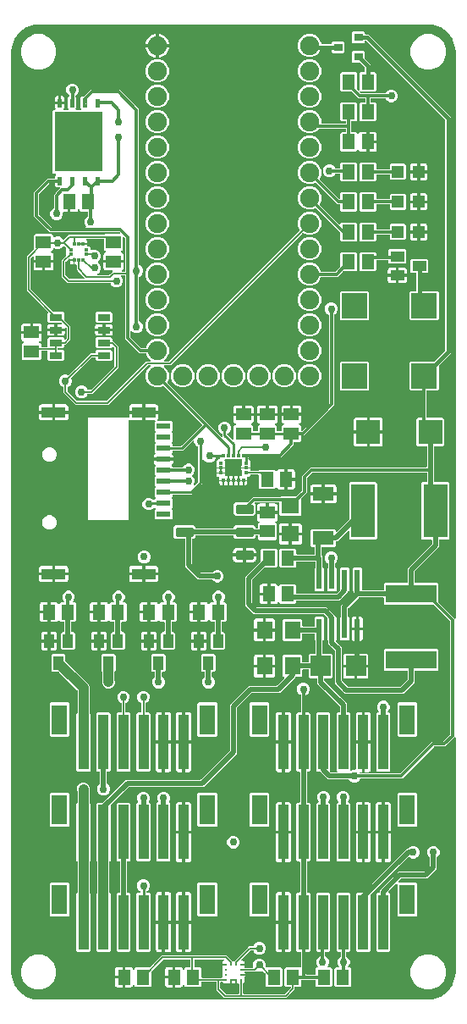
<source format=gbr>
G04 EAGLE Gerber RS-274X export*
G75*
%MOMM*%
%FSLAX34Y34*%
%LPD*%
%INTop Copper*%
%IPPOS*%
%AMOC8*
5,1,8,0,0,1.08239X$1,22.5*%
G01*
%ADD10R,0.460000X0.300000*%
%ADD11R,0.300000X0.460000*%
%ADD12R,1.500000X1.300000*%
%ADD13R,1.300000X1.500000*%
%ADD14R,1.400000X0.620000*%
%ADD15R,2.400000X1.100000*%
%ADD16C,1.905000*%
%ADD17R,0.300000X0.400000*%
%ADD18R,0.400000X0.300000*%
%ADD19C,0.105000*%
%ADD20R,4.800000X6.000000*%
%ADD21R,2.500000X2.500000*%
%ADD22R,1.400000X1.000000*%
%ADD23R,1.200000X1.200000*%
%ADD24R,0.889000X0.787400*%
%ADD25R,1.000000X1.400000*%
%ADD26R,1.600000X3.000000*%
%ADD27R,1.000000X5.500000*%
%ADD28R,2.000000X2.000000*%
%ADD29R,0.533400X1.981200*%
%ADD30R,1.600000X1.800000*%
%ADD31R,5.080000X1.778000*%
%ADD32R,2.100000X1.400000*%
%ADD33R,2.350000X2.450000*%
%ADD34R,2.413000X5.334000*%
%ADD35C,0.222500*%
%ADD36R,1.800000X1.600000*%
%ADD37R,1.270000X0.635000*%
%ADD38R,0.250000X0.275000*%
%ADD39R,0.275000X0.250000*%
%ADD40C,0.500000*%
%ADD41C,0.756400*%
%ADD42C,0.152400*%
%ADD43C,0.300000*%
%ADD44C,0.200000*%
%ADD45C,0.250000*%
%ADD46C,0.400000*%
%ADD47C,0.304800*%
%ADD48C,1.000000*%

G36*
X420022Y2544D02*
X420022Y2544D01*
X420060Y2543D01*
X424236Y2872D01*
X424242Y2873D01*
X424247Y2873D01*
X424412Y2907D01*
X432356Y5488D01*
X432388Y5504D01*
X432422Y5513D01*
X432568Y5596D01*
X439326Y10506D01*
X439351Y10531D01*
X439381Y10550D01*
X439494Y10674D01*
X444404Y17432D01*
X444420Y17464D01*
X444443Y17491D01*
X444512Y17644D01*
X447093Y25588D01*
X447094Y25594D01*
X447097Y25599D01*
X447128Y25764D01*
X447457Y29940D01*
X447455Y29962D01*
X447459Y30000D01*
X447459Y264192D01*
X447448Y264263D01*
X447446Y264335D01*
X447428Y264384D01*
X447420Y264435D01*
X447386Y264498D01*
X447361Y264566D01*
X447329Y264606D01*
X447304Y264653D01*
X447252Y264702D01*
X447208Y264758D01*
X447164Y264786D01*
X447126Y264822D01*
X447061Y264852D01*
X447001Y264891D01*
X446950Y264904D01*
X446903Y264926D01*
X446832Y264933D01*
X446762Y264951D01*
X446710Y264947D01*
X446659Y264953D01*
X446588Y264937D01*
X446517Y264932D01*
X446469Y264911D01*
X446418Y264900D01*
X446357Y264864D01*
X446291Y264835D01*
X446235Y264791D01*
X446207Y264774D01*
X446192Y264756D01*
X446160Y264731D01*
X444781Y263352D01*
X437004Y255575D01*
X426320Y255575D01*
X426230Y255561D01*
X426139Y255553D01*
X426109Y255541D01*
X426077Y255536D01*
X425996Y255493D01*
X425912Y255457D01*
X425880Y255431D01*
X425860Y255420D01*
X425837Y255397D01*
X425781Y255352D01*
X394004Y223575D01*
X352348Y223575D01*
X352233Y223557D01*
X352117Y223539D01*
X352111Y223537D01*
X352105Y223536D01*
X352002Y223481D01*
X351898Y223428D01*
X351893Y223423D01*
X351888Y223420D01*
X351807Y223335D01*
X351726Y223252D01*
X351722Y223246D01*
X351718Y223242D01*
X351711Y223225D01*
X351645Y223105D01*
X351360Y222418D01*
X349582Y220640D01*
X347258Y219677D01*
X344742Y219677D01*
X342418Y220640D01*
X340682Y222376D01*
X340608Y222429D01*
X340539Y222489D01*
X340508Y222501D01*
X340482Y222520D01*
X340395Y222547D01*
X340310Y222581D01*
X340269Y222585D01*
X340247Y222592D01*
X340215Y222591D01*
X340144Y222599D01*
X319591Y222599D01*
X311914Y230276D01*
X311840Y230329D01*
X311771Y230389D01*
X311741Y230401D01*
X311715Y230420D01*
X311628Y230447D01*
X311543Y230481D01*
X311502Y230485D01*
X311480Y230492D01*
X311447Y230491D01*
X311376Y230499D01*
X309171Y230499D01*
X307999Y231671D01*
X307999Y288329D01*
X309171Y289501D01*
X320829Y289501D01*
X322001Y288329D01*
X322001Y231671D01*
X321608Y231278D01*
X321596Y231262D01*
X321580Y231250D01*
X321525Y231163D01*
X321464Y231079D01*
X321458Y231059D01*
X321447Y231043D01*
X321422Y230942D01*
X321392Y230843D01*
X321392Y230823D01*
X321387Y230804D01*
X321395Y230701D01*
X321398Y230598D01*
X321405Y230579D01*
X321407Y230559D01*
X321447Y230464D01*
X321483Y230367D01*
X321495Y230351D01*
X321503Y230333D01*
X321608Y230202D01*
X322186Y229624D01*
X322260Y229570D01*
X322329Y229511D01*
X322359Y229499D01*
X322385Y229480D01*
X322473Y229453D01*
X322557Y229419D01*
X322598Y229415D01*
X322621Y229408D01*
X322653Y229409D01*
X322724Y229401D01*
X328432Y229401D01*
X328503Y229412D01*
X328574Y229414D01*
X328623Y229432D01*
X328675Y229440D01*
X328738Y229474D01*
X328805Y229499D01*
X328846Y229531D01*
X328892Y229556D01*
X328941Y229608D01*
X328997Y229652D01*
X329026Y229696D01*
X329062Y229734D01*
X329092Y229799D01*
X329130Y229859D01*
X329143Y229910D01*
X329165Y229957D01*
X329173Y230028D01*
X329191Y230098D01*
X329186Y230150D01*
X329192Y230201D01*
X329177Y230272D01*
X329171Y230343D01*
X329151Y230391D01*
X329140Y230442D01*
X329103Y230503D01*
X329075Y230569D01*
X329030Y230625D01*
X329014Y230653D01*
X328996Y230668D01*
X328970Y230700D01*
X327999Y231671D01*
X327999Y288329D01*
X329171Y289501D01*
X330838Y289501D01*
X330858Y289504D01*
X330877Y289502D01*
X330979Y289524D01*
X331081Y289540D01*
X331098Y289550D01*
X331118Y289554D01*
X331207Y289607D01*
X331298Y289656D01*
X331312Y289670D01*
X331329Y289680D01*
X331396Y289759D01*
X331468Y289834D01*
X331476Y289852D01*
X331489Y289867D01*
X331528Y289963D01*
X331571Y290057D01*
X331573Y290077D01*
X331581Y290095D01*
X331599Y290262D01*
X331599Y295276D01*
X331585Y295366D01*
X331577Y295457D01*
X331565Y295487D01*
X331560Y295519D01*
X331517Y295599D01*
X331481Y295683D01*
X331455Y295715D01*
X331444Y295736D01*
X331421Y295758D01*
X331376Y295814D01*
X309099Y318091D01*
X309099Y323238D01*
X309096Y323258D01*
X309098Y323277D01*
X309076Y323379D01*
X309060Y323481D01*
X309050Y323498D01*
X309046Y323518D01*
X308993Y323607D01*
X308944Y323698D01*
X308930Y323712D01*
X308920Y323729D01*
X308841Y323796D01*
X308766Y323868D01*
X308748Y323876D01*
X308733Y323889D01*
X308637Y323928D01*
X308543Y323971D01*
X308523Y323973D01*
X308505Y323981D01*
X308338Y323999D01*
X301671Y323999D01*
X300499Y325171D01*
X300499Y331838D01*
X300496Y331858D01*
X300498Y331877D01*
X300476Y331979D01*
X300460Y332081D01*
X300450Y332098D01*
X300446Y332118D01*
X300393Y332207D01*
X300344Y332298D01*
X300330Y332312D01*
X300320Y332329D01*
X300241Y332396D01*
X300166Y332468D01*
X300148Y332476D01*
X300133Y332489D01*
X300037Y332528D01*
X299943Y332571D01*
X299923Y332573D01*
X299905Y332581D01*
X299738Y332599D01*
X294762Y332599D01*
X294742Y332596D01*
X294723Y332598D01*
X294621Y332576D01*
X294519Y332560D01*
X294502Y332550D01*
X294482Y332546D01*
X294393Y332493D01*
X294302Y332444D01*
X294288Y332430D01*
X294271Y332420D01*
X294204Y332341D01*
X294132Y332266D01*
X294124Y332248D01*
X294111Y332233D01*
X294072Y332137D01*
X294029Y332043D01*
X294027Y332023D01*
X294019Y332005D01*
X294001Y331838D01*
X294001Y326171D01*
X292829Y324999D01*
X287124Y324999D01*
X287034Y324985D01*
X286943Y324977D01*
X286913Y324965D01*
X286881Y324960D01*
X286801Y324917D01*
X286717Y324881D01*
X286685Y324855D01*
X286664Y324844D01*
X286642Y324821D01*
X286586Y324776D01*
X271409Y309599D01*
X243724Y309599D01*
X243634Y309585D01*
X243543Y309577D01*
X243513Y309565D01*
X243481Y309560D01*
X243401Y309517D01*
X243317Y309481D01*
X243285Y309455D01*
X243264Y309444D01*
X243242Y309421D01*
X243186Y309376D01*
X228624Y294814D01*
X228571Y294740D01*
X228511Y294671D01*
X228499Y294641D01*
X228480Y294615D01*
X228453Y294528D01*
X228419Y294443D01*
X228415Y294402D01*
X228408Y294380D01*
X228409Y294347D01*
X228401Y294276D01*
X228401Y248591D01*
X195409Y215599D01*
X120724Y215599D01*
X120634Y215585D01*
X120543Y215577D01*
X120513Y215565D01*
X120481Y215560D01*
X120401Y215517D01*
X120317Y215481D01*
X120285Y215455D01*
X120264Y215444D01*
X120242Y215421D01*
X120186Y215376D01*
X102224Y197414D01*
X102171Y197340D01*
X102111Y197271D01*
X102099Y197241D01*
X102080Y197215D01*
X102053Y197128D01*
X102019Y197043D01*
X102015Y197002D01*
X102008Y196980D01*
X102009Y196947D01*
X102001Y196876D01*
X102001Y141671D01*
X101124Y140794D01*
X101071Y140720D01*
X101011Y140651D01*
X100999Y140621D01*
X100980Y140594D01*
X100953Y140508D01*
X100919Y140423D01*
X100915Y140382D01*
X100908Y140359D01*
X100909Y140327D01*
X100901Y140256D01*
X100901Y109744D01*
X100915Y109654D01*
X100923Y109563D01*
X100935Y109533D01*
X100940Y109501D01*
X100983Y109421D01*
X101019Y109337D01*
X101045Y109305D01*
X101056Y109284D01*
X101079Y109262D01*
X101124Y109206D01*
X102001Y108329D01*
X102001Y51671D01*
X100829Y50499D01*
X89171Y50499D01*
X87999Y51671D01*
X87999Y108329D01*
X88876Y109206D01*
X88929Y109280D01*
X88989Y109349D01*
X89001Y109379D01*
X89020Y109406D01*
X89047Y109492D01*
X89081Y109577D01*
X89085Y109618D01*
X89092Y109641D01*
X89091Y109673D01*
X89099Y109744D01*
X89099Y140256D01*
X89085Y140346D01*
X89077Y140437D01*
X89065Y140467D01*
X89060Y140499D01*
X89017Y140579D01*
X88981Y140663D01*
X88955Y140695D01*
X88944Y140716D01*
X88921Y140738D01*
X88876Y140794D01*
X87999Y141671D01*
X87999Y198329D01*
X89171Y199501D01*
X94376Y199501D01*
X94466Y199515D01*
X94557Y199523D01*
X94587Y199535D01*
X94619Y199540D01*
X94699Y199583D01*
X94783Y199619D01*
X94815Y199645D01*
X94836Y199656D01*
X94858Y199679D01*
X94914Y199724D01*
X117591Y222401D01*
X192276Y222401D01*
X192366Y222415D01*
X192457Y222423D01*
X192487Y222435D01*
X192519Y222440D01*
X192599Y222483D01*
X192683Y222519D01*
X192715Y222545D01*
X192736Y222556D01*
X192758Y222579D01*
X192814Y222624D01*
X221376Y251186D01*
X221429Y251260D01*
X221489Y251329D01*
X221501Y251359D01*
X221520Y251385D01*
X221547Y251472D01*
X221581Y251557D01*
X221585Y251598D01*
X221592Y251620D01*
X221591Y251653D01*
X221599Y251724D01*
X221599Y297409D01*
X240591Y316401D01*
X268276Y316401D01*
X268366Y316415D01*
X268457Y316423D01*
X268487Y316435D01*
X268519Y316440D01*
X268599Y316483D01*
X268683Y316519D01*
X268715Y316545D01*
X268736Y316556D01*
X268758Y316579D01*
X268814Y316624D01*
X275890Y323700D01*
X275932Y323758D01*
X275982Y323810D01*
X276004Y323857D01*
X276034Y323899D01*
X276055Y323968D01*
X276085Y324033D01*
X276091Y324085D01*
X276106Y324135D01*
X276104Y324206D01*
X276112Y324277D01*
X276101Y324328D01*
X276100Y324380D01*
X276075Y324448D01*
X276060Y324518D01*
X276033Y324563D01*
X276015Y324611D01*
X275971Y324667D01*
X275934Y324729D01*
X275894Y324763D01*
X275862Y324803D01*
X275801Y324842D01*
X275747Y324889D01*
X275699Y324908D01*
X275655Y324936D01*
X275585Y324954D01*
X275519Y324981D01*
X275447Y324989D01*
X275416Y324997D01*
X275393Y324995D01*
X275352Y324999D01*
X275171Y324999D01*
X273999Y326171D01*
X273999Y345829D01*
X275171Y347001D01*
X292829Y347001D01*
X294001Y345829D01*
X294001Y340162D01*
X294004Y340142D01*
X294002Y340123D01*
X294024Y340021D01*
X294040Y339919D01*
X294050Y339902D01*
X294054Y339882D01*
X294107Y339793D01*
X294156Y339702D01*
X294170Y339688D01*
X294180Y339671D01*
X294259Y339604D01*
X294334Y339532D01*
X294352Y339524D01*
X294367Y339511D01*
X294463Y339472D01*
X294557Y339429D01*
X294577Y339427D01*
X294595Y339419D01*
X294762Y339401D01*
X299738Y339401D01*
X299758Y339404D01*
X299777Y339402D01*
X299879Y339424D01*
X299981Y339440D01*
X299998Y339450D01*
X300018Y339454D01*
X300107Y339507D01*
X300198Y339556D01*
X300212Y339570D01*
X300229Y339580D01*
X300296Y339659D01*
X300368Y339734D01*
X300376Y339752D01*
X300389Y339767D01*
X300428Y339863D01*
X300471Y339957D01*
X300473Y339977D01*
X300481Y339995D01*
X300499Y340162D01*
X300499Y346829D01*
X301671Y348001D01*
X306788Y348001D01*
X306808Y348004D01*
X306827Y348002D01*
X306929Y348024D01*
X307031Y348040D01*
X307048Y348050D01*
X307068Y348054D01*
X307157Y348107D01*
X307248Y348156D01*
X307262Y348170D01*
X307279Y348180D01*
X307346Y348259D01*
X307418Y348334D01*
X307426Y348352D01*
X307439Y348367D01*
X307478Y348463D01*
X307521Y348557D01*
X307523Y348577D01*
X307531Y348595D01*
X307549Y348762D01*
X307549Y361045D01*
X307535Y361135D01*
X307527Y361226D01*
X307515Y361256D01*
X307510Y361288D01*
X307467Y361368D01*
X307431Y361452D01*
X307405Y361484D01*
X307394Y361505D01*
X307371Y361527D01*
X307326Y361583D01*
X306282Y362627D01*
X306282Y367838D01*
X306279Y367858D01*
X306281Y367877D01*
X306259Y367979D01*
X306243Y368081D01*
X306233Y368098D01*
X306229Y368118D01*
X306176Y368207D01*
X306127Y368298D01*
X306113Y368312D01*
X306103Y368329D01*
X306024Y368396D01*
X305949Y368468D01*
X305931Y368476D01*
X305916Y368489D01*
X305820Y368528D01*
X305726Y368571D01*
X305706Y368573D01*
X305688Y368581D01*
X305521Y368599D01*
X294762Y368599D01*
X294742Y368596D01*
X294723Y368598D01*
X294621Y368576D01*
X294519Y368560D01*
X294502Y368550D01*
X294482Y368546D01*
X294393Y368493D01*
X294302Y368444D01*
X294288Y368430D01*
X294271Y368420D01*
X294204Y368341D01*
X294132Y368266D01*
X294124Y368248D01*
X294111Y368233D01*
X294072Y368137D01*
X294029Y368043D01*
X294027Y368023D01*
X294019Y368005D01*
X294001Y367838D01*
X294001Y362171D01*
X292829Y360999D01*
X275171Y360999D01*
X273999Y362171D01*
X273999Y381829D01*
X275171Y383001D01*
X292829Y383001D01*
X294001Y381829D01*
X294001Y376162D01*
X294004Y376142D01*
X294002Y376123D01*
X294024Y376021D01*
X294040Y375919D01*
X294050Y375902D01*
X294054Y375882D01*
X294107Y375793D01*
X294156Y375702D01*
X294170Y375688D01*
X294180Y375671D01*
X294259Y375604D01*
X294334Y375532D01*
X294352Y375524D01*
X294367Y375511D01*
X294463Y375472D01*
X294557Y375429D01*
X294577Y375427D01*
X294595Y375419D01*
X294762Y375401D01*
X305521Y375401D01*
X305541Y375404D01*
X305560Y375402D01*
X305662Y375424D01*
X305764Y375440D01*
X305781Y375450D01*
X305801Y375454D01*
X305890Y375507D01*
X305981Y375556D01*
X305995Y375570D01*
X306012Y375580D01*
X306079Y375659D01*
X306151Y375734D01*
X306159Y375752D01*
X306172Y375767D01*
X306211Y375863D01*
X306254Y375957D01*
X306256Y375977D01*
X306264Y375995D01*
X306282Y376162D01*
X306282Y384097D01*
X307454Y385269D01*
X314446Y385269D01*
X315618Y384097D01*
X315618Y362627D01*
X314574Y361583D01*
X314521Y361509D01*
X314461Y361440D01*
X314449Y361410D01*
X314430Y361383D01*
X314403Y361297D01*
X314369Y361212D01*
X314365Y361171D01*
X314358Y361148D01*
X314359Y361116D01*
X314351Y361045D01*
X314351Y348762D01*
X314354Y348742D01*
X314352Y348723D01*
X314374Y348621D01*
X314390Y348519D01*
X314400Y348502D01*
X314404Y348482D01*
X314457Y348393D01*
X314506Y348302D01*
X314520Y348288D01*
X314530Y348271D01*
X314609Y348204D01*
X314684Y348132D01*
X314702Y348124D01*
X314717Y348111D01*
X314813Y348072D01*
X314907Y348029D01*
X314927Y348027D01*
X314945Y348019D01*
X315112Y348001D01*
X323329Y348001D01*
X324501Y346829D01*
X324501Y325171D01*
X323329Y323999D01*
X316662Y323999D01*
X316642Y323996D01*
X316623Y323998D01*
X316521Y323976D01*
X316419Y323960D01*
X316402Y323950D01*
X316382Y323946D01*
X316293Y323893D01*
X316202Y323844D01*
X316188Y323830D01*
X316171Y323820D01*
X316104Y323741D01*
X316032Y323666D01*
X316024Y323648D01*
X316011Y323633D01*
X315972Y323537D01*
X315929Y323443D01*
X315927Y323423D01*
X315919Y323405D01*
X315901Y323238D01*
X315901Y321224D01*
X315915Y321134D01*
X315923Y321043D01*
X315935Y321013D01*
X315940Y320981D01*
X315983Y320901D01*
X316019Y320817D01*
X316045Y320785D01*
X316056Y320764D01*
X316079Y320742D01*
X316124Y320686D01*
X338401Y298409D01*
X338401Y290262D01*
X338402Y290255D01*
X338402Y290254D01*
X338403Y290248D01*
X338404Y290242D01*
X338402Y290223D01*
X338424Y290121D01*
X338440Y290019D01*
X338450Y290002D01*
X338454Y289982D01*
X338507Y289893D01*
X338556Y289802D01*
X338570Y289788D01*
X338580Y289771D01*
X338659Y289704D01*
X338734Y289632D01*
X338752Y289624D01*
X338767Y289611D01*
X338863Y289572D01*
X338957Y289529D01*
X338977Y289527D01*
X338995Y289519D01*
X339162Y289501D01*
X340829Y289501D01*
X342001Y288329D01*
X342001Y232326D01*
X342008Y232281D01*
X342006Y232235D01*
X342028Y232160D01*
X342040Y232084D01*
X342062Y232043D01*
X342075Y231999D01*
X342119Y231935D01*
X342156Y231866D01*
X342189Y231835D01*
X342215Y231797D01*
X342278Y231750D01*
X342334Y231697D01*
X342376Y231678D01*
X342412Y231650D01*
X342486Y231626D01*
X342557Y231593D01*
X342603Y231588D01*
X342646Y231574D01*
X342724Y231575D01*
X342801Y231566D01*
X342846Y231576D01*
X342892Y231576D01*
X343024Y231614D01*
X343042Y231618D01*
X343046Y231621D01*
X343053Y231623D01*
X344742Y232323D01*
X346698Y232323D01*
X346718Y232326D01*
X346737Y232324D01*
X346839Y232346D01*
X346941Y232362D01*
X346958Y232372D01*
X346978Y232376D01*
X347067Y232429D01*
X347158Y232478D01*
X347172Y232492D01*
X347189Y232502D01*
X347256Y232581D01*
X347328Y232656D01*
X347336Y232674D01*
X347349Y232689D01*
X347388Y232785D01*
X347431Y232879D01*
X347433Y232899D01*
X347441Y232917D01*
X347459Y233084D01*
X347459Y258477D01*
X353477Y258477D01*
X353477Y229959D01*
X352343Y229959D01*
X352298Y229952D01*
X352253Y229954D01*
X352177Y229932D01*
X352100Y229920D01*
X352060Y229898D01*
X352016Y229886D01*
X351952Y229841D01*
X351883Y229804D01*
X351852Y229771D01*
X351814Y229746D01*
X351767Y229683D01*
X351713Y229626D01*
X351694Y229585D01*
X351667Y229548D01*
X351643Y229474D01*
X351610Y229403D01*
X351605Y229358D01*
X351591Y229315D01*
X351591Y229236D01*
X351583Y229159D01*
X351592Y229114D01*
X351593Y229069D01*
X351631Y228936D01*
X351635Y228918D01*
X351637Y228914D01*
X351639Y228907D01*
X351644Y228895D01*
X351706Y228796D01*
X351766Y228695D01*
X351771Y228691D01*
X351774Y228686D01*
X351864Y228612D01*
X351953Y228535D01*
X351959Y228533D01*
X351963Y228529D01*
X352071Y228487D01*
X352181Y228443D01*
X352188Y228442D01*
X352193Y228441D01*
X352210Y228440D01*
X352348Y228425D01*
X391680Y228425D01*
X391770Y228439D01*
X391861Y228447D01*
X391891Y228459D01*
X391923Y228464D01*
X392004Y228507D01*
X392088Y228543D01*
X392120Y228569D01*
X392140Y228580D01*
X392163Y228603D01*
X392219Y228648D01*
X423996Y260425D01*
X434680Y260425D01*
X434770Y260439D01*
X434861Y260447D01*
X434891Y260459D01*
X434923Y260464D01*
X435004Y260507D01*
X435088Y260543D01*
X435120Y260569D01*
X435140Y260580D01*
X435163Y260603D01*
X435219Y260648D01*
X441352Y266781D01*
X441405Y266855D01*
X441465Y266925D01*
X441477Y266955D01*
X441496Y266981D01*
X441523Y267068D01*
X441557Y267153D01*
X441561Y267194D01*
X441568Y267216D01*
X441567Y267248D01*
X441575Y267320D01*
X441575Y380680D01*
X441561Y380770D01*
X441553Y380861D01*
X441541Y380891D01*
X441536Y380923D01*
X441493Y381004D01*
X441457Y381088D01*
X441431Y381120D01*
X441420Y381140D01*
X441397Y381163D01*
X441352Y381219D01*
X425665Y396906D01*
X425591Y396959D01*
X425521Y397019D01*
X425491Y397031D01*
X425465Y397050D01*
X425378Y397077D01*
X425293Y397111D01*
X425252Y397115D01*
X425230Y397122D01*
X425198Y397121D01*
X425126Y397129D01*
X376771Y397129D01*
X375599Y398301D01*
X375599Y403858D01*
X375596Y403878D01*
X375598Y403897D01*
X375576Y403999D01*
X375560Y404101D01*
X375550Y404118D01*
X375546Y404138D01*
X375493Y404227D01*
X375444Y404318D01*
X375430Y404332D01*
X375420Y404349D01*
X375341Y404416D01*
X375266Y404488D01*
X375248Y404496D01*
X375233Y404509D01*
X375137Y404548D01*
X375043Y404591D01*
X375023Y404593D01*
X375005Y404601D01*
X374838Y404619D01*
X350744Y404619D01*
X350654Y404605D01*
X350563Y404597D01*
X350533Y404585D01*
X350501Y404580D01*
X350420Y404537D01*
X350337Y404501D01*
X350304Y404475D01*
X350284Y404464D01*
X350262Y404441D01*
X350206Y404396D01*
X339974Y394164D01*
X339921Y394090D01*
X339861Y394021D01*
X339849Y393991D01*
X339830Y393965D01*
X339803Y393878D01*
X339769Y393793D01*
X339765Y393752D01*
X339758Y393730D01*
X339759Y393697D01*
X339751Y393626D01*
X339751Y385679D01*
X339765Y385589D01*
X339773Y385498D01*
X339785Y385468D01*
X339790Y385436D01*
X339833Y385356D01*
X339869Y385272D01*
X339895Y385240D01*
X339906Y385219D01*
X339929Y385197D01*
X339974Y385141D01*
X341018Y384097D01*
X341018Y362627D01*
X339846Y361455D01*
X332854Y361455D01*
X331682Y362627D01*
X331682Y384097D01*
X332726Y385141D01*
X332779Y385215D01*
X332839Y385284D01*
X332851Y385314D01*
X332870Y385341D01*
X332897Y385427D01*
X332931Y385512D01*
X332935Y385553D01*
X332942Y385576D01*
X332941Y385608D01*
X332949Y385679D01*
X332949Y396759D01*
X345426Y409236D01*
X345479Y409310D01*
X345539Y409379D01*
X345551Y409409D01*
X345570Y409435D01*
X345597Y409522D01*
X345631Y409607D01*
X345635Y409648D01*
X345642Y409670D01*
X345641Y409703D01*
X345649Y409774D01*
X345649Y410321D01*
X345635Y410411D01*
X345627Y410502D01*
X345615Y410532D01*
X345610Y410564D01*
X345567Y410644D01*
X345531Y410728D01*
X345505Y410760D01*
X345494Y410781D01*
X345471Y410803D01*
X345426Y410859D01*
X344382Y411903D01*
X344382Y433373D01*
X345554Y434545D01*
X352546Y434545D01*
X353718Y433373D01*
X353718Y412182D01*
X353721Y412162D01*
X353719Y412143D01*
X353741Y412041D01*
X353757Y411939D01*
X353767Y411922D01*
X353771Y411902D01*
X353824Y411813D01*
X353873Y411722D01*
X353887Y411708D01*
X353897Y411691D01*
X353976Y411624D01*
X354051Y411552D01*
X354069Y411544D01*
X354084Y411531D01*
X354180Y411492D01*
X354274Y411449D01*
X354294Y411447D01*
X354312Y411439D01*
X354479Y411421D01*
X374838Y411421D01*
X374858Y411424D01*
X374877Y411422D01*
X374979Y411444D01*
X375081Y411460D01*
X375098Y411470D01*
X375118Y411474D01*
X375207Y411527D01*
X375298Y411576D01*
X375312Y411590D01*
X375329Y411600D01*
X375396Y411679D01*
X375468Y411754D01*
X375476Y411772D01*
X375489Y411787D01*
X375528Y411883D01*
X375571Y411977D01*
X375573Y411997D01*
X375581Y412015D01*
X375599Y412182D01*
X375599Y417739D01*
X376771Y418911D01*
X398838Y418911D01*
X398858Y418914D01*
X398877Y418912D01*
X398979Y418934D01*
X399081Y418950D01*
X399098Y418960D01*
X399118Y418964D01*
X399207Y419017D01*
X399298Y419066D01*
X399312Y419080D01*
X399329Y419090D01*
X399396Y419169D01*
X399468Y419244D01*
X399476Y419262D01*
X399489Y419277D01*
X399528Y419373D01*
X399571Y419467D01*
X399573Y419487D01*
X399581Y419505D01*
X399599Y419672D01*
X399599Y433409D01*
X423571Y457381D01*
X423624Y457455D01*
X423684Y457524D01*
X423696Y457554D01*
X423715Y457580D01*
X423742Y457667D01*
X423776Y457752D01*
X423780Y457793D01*
X423787Y457815D01*
X423786Y457848D01*
X423794Y457919D01*
X423794Y461568D01*
X423791Y461588D01*
X423793Y461607D01*
X423771Y461709D01*
X423755Y461811D01*
X423745Y461828D01*
X423741Y461848D01*
X423688Y461937D01*
X423639Y462028D01*
X423625Y462042D01*
X423615Y462059D01*
X423536Y462126D01*
X423461Y462198D01*
X423443Y462206D01*
X423428Y462219D01*
X423332Y462258D01*
X423238Y462301D01*
X423218Y462303D01*
X423200Y462311D01*
X423033Y462329D01*
X414301Y462329D01*
X413129Y463501D01*
X413129Y518499D01*
X414301Y519671D01*
X417838Y519671D01*
X417858Y519674D01*
X417877Y519672D01*
X417979Y519694D01*
X418081Y519710D01*
X418098Y519720D01*
X418118Y519724D01*
X418207Y519777D01*
X418298Y519826D01*
X418312Y519840D01*
X418329Y519850D01*
X418396Y519929D01*
X418468Y520004D01*
X418476Y520022D01*
X418489Y520037D01*
X418528Y520133D01*
X418571Y520227D01*
X418573Y520247D01*
X418581Y520265D01*
X418599Y520432D01*
X418599Y528838D01*
X418596Y528858D01*
X418598Y528877D01*
X418576Y528979D01*
X418560Y529081D01*
X418550Y529098D01*
X418546Y529118D01*
X418493Y529207D01*
X418444Y529298D01*
X418430Y529312D01*
X418420Y529329D01*
X418341Y529396D01*
X418266Y529468D01*
X418248Y529476D01*
X418233Y529489D01*
X418137Y529528D01*
X418043Y529571D01*
X418023Y529573D01*
X418005Y529581D01*
X417838Y529599D01*
X304310Y529599D01*
X304220Y529585D01*
X304129Y529577D01*
X304099Y529565D01*
X304067Y529560D01*
X303986Y529517D01*
X303902Y529481D01*
X303870Y529455D01*
X303850Y529444D01*
X303827Y529421D01*
X303771Y529376D01*
X298624Y524229D01*
X298571Y524155D01*
X298511Y524085D01*
X298499Y524055D01*
X298480Y524029D01*
X298453Y523942D01*
X298419Y523857D01*
X298415Y523816D01*
X298408Y523794D01*
X298409Y523762D01*
X298401Y523690D01*
X298401Y509006D01*
X293224Y503829D01*
X293171Y503755D01*
X293111Y503685D01*
X293099Y503655D01*
X293080Y503629D01*
X293053Y503542D01*
X293019Y503457D01*
X293015Y503416D01*
X293008Y503394D01*
X293009Y503362D01*
X293001Y503290D01*
X293001Y487171D01*
X291829Y485999D01*
X272171Y485999D01*
X270999Y487171D01*
X270999Y499338D01*
X270996Y499358D01*
X270998Y499377D01*
X270976Y499479D01*
X270960Y499581D01*
X270950Y499598D01*
X270946Y499618D01*
X270893Y499707D01*
X270844Y499798D01*
X270830Y499812D01*
X270820Y499829D01*
X270741Y499896D01*
X270666Y499968D01*
X270648Y499976D01*
X270633Y499989D01*
X270537Y500028D01*
X270443Y500071D01*
X270423Y500073D01*
X270405Y500081D01*
X270238Y500099D01*
X246910Y500099D01*
X246820Y500085D01*
X246729Y500077D01*
X246699Y500065D01*
X246667Y500060D01*
X246586Y500017D01*
X246502Y499981D01*
X246470Y499955D01*
X246450Y499944D01*
X246427Y499921D01*
X246371Y499876D01*
X246175Y499680D01*
X246163Y499663D01*
X246148Y499651D01*
X246091Y499564D01*
X246031Y499480D01*
X246025Y499461D01*
X246015Y499444D01*
X245989Y499344D01*
X245959Y499245D01*
X245959Y499225D01*
X245954Y499206D01*
X245963Y499103D01*
X245965Y498999D01*
X245972Y498980D01*
X245974Y498960D01*
X246014Y498865D01*
X246050Y498768D01*
X246062Y498752D01*
X246070Y498734D01*
X246175Y498603D01*
X247151Y497627D01*
X247151Y488373D01*
X245327Y486549D01*
X226873Y486549D01*
X225049Y488373D01*
X225049Y497627D01*
X226873Y499451D01*
X238840Y499451D01*
X238930Y499465D01*
X239021Y499473D01*
X239051Y499485D01*
X239083Y499490D01*
X239164Y499533D01*
X239248Y499569D01*
X239280Y499595D01*
X239300Y499606D01*
X239323Y499629D01*
X239379Y499674D01*
X244606Y504901D01*
X270756Y504901D01*
X270846Y504915D01*
X270937Y504923D01*
X270967Y504935D01*
X270999Y504940D01*
X271079Y504983D01*
X271163Y505019D01*
X271195Y505045D01*
X271216Y505056D01*
X271238Y505079D01*
X271294Y505124D01*
X272171Y506001D01*
X288290Y506001D01*
X288380Y506015D01*
X288471Y506023D01*
X288501Y506035D01*
X288533Y506040D01*
X288614Y506083D01*
X288698Y506119D01*
X288730Y506145D01*
X288750Y506156D01*
X288773Y506179D01*
X288829Y506224D01*
X293376Y510771D01*
X293429Y510845D01*
X293489Y510915D01*
X293501Y510945D01*
X293520Y510971D01*
X293547Y511058D01*
X293581Y511143D01*
X293585Y511184D01*
X293592Y511206D01*
X293591Y511238D01*
X293599Y511310D01*
X293599Y525994D01*
X302006Y534401D01*
X417838Y534401D01*
X417858Y534404D01*
X417877Y534402D01*
X417979Y534424D01*
X418081Y534440D01*
X418098Y534450D01*
X418118Y534454D01*
X418207Y534507D01*
X418298Y534556D01*
X418312Y534570D01*
X418329Y534580D01*
X418396Y534659D01*
X418468Y534734D01*
X418476Y534752D01*
X418489Y534767D01*
X418528Y534863D01*
X418571Y534957D01*
X418573Y534977D01*
X418581Y534995D01*
X418599Y535162D01*
X418599Y554988D01*
X418596Y555008D01*
X418598Y555027D01*
X418576Y555129D01*
X418560Y555231D01*
X418550Y555248D01*
X418546Y555268D01*
X418493Y555357D01*
X418444Y555448D01*
X418430Y555462D01*
X418420Y555479D01*
X418341Y555546D01*
X418266Y555618D01*
X418248Y555626D01*
X418233Y555639D01*
X418137Y555678D01*
X418043Y555721D01*
X418023Y555723D01*
X418005Y555731D01*
X417838Y555749D01*
X409421Y555749D01*
X408249Y556921D01*
X408249Y583079D01*
X409421Y584251D01*
X412838Y584251D01*
X412858Y584254D01*
X412877Y584252D01*
X412979Y584274D01*
X413081Y584290D01*
X413098Y584300D01*
X413118Y584304D01*
X413207Y584357D01*
X413298Y584406D01*
X413312Y584420D01*
X413329Y584430D01*
X413396Y584509D01*
X413468Y584584D01*
X413476Y584602D01*
X413489Y584617D01*
X413528Y584713D01*
X413571Y584807D01*
X413573Y584827D01*
X413581Y584845D01*
X413599Y585012D01*
X413599Y610738D01*
X413596Y610758D01*
X413598Y610777D01*
X413576Y610879D01*
X413560Y610981D01*
X413550Y610998D01*
X413546Y611018D01*
X413493Y611107D01*
X413444Y611198D01*
X413430Y611212D01*
X413420Y611229D01*
X413341Y611296D01*
X413266Y611368D01*
X413248Y611376D01*
X413233Y611389D01*
X413137Y611428D01*
X413043Y611471D01*
X413023Y611473D01*
X413005Y611481D01*
X412838Y611499D01*
X402671Y611499D01*
X401499Y612671D01*
X401499Y639329D01*
X402671Y640501D01*
X426083Y640501D01*
X426173Y640515D01*
X426264Y640523D01*
X426294Y640535D01*
X426326Y640540D01*
X426407Y640583D01*
X426490Y640619D01*
X426523Y640645D01*
X426543Y640656D01*
X426565Y640679D01*
X426621Y640724D01*
X436876Y650979D01*
X436929Y651053D01*
X436989Y651122D01*
X437001Y651152D01*
X437020Y651178D01*
X437047Y651265D01*
X437081Y651350D01*
X437085Y651391D01*
X437092Y651413D01*
X437091Y651446D01*
X437099Y651517D01*
X437099Y882041D01*
X437085Y882131D01*
X437077Y882222D01*
X437065Y882252D01*
X437060Y882284D01*
X437017Y882365D01*
X436981Y882448D01*
X436955Y882481D01*
X436944Y882501D01*
X436921Y882523D01*
X436876Y882579D01*
X358181Y961274D01*
X358107Y961327D01*
X358038Y961387D01*
X358008Y961399D01*
X357982Y961418D01*
X357895Y961445D01*
X357810Y961479D01*
X357769Y961483D01*
X357747Y961490D01*
X357714Y961489D01*
X357643Y961497D01*
X357367Y961497D01*
X357347Y961494D01*
X357328Y961496D01*
X357226Y961474D01*
X357124Y961458D01*
X357107Y961448D01*
X357087Y961444D01*
X356998Y961391D01*
X356907Y961342D01*
X356893Y961328D01*
X356876Y961318D01*
X356809Y961239D01*
X356737Y961164D01*
X356729Y961146D01*
X356716Y961131D01*
X356677Y961035D01*
X356634Y960941D01*
X356632Y960921D01*
X356624Y960903D01*
X356606Y960736D01*
X356606Y959632D01*
X355434Y958460D01*
X344886Y958460D01*
X343714Y959632D01*
X343714Y969164D01*
X344886Y970336D01*
X355434Y970336D01*
X356606Y969164D01*
X356606Y968060D01*
X356609Y968040D01*
X356607Y968021D01*
X356629Y967919D01*
X356645Y967817D01*
X356655Y967800D01*
X356659Y967780D01*
X356712Y967691D01*
X356761Y967600D01*
X356775Y967586D01*
X356785Y967569D01*
X356864Y967502D01*
X356939Y967430D01*
X356957Y967422D01*
X356972Y967409D01*
X357068Y967370D01*
X357162Y967327D01*
X357182Y967325D01*
X357200Y967317D01*
X357367Y967299D01*
X360362Y967299D01*
X362284Y965377D01*
X440979Y886682D01*
X442901Y884760D01*
X442901Y648798D01*
X440979Y646876D01*
X430724Y636621D01*
X430671Y636547D01*
X430611Y636478D01*
X430599Y636448D01*
X430580Y636422D01*
X430553Y636335D01*
X430519Y636250D01*
X430515Y636209D01*
X430508Y636187D01*
X430509Y636154D01*
X430501Y636083D01*
X430501Y612671D01*
X429329Y611499D01*
X419162Y611499D01*
X419142Y611496D01*
X419123Y611498D01*
X419021Y611476D01*
X418919Y611460D01*
X418902Y611450D01*
X418882Y611446D01*
X418793Y611393D01*
X418702Y611344D01*
X418688Y611330D01*
X418671Y611320D01*
X418604Y611241D01*
X418532Y611166D01*
X418524Y611148D01*
X418511Y611133D01*
X418472Y611037D01*
X418429Y610943D01*
X418427Y610923D01*
X418419Y610905D01*
X418401Y610738D01*
X418401Y585012D01*
X418404Y584992D01*
X418402Y584973D01*
X418424Y584871D01*
X418440Y584769D01*
X418450Y584752D01*
X418454Y584732D01*
X418507Y584643D01*
X418556Y584552D01*
X418570Y584538D01*
X418580Y584521D01*
X418659Y584454D01*
X418734Y584382D01*
X418752Y584374D01*
X418767Y584361D01*
X418863Y584322D01*
X418957Y584279D01*
X418977Y584277D01*
X418995Y584269D01*
X419162Y584251D01*
X434579Y584251D01*
X435751Y583079D01*
X435751Y556921D01*
X434579Y555749D01*
X426162Y555749D01*
X426142Y555746D01*
X426123Y555748D01*
X426021Y555726D01*
X425919Y555710D01*
X425902Y555700D01*
X425882Y555696D01*
X425793Y555643D01*
X425702Y555594D01*
X425688Y555580D01*
X425671Y555570D01*
X425604Y555491D01*
X425532Y555416D01*
X425524Y555398D01*
X425511Y555383D01*
X425472Y555287D01*
X425429Y555193D01*
X425427Y555173D01*
X425419Y555155D01*
X425401Y554988D01*
X425401Y520432D01*
X425404Y520412D01*
X425402Y520393D01*
X425424Y520291D01*
X425440Y520189D01*
X425450Y520172D01*
X425454Y520152D01*
X425507Y520063D01*
X425556Y519972D01*
X425570Y519958D01*
X425580Y519941D01*
X425659Y519874D01*
X425734Y519802D01*
X425752Y519794D01*
X425767Y519781D01*
X425863Y519742D01*
X425957Y519699D01*
X425977Y519697D01*
X425995Y519689D01*
X426162Y519671D01*
X440089Y519671D01*
X441261Y518499D01*
X441261Y463501D01*
X440089Y462329D01*
X431357Y462329D01*
X431337Y462326D01*
X431318Y462328D01*
X431216Y462306D01*
X431114Y462290D01*
X431097Y462280D01*
X431077Y462276D01*
X430988Y462223D01*
X430897Y462174D01*
X430883Y462160D01*
X430866Y462150D01*
X430799Y462071D01*
X430727Y461996D01*
X430719Y461978D01*
X430706Y461963D01*
X430667Y461867D01*
X430624Y461773D01*
X430622Y461753D01*
X430614Y461735D01*
X430596Y461568D01*
X430596Y454786D01*
X406624Y430814D01*
X406571Y430740D01*
X406511Y430671D01*
X406499Y430641D01*
X406480Y430615D01*
X406453Y430528D01*
X406419Y430443D01*
X406415Y430402D01*
X406408Y430380D01*
X406409Y430347D01*
X406401Y430276D01*
X406401Y419672D01*
X406404Y419652D01*
X406402Y419633D01*
X406424Y419531D01*
X406440Y419429D01*
X406450Y419412D01*
X406454Y419392D01*
X406507Y419303D01*
X406556Y419212D01*
X406570Y419198D01*
X406580Y419181D01*
X406659Y419114D01*
X406734Y419042D01*
X406752Y419034D01*
X406767Y419021D01*
X406863Y418982D01*
X406957Y418939D01*
X406977Y418937D01*
X406995Y418929D01*
X407162Y418911D01*
X429229Y418911D01*
X430401Y417739D01*
X430401Y399344D01*
X430415Y399254D01*
X430423Y399163D01*
X430435Y399133D01*
X430440Y399101D01*
X430483Y399020D01*
X430519Y398936D01*
X430545Y398904D01*
X430556Y398884D01*
X430579Y398861D01*
X430624Y398805D01*
X446160Y383269D01*
X446218Y383228D01*
X446270Y383178D01*
X446317Y383156D01*
X446359Y383126D01*
X446428Y383105D01*
X446493Y383074D01*
X446545Y383069D01*
X446595Y383053D01*
X446666Y383055D01*
X446737Y383047D01*
X446788Y383058D01*
X446840Y383060D01*
X446908Y383084D01*
X446978Y383100D01*
X447023Y383126D01*
X447071Y383144D01*
X447127Y383189D01*
X447189Y383226D01*
X447223Y383265D01*
X447263Y383298D01*
X447302Y383358D01*
X447349Y383413D01*
X447368Y383461D01*
X447396Y383505D01*
X447414Y383574D01*
X447441Y383641D01*
X447449Y383712D01*
X447457Y383743D01*
X447455Y383767D01*
X447459Y383808D01*
X447459Y950000D01*
X447456Y950022D01*
X447457Y950060D01*
X447128Y954236D01*
X447127Y954242D01*
X447127Y954247D01*
X447093Y954412D01*
X444512Y962356D01*
X444496Y962388D01*
X444487Y962422D01*
X444404Y962568D01*
X439494Y969326D01*
X439469Y969351D01*
X439450Y969381D01*
X439326Y969494D01*
X432568Y974404D01*
X432536Y974420D01*
X432509Y974443D01*
X432356Y974512D01*
X424412Y977093D01*
X424406Y977094D01*
X424401Y977097D01*
X424236Y977128D01*
X420060Y977457D01*
X420038Y977455D01*
X420000Y977459D01*
X30000Y977459D01*
X29978Y977456D01*
X29940Y977457D01*
X25764Y977128D01*
X25758Y977127D01*
X25753Y977127D01*
X25588Y977093D01*
X17644Y974512D01*
X17612Y974496D01*
X17578Y974487D01*
X17432Y974404D01*
X10674Y969494D01*
X10649Y969469D01*
X10619Y969450D01*
X10506Y969326D01*
X5596Y962568D01*
X5580Y962536D01*
X5557Y962509D01*
X5488Y962356D01*
X2907Y954412D01*
X2906Y954406D01*
X2903Y954401D01*
X2872Y954236D01*
X2543Y950060D01*
X2545Y950038D01*
X2541Y950000D01*
X2541Y30000D01*
X2544Y29978D01*
X2543Y29940D01*
X2872Y25764D01*
X2873Y25758D01*
X2873Y25753D01*
X2907Y25588D01*
X5488Y17644D01*
X5504Y17612D01*
X5513Y17578D01*
X5596Y17432D01*
X10506Y10674D01*
X10531Y10649D01*
X10550Y10619D01*
X10674Y10506D01*
X17432Y5596D01*
X17464Y5580D01*
X17491Y5557D01*
X17644Y5488D01*
X25588Y2907D01*
X25594Y2906D01*
X25599Y2903D01*
X25764Y2872D01*
X29940Y2543D01*
X29962Y2545D01*
X30000Y2541D01*
X420000Y2541D01*
X420022Y2544D01*
G37*
%LPC*%
G36*
X147271Y482599D02*
X147271Y482599D01*
X146099Y483771D01*
X146099Y491629D01*
X147132Y492662D01*
X147144Y492678D01*
X147159Y492690D01*
X147216Y492778D01*
X147276Y492861D01*
X147282Y492880D01*
X147292Y492897D01*
X147318Y492998D01*
X147348Y493097D01*
X147348Y493116D01*
X147353Y493136D01*
X147344Y493239D01*
X147342Y493342D01*
X147335Y493361D01*
X147333Y493381D01*
X147293Y493476D01*
X147257Y493573D01*
X147245Y493589D01*
X147237Y493607D01*
X147132Y493738D01*
X146594Y494276D01*
X146578Y494288D01*
X146566Y494303D01*
X146478Y494359D01*
X146395Y494420D01*
X146376Y494426D01*
X146359Y494436D01*
X146258Y494462D01*
X146160Y494492D01*
X146140Y494492D01*
X146120Y494496D01*
X146017Y494488D01*
X145914Y494486D01*
X145895Y494479D01*
X145875Y494477D01*
X145780Y494437D01*
X145683Y494401D01*
X145667Y494389D01*
X145649Y494381D01*
X145518Y494276D01*
X143882Y492640D01*
X141558Y491677D01*
X139042Y491677D01*
X136718Y492640D01*
X134940Y494418D01*
X133977Y496742D01*
X133977Y499258D01*
X134940Y501582D01*
X136718Y503360D01*
X139042Y504323D01*
X141558Y504323D01*
X143882Y503360D01*
X144818Y502424D01*
X144834Y502412D01*
X144846Y502397D01*
X144934Y502341D01*
X145018Y502280D01*
X145037Y502274D01*
X145053Y502264D01*
X145154Y502238D01*
X145253Y502208D01*
X145273Y502208D01*
X145292Y502204D01*
X145395Y502212D01*
X145499Y502214D01*
X145517Y502221D01*
X145537Y502223D01*
X145632Y502263D01*
X145730Y502299D01*
X145745Y502311D01*
X145763Y502319D01*
X145894Y502424D01*
X147132Y503662D01*
X147144Y503678D01*
X147159Y503690D01*
X147206Y503763D01*
X147219Y503776D01*
X147227Y503793D01*
X147276Y503861D01*
X147282Y503880D01*
X147292Y503897D01*
X147313Y503979D01*
X147323Y503999D01*
X147325Y504021D01*
X147348Y504097D01*
X147348Y504116D01*
X147353Y504136D01*
X147346Y504214D01*
X147350Y504244D01*
X147344Y504272D01*
X147342Y504342D01*
X147335Y504361D01*
X147333Y504381D01*
X147306Y504446D01*
X147297Y504484D01*
X147278Y504517D01*
X147257Y504573D01*
X147245Y504589D01*
X147237Y504607D01*
X147185Y504672D01*
X147171Y504695D01*
X147156Y504708D01*
X147132Y504738D01*
X146099Y505771D01*
X146099Y513629D01*
X147132Y514662D01*
X147144Y514678D01*
X147159Y514690D01*
X147216Y514778D01*
X147276Y514861D01*
X147282Y514880D01*
X147292Y514897D01*
X147318Y514998D01*
X147348Y515097D01*
X147348Y515116D01*
X147353Y515136D01*
X147344Y515239D01*
X147342Y515342D01*
X147335Y515361D01*
X147333Y515381D01*
X147293Y515476D01*
X147257Y515573D01*
X147245Y515589D01*
X147237Y515607D01*
X147132Y515738D01*
X146099Y516771D01*
X146099Y524629D01*
X147132Y525662D01*
X147144Y525678D01*
X147159Y525690D01*
X147216Y525778D01*
X147276Y525861D01*
X147282Y525880D01*
X147292Y525897D01*
X147318Y525998D01*
X147348Y526097D01*
X147348Y526116D01*
X147353Y526136D01*
X147344Y526239D01*
X147342Y526342D01*
X147335Y526361D01*
X147333Y526381D01*
X147293Y526476D01*
X147257Y526573D01*
X147245Y526589D01*
X147237Y526607D01*
X147132Y526738D01*
X146099Y527771D01*
X146099Y535629D01*
X146788Y536317D01*
X146858Y536414D01*
X146928Y536510D01*
X146929Y536514D01*
X146931Y536517D01*
X146967Y536631D01*
X147003Y536744D01*
X147003Y536748D01*
X147004Y536752D01*
X147001Y536872D01*
X146999Y536990D01*
X146997Y536994D01*
X146997Y536998D01*
X146956Y537111D01*
X146917Y537222D01*
X146914Y537225D01*
X146913Y537229D01*
X146838Y537323D01*
X146765Y537416D01*
X146761Y537418D01*
X146759Y537421D01*
X146748Y537429D01*
X146630Y537515D01*
X146540Y537567D01*
X146067Y538040D01*
X145732Y538619D01*
X145559Y539266D01*
X145559Y541177D01*
X154338Y541177D01*
X154358Y541180D01*
X154377Y541178D01*
X154479Y541200D01*
X154581Y541217D01*
X154598Y541226D01*
X154618Y541230D01*
X154707Y541283D01*
X154798Y541332D01*
X154812Y541346D01*
X154829Y541356D01*
X154896Y541435D01*
X154967Y541510D01*
X154976Y541528D01*
X154989Y541543D01*
X155028Y541639D01*
X155071Y541733D01*
X155073Y541753D01*
X155081Y541771D01*
X155099Y541938D01*
X155099Y543462D01*
X155096Y543482D01*
X155098Y543501D01*
X155076Y543603D01*
X155059Y543705D01*
X155050Y543722D01*
X155046Y543742D01*
X154993Y543831D01*
X154944Y543922D01*
X154930Y543936D01*
X154920Y543953D01*
X154841Y544020D01*
X154766Y544091D01*
X154748Y544100D01*
X154733Y544113D01*
X154637Y544152D01*
X154543Y544195D01*
X154523Y544197D01*
X154505Y544205D01*
X154338Y544223D01*
X145559Y544223D01*
X145559Y546134D01*
X145732Y546781D01*
X146067Y547360D01*
X146540Y547833D01*
X146630Y547885D01*
X146721Y547960D01*
X146815Y548035D01*
X146817Y548038D01*
X146820Y548041D01*
X146883Y548141D01*
X146948Y548242D01*
X146949Y548246D01*
X146951Y548249D01*
X146979Y548365D01*
X147008Y548480D01*
X147008Y548484D01*
X147009Y548488D01*
X146998Y548608D01*
X146989Y548725D01*
X146987Y548729D01*
X146987Y548733D01*
X146939Y548843D01*
X146893Y548952D01*
X146890Y548956D01*
X146888Y548959D01*
X146879Y548969D01*
X146788Y549083D01*
X146099Y549771D01*
X146099Y557629D01*
X147132Y558662D01*
X147144Y558678D01*
X147159Y558690D01*
X147216Y558778D01*
X147276Y558861D01*
X147282Y558880D01*
X147292Y558897D01*
X147318Y558998D01*
X147348Y559097D01*
X147348Y559116D01*
X147353Y559136D01*
X147344Y559239D01*
X147342Y559342D01*
X147335Y559361D01*
X147333Y559381D01*
X147293Y559476D01*
X147257Y559573D01*
X147245Y559589D01*
X147237Y559607D01*
X147132Y559738D01*
X146099Y560771D01*
X146099Y568629D01*
X147132Y569662D01*
X147144Y569678D01*
X147159Y569690D01*
X147216Y569778D01*
X147276Y569861D01*
X147282Y569880D01*
X147292Y569897D01*
X147318Y569998D01*
X147348Y570097D01*
X147348Y570116D01*
X147353Y570136D01*
X147344Y570239D01*
X147342Y570342D01*
X147335Y570361D01*
X147333Y570381D01*
X147293Y570476D01*
X147257Y570573D01*
X147245Y570589D01*
X147237Y570607D01*
X147132Y570738D01*
X146099Y571771D01*
X146099Y579629D01*
X146630Y580160D01*
X146672Y580218D01*
X146722Y580270D01*
X146743Y580317D01*
X146774Y580359D01*
X146795Y580428D01*
X146825Y580493D01*
X146831Y580545D01*
X146846Y580595D01*
X146844Y580666D01*
X146852Y580737D01*
X146841Y580788D01*
X146840Y580840D01*
X146815Y580908D01*
X146800Y580978D01*
X146773Y581023D01*
X146755Y581071D01*
X146711Y581127D01*
X146674Y581189D01*
X146634Y581223D01*
X146602Y581263D01*
X146541Y581302D01*
X146487Y581349D01*
X146439Y581368D01*
X146395Y581396D01*
X146325Y581414D01*
X146259Y581441D01*
X146187Y581449D01*
X146156Y581457D01*
X146133Y581455D01*
X146092Y581459D01*
X136623Y581459D01*
X136623Y587977D01*
X149641Y587977D01*
X149641Y583666D01*
X149468Y583019D01*
X149133Y582440D01*
X148793Y582100D01*
X148752Y582042D01*
X148702Y581990D01*
X148680Y581943D01*
X148650Y581901D01*
X148629Y581832D01*
X148599Y581767D01*
X148593Y581715D01*
X148577Y581665D01*
X148579Y581594D01*
X148571Y581523D01*
X148583Y581472D01*
X148584Y581420D01*
X148608Y581352D01*
X148624Y581282D01*
X148650Y581237D01*
X148668Y581189D01*
X148713Y581133D01*
X148750Y581071D01*
X148789Y581037D01*
X148822Y580997D01*
X148882Y580958D01*
X148937Y580911D01*
X148985Y580892D01*
X149029Y580864D01*
X149098Y580846D01*
X149165Y580819D01*
X149236Y580811D01*
X149267Y580803D01*
X149291Y580805D01*
X149332Y580801D01*
X162929Y580801D01*
X164101Y579629D01*
X164101Y571771D01*
X163068Y570738D01*
X163056Y570722D01*
X163041Y570710D01*
X162984Y570622D01*
X162924Y570539D01*
X162918Y570520D01*
X162908Y570503D01*
X162882Y570402D01*
X162852Y570303D01*
X162852Y570284D01*
X162847Y570264D01*
X162856Y570161D01*
X162858Y570058D01*
X162865Y570039D01*
X162867Y570019D01*
X162907Y569924D01*
X162943Y569827D01*
X162955Y569811D01*
X162963Y569793D01*
X163068Y569662D01*
X164101Y568629D01*
X164101Y560771D01*
X163068Y559738D01*
X163056Y559722D01*
X163041Y559710D01*
X162984Y559622D01*
X162924Y559539D01*
X162918Y559520D01*
X162908Y559503D01*
X162882Y559402D01*
X162852Y559303D01*
X162852Y559284D01*
X162847Y559264D01*
X162856Y559161D01*
X162858Y559058D01*
X162865Y559039D01*
X162867Y559019D01*
X162907Y558924D01*
X162943Y558827D01*
X162955Y558811D01*
X162963Y558793D01*
X163068Y558662D01*
X164101Y557629D01*
X164101Y556612D01*
X164104Y556592D01*
X164102Y556573D01*
X164124Y556471D01*
X164140Y556369D01*
X164150Y556352D01*
X164154Y556332D01*
X164207Y556243D01*
X164256Y556152D01*
X164270Y556138D01*
X164280Y556121D01*
X164359Y556054D01*
X164434Y555982D01*
X164452Y555974D01*
X164467Y555961D01*
X164563Y555922D01*
X164657Y555879D01*
X164677Y555877D01*
X164695Y555869D01*
X164862Y555851D01*
X172494Y555851D01*
X172584Y555865D01*
X172675Y555873D01*
X172705Y555885D01*
X172737Y555890D01*
X172817Y555933D01*
X172901Y555969D01*
X172933Y555995D01*
X172954Y556006D01*
X172976Y556029D01*
X173032Y556074D01*
X193820Y576862D01*
X193832Y576878D01*
X193847Y576890D01*
X193903Y576978D01*
X193964Y577061D01*
X193969Y577080D01*
X193980Y577097D01*
X194006Y577198D01*
X194036Y577297D01*
X194035Y577316D01*
X194040Y577336D01*
X194032Y577439D01*
X194030Y577542D01*
X194023Y577561D01*
X194021Y577581D01*
X193981Y577676D01*
X193945Y577773D01*
X193933Y577789D01*
X193925Y577807D01*
X193820Y577938D01*
X155830Y615928D01*
X155735Y615996D01*
X155642Y616066D01*
X155636Y616068D01*
X155631Y616072D01*
X155519Y616106D01*
X155408Y616142D01*
X155401Y616142D01*
X155396Y616144D01*
X155279Y616141D01*
X155162Y616140D01*
X155155Y616138D01*
X155150Y616138D01*
X155132Y616131D01*
X155001Y616093D01*
X151093Y614474D01*
X146507Y614474D01*
X142271Y616229D01*
X139029Y619471D01*
X137274Y623707D01*
X137274Y628293D01*
X139029Y632529D01*
X142013Y635513D01*
X142055Y635571D01*
X142104Y635623D01*
X142126Y635670D01*
X142156Y635712D01*
X142178Y635781D01*
X142208Y635846D01*
X142213Y635898D01*
X142229Y635948D01*
X142227Y636019D01*
X142235Y636090D01*
X142224Y636141D01*
X142222Y636193D01*
X142198Y636261D01*
X142183Y636331D01*
X142156Y636376D01*
X142138Y636424D01*
X142093Y636480D01*
X142056Y636542D01*
X142017Y636576D01*
X141984Y636616D01*
X141924Y636655D01*
X141870Y636702D01*
X141821Y636721D01*
X141777Y636749D01*
X141708Y636767D01*
X141641Y636794D01*
X141570Y636802D01*
X141539Y636810D01*
X141516Y636808D01*
X141475Y636812D01*
X139816Y636812D01*
X139726Y636798D01*
X139635Y636790D01*
X139605Y636778D01*
X139573Y636773D01*
X139492Y636730D01*
X139408Y636694D01*
X139376Y636668D01*
X139356Y636657D01*
X139333Y636634D01*
X139277Y636589D01*
X99787Y597099D01*
X67213Y597099D01*
X55099Y609213D01*
X55099Y614435D01*
X55080Y614550D01*
X55063Y614666D01*
X55061Y614672D01*
X55060Y614678D01*
X55005Y614780D01*
X54952Y614885D01*
X54947Y614890D01*
X54944Y614895D01*
X54860Y614975D01*
X54776Y615057D01*
X54770Y615061D01*
X54766Y615064D01*
X54749Y615072D01*
X54629Y615138D01*
X53418Y615640D01*
X51640Y617418D01*
X50677Y619742D01*
X50677Y622258D01*
X51640Y624582D01*
X53418Y626360D01*
X55742Y627323D01*
X58258Y627323D01*
X59469Y626821D01*
X59533Y626806D01*
X59587Y626784D01*
X59651Y626777D01*
X59696Y626766D01*
X59702Y626766D01*
X59708Y626765D01*
X59736Y626768D01*
X59754Y626766D01*
X59762Y626766D01*
X59825Y626776D01*
X59941Y626785D01*
X59947Y626787D01*
X59953Y626788D01*
X59984Y626802D01*
X60005Y626805D01*
X60072Y626841D01*
X60167Y626881D01*
X60173Y626886D01*
X60178Y626888D01*
X60192Y626901D01*
X60204Y626911D01*
X60223Y626921D01*
X60243Y626942D01*
X60298Y626986D01*
X81813Y648501D01*
X86288Y648501D01*
X86308Y648504D01*
X86327Y648502D01*
X86429Y648524D01*
X86531Y648540D01*
X86548Y648550D01*
X86568Y648554D01*
X86657Y648607D01*
X86748Y648656D01*
X86762Y648670D01*
X86779Y648680D01*
X86846Y648759D01*
X86918Y648834D01*
X86926Y648852D01*
X86939Y648867D01*
X86978Y648963D01*
X87021Y649057D01*
X87023Y649077D01*
X87031Y649095D01*
X87049Y649262D01*
X87049Y650604D01*
X88221Y651776D01*
X102579Y651776D01*
X103751Y650604D01*
X103751Y642596D01*
X102579Y641424D01*
X88221Y641424D01*
X87049Y642596D01*
X87049Y643938D01*
X87046Y643958D01*
X87048Y643977D01*
X87026Y644079D01*
X87010Y644181D01*
X87000Y644198D01*
X86996Y644218D01*
X86943Y644307D01*
X86894Y644398D01*
X86880Y644412D01*
X86870Y644429D01*
X86791Y644496D01*
X86716Y644568D01*
X86698Y644576D01*
X86683Y644589D01*
X86587Y644628D01*
X86493Y644671D01*
X86473Y644673D01*
X86455Y644681D01*
X86288Y644699D01*
X83703Y644699D01*
X83613Y644685D01*
X83522Y644677D01*
X83492Y644665D01*
X83460Y644660D01*
X83379Y644617D01*
X83295Y644581D01*
X83263Y644555D01*
X83243Y644544D01*
X83220Y644521D01*
X83164Y644476D01*
X62986Y624298D01*
X62918Y624203D01*
X62848Y624109D01*
X62846Y624103D01*
X62843Y624098D01*
X62808Y623987D01*
X62772Y623876D01*
X62772Y623869D01*
X62770Y623863D01*
X62773Y623747D01*
X62774Y623630D01*
X62777Y623622D01*
X62777Y623617D01*
X62783Y623600D01*
X62821Y623469D01*
X63323Y622258D01*
X63323Y619742D01*
X62360Y617418D01*
X60582Y615640D01*
X59371Y615138D01*
X59271Y615076D01*
X59171Y615017D01*
X59167Y615012D01*
X59162Y615009D01*
X59087Y614918D01*
X59011Y614830D01*
X59009Y614824D01*
X59005Y614819D01*
X58963Y614711D01*
X58919Y614602D01*
X58918Y614594D01*
X58917Y614590D01*
X58916Y614571D01*
X58901Y614435D01*
X58901Y611103D01*
X58915Y611013D01*
X58923Y610922D01*
X58935Y610892D01*
X58940Y610860D01*
X58983Y610779D01*
X59019Y610695D01*
X59045Y610663D01*
X59056Y610643D01*
X59079Y610620D01*
X59124Y610564D01*
X68564Y601124D01*
X68638Y601071D01*
X68708Y601011D01*
X68738Y600999D01*
X68764Y600980D01*
X68851Y600953D01*
X68936Y600919D01*
X68977Y600915D01*
X68999Y600908D01*
X69031Y600909D01*
X69103Y600901D01*
X97897Y600901D01*
X97987Y600915D01*
X98078Y600923D01*
X98108Y600935D01*
X98140Y600940D01*
X98221Y600983D01*
X98305Y601019D01*
X98337Y601045D01*
X98357Y601056D01*
X98380Y601079D01*
X98436Y601124D01*
X137926Y640614D01*
X141449Y640614D01*
X141519Y640625D01*
X141591Y640627D01*
X141640Y640645D01*
X141691Y640653D01*
X141755Y640687D01*
X141822Y640712D01*
X141863Y640744D01*
X141909Y640769D01*
X141958Y640821D01*
X142014Y640865D01*
X142042Y640909D01*
X142078Y640947D01*
X142108Y641012D01*
X142147Y641072D01*
X142160Y641123D01*
X142182Y641170D01*
X142190Y641241D01*
X142207Y641311D01*
X142203Y641363D01*
X142209Y641414D01*
X142194Y641485D01*
X142188Y641556D01*
X142168Y641604D01*
X142157Y641655D01*
X142120Y641716D01*
X142092Y641782D01*
X142047Y641838D01*
X142030Y641866D01*
X142013Y641881D01*
X141987Y641913D01*
X139029Y644871D01*
X137514Y648529D01*
X137452Y648629D01*
X137392Y648729D01*
X137387Y648733D01*
X137384Y648738D01*
X137294Y648813D01*
X137205Y648889D01*
X137199Y648891D01*
X137195Y648895D01*
X137087Y648937D01*
X136977Y648981D01*
X136970Y648982D01*
X136965Y648983D01*
X136947Y648984D01*
X136810Y648999D01*
X130606Y648999D01*
X116599Y663006D01*
X116599Y725660D01*
X116596Y725680D01*
X116598Y725699D01*
X116576Y725801D01*
X116560Y725903D01*
X116550Y725920D01*
X116546Y725940D01*
X116493Y726029D01*
X116444Y726120D01*
X116430Y726134D01*
X116420Y726151D01*
X116341Y726218D01*
X116266Y726290D01*
X116248Y726298D01*
X116233Y726311D01*
X116137Y726350D01*
X116043Y726393D01*
X116023Y726395D01*
X116005Y726403D01*
X115838Y726421D01*
X113358Y726421D01*
X113288Y726410D01*
X113216Y726408D01*
X113167Y726390D01*
X113115Y726382D01*
X113052Y726348D01*
X112985Y726323D01*
X112944Y726291D01*
X112898Y726266D01*
X112849Y726215D01*
X112793Y726170D01*
X112765Y726126D01*
X112729Y726088D01*
X112699Y726023D01*
X112660Y725963D01*
X112647Y725912D01*
X112625Y725865D01*
X112617Y725794D01*
X112600Y725724D01*
X112604Y725672D01*
X112598Y725621D01*
X112613Y725550D01*
X112619Y725479D01*
X112639Y725431D01*
X112650Y725380D01*
X112687Y725319D01*
X112715Y725253D01*
X112760Y725197D01*
X112776Y725169D01*
X112794Y725154D01*
X112820Y725122D01*
X113360Y724582D01*
X114323Y722258D01*
X114323Y719742D01*
X113360Y717418D01*
X111582Y715640D01*
X109258Y714677D01*
X106742Y714677D01*
X104418Y715640D01*
X102640Y717418D01*
X102138Y718629D01*
X102076Y718729D01*
X102017Y718829D01*
X102012Y718833D01*
X102009Y718838D01*
X101918Y718913D01*
X101830Y718989D01*
X101824Y718991D01*
X101819Y718995D01*
X101711Y719037D01*
X101602Y719081D01*
X101594Y719082D01*
X101590Y719083D01*
X101571Y719084D01*
X101435Y719099D01*
X59213Y719099D01*
X53099Y725213D01*
X53099Y741387D01*
X57626Y745914D01*
X57679Y745988D01*
X57739Y746058D01*
X57751Y746088D01*
X57770Y746114D01*
X57797Y746201D01*
X57831Y746286D01*
X57835Y746327D01*
X57842Y746349D01*
X57841Y746381D01*
X57849Y746453D01*
X57849Y753547D01*
X57835Y753637D01*
X57827Y753728D01*
X57815Y753758D01*
X57810Y753790D01*
X57767Y753871D01*
X57731Y753955D01*
X57705Y753987D01*
X57694Y754007D01*
X57671Y754030D01*
X57626Y754086D01*
X55732Y755980D01*
X55695Y756007D01*
X55664Y756041D01*
X55595Y756078D01*
X55532Y756123D01*
X55488Y756137D01*
X55448Y756159D01*
X55372Y756173D01*
X55297Y756196D01*
X55251Y756195D01*
X55206Y756203D01*
X55129Y756192D01*
X55051Y756189D01*
X55008Y756174D01*
X54963Y756167D01*
X54893Y756132D01*
X54820Y756105D01*
X54784Y756076D01*
X54744Y756056D01*
X54689Y756000D01*
X54628Y755951D01*
X54603Y755913D01*
X54571Y755880D01*
X54505Y755760D01*
X54495Y755744D01*
X54494Y755740D01*
X54490Y755733D01*
X54360Y755418D01*
X52582Y753640D01*
X50258Y752677D01*
X47742Y752677D01*
X45553Y753584D01*
X45509Y753594D01*
X45467Y753614D01*
X45390Y753622D01*
X45314Y753640D01*
X45268Y753636D01*
X45223Y753641D01*
X45146Y753624D01*
X45069Y753617D01*
X45027Y753598D01*
X44982Y753589D01*
X44915Y753549D01*
X44844Y753517D01*
X44810Y753486D01*
X44771Y753462D01*
X44720Y753403D01*
X44663Y753351D01*
X44641Y753310D01*
X44611Y753276D01*
X44582Y753203D01*
X44545Y753135D01*
X44536Y753090D01*
X44519Y753047D01*
X44504Y752911D01*
X44501Y752893D01*
X44502Y752888D01*
X44501Y752881D01*
X44501Y752171D01*
X43329Y750999D01*
X43173Y750999D01*
X43150Y750995D01*
X43126Y750998D01*
X43029Y750976D01*
X42931Y750960D01*
X42909Y750948D01*
X42886Y750943D01*
X42801Y750891D01*
X42713Y750844D01*
X42697Y750827D01*
X42676Y750814D01*
X42612Y750738D01*
X42544Y750666D01*
X42534Y750644D01*
X42518Y750626D01*
X42482Y750533D01*
X42440Y750443D01*
X42438Y750419D01*
X42429Y750397D01*
X42424Y750297D01*
X42413Y750199D01*
X42418Y750175D01*
X42417Y750151D01*
X42444Y750055D01*
X42465Y749958D01*
X42478Y749938D01*
X42484Y749914D01*
X42541Y749832D01*
X42592Y749747D01*
X42610Y749731D01*
X42624Y749712D01*
X42703Y749652D01*
X42779Y749587D01*
X42801Y749578D01*
X42820Y749564D01*
X42976Y749503D01*
X43481Y749368D01*
X44060Y749033D01*
X44533Y748560D01*
X44868Y747981D01*
X45041Y747334D01*
X45041Y742023D01*
X35762Y742023D01*
X35742Y742020D01*
X35723Y742022D01*
X35621Y742000D01*
X35519Y741983D01*
X35502Y741974D01*
X35482Y741970D01*
X35393Y741917D01*
X35302Y741868D01*
X35288Y741854D01*
X35271Y741844D01*
X35204Y741765D01*
X35133Y741690D01*
X35124Y741672D01*
X35111Y741657D01*
X35072Y741560D01*
X35029Y741467D01*
X35027Y741447D01*
X35019Y741429D01*
X35001Y741262D01*
X35001Y740499D01*
X34999Y740499D01*
X34999Y741262D01*
X34996Y741282D01*
X34998Y741301D01*
X34976Y741403D01*
X34959Y741505D01*
X34950Y741522D01*
X34946Y741542D01*
X34893Y741631D01*
X34844Y741722D01*
X34830Y741736D01*
X34820Y741753D01*
X34741Y741820D01*
X34666Y741891D01*
X34648Y741900D01*
X34633Y741913D01*
X34537Y741952D01*
X34443Y741995D01*
X34423Y741997D01*
X34405Y742005D01*
X34238Y742023D01*
X24959Y742023D01*
X24959Y744933D01*
X24948Y745004D01*
X24946Y745076D01*
X24928Y745125D01*
X24920Y745176D01*
X24886Y745239D01*
X24861Y745307D01*
X24829Y745348D01*
X24804Y745394D01*
X24753Y745443D01*
X24708Y745499D01*
X24664Y745527D01*
X24626Y745563D01*
X24561Y745593D01*
X24501Y745632D01*
X24450Y745645D01*
X24403Y745667D01*
X24332Y745674D01*
X24262Y745692D01*
X24210Y745688D01*
X24159Y745694D01*
X24088Y745678D01*
X24017Y745673D01*
X23969Y745652D01*
X23918Y745641D01*
X23857Y745605D01*
X23791Y745577D01*
X23735Y745532D01*
X23707Y745515D01*
X23692Y745497D01*
X23660Y745472D01*
X22124Y743936D01*
X22071Y743862D01*
X22011Y743792D01*
X21999Y743762D01*
X21980Y743736D01*
X21953Y743649D01*
X21919Y743564D01*
X21915Y743523D01*
X21908Y743501D01*
X21909Y743469D01*
X21901Y743397D01*
X21901Y713153D01*
X21915Y713063D01*
X21923Y712972D01*
X21935Y712942D01*
X21940Y712910D01*
X21983Y712829D01*
X22019Y712745D01*
X22045Y712713D01*
X22056Y712693D01*
X22079Y712670D01*
X22124Y712614D01*
X44639Y690099D01*
X44713Y690046D01*
X44783Y689986D01*
X44813Y689974D01*
X44839Y689955D01*
X44926Y689928D01*
X45011Y689894D01*
X45052Y689890D01*
X45074Y689883D01*
X45106Y689884D01*
X45178Y689876D01*
X54529Y689876D01*
X55701Y688704D01*
X55701Y682303D01*
X55715Y682213D01*
X55723Y682122D01*
X55735Y682092D01*
X55740Y682060D01*
X55783Y681979D01*
X55819Y681895D01*
X55845Y681863D01*
X55856Y681843D01*
X55879Y681820D01*
X55924Y681764D01*
X61901Y675787D01*
X61901Y662213D01*
X57087Y657399D01*
X56462Y657399D01*
X56442Y657396D01*
X56423Y657398D01*
X56321Y657376D01*
X56219Y657360D01*
X56202Y657350D01*
X56182Y657346D01*
X56093Y657293D01*
X56002Y657244D01*
X55988Y657230D01*
X55971Y657220D01*
X55904Y657141D01*
X55832Y657066D01*
X55824Y657048D01*
X55811Y657033D01*
X55772Y656937D01*
X55729Y656843D01*
X55727Y656823D01*
X55719Y656805D01*
X55701Y656638D01*
X55701Y655296D01*
X54529Y654124D01*
X50012Y654124D01*
X49992Y654121D01*
X49973Y654123D01*
X49871Y654101D01*
X49769Y654085D01*
X49752Y654075D01*
X49732Y654071D01*
X49643Y654018D01*
X49552Y653969D01*
X49538Y653955D01*
X49521Y653945D01*
X49454Y653866D01*
X49382Y653791D01*
X49374Y653773D01*
X49361Y653758D01*
X49322Y653662D01*
X49279Y653568D01*
X49277Y653548D01*
X49269Y653530D01*
X49251Y653363D01*
X49251Y652537D01*
X49254Y652517D01*
X49252Y652498D01*
X49274Y652396D01*
X49290Y652294D01*
X49300Y652277D01*
X49304Y652257D01*
X49357Y652168D01*
X49406Y652077D01*
X49420Y652063D01*
X49430Y652046D01*
X49509Y651979D01*
X49584Y651907D01*
X49602Y651899D01*
X49617Y651886D01*
X49713Y651847D01*
X49807Y651804D01*
X49827Y651802D01*
X49845Y651794D01*
X50012Y651776D01*
X54529Y651776D01*
X55701Y650604D01*
X55701Y642596D01*
X54529Y641424D01*
X40171Y641424D01*
X38999Y642596D01*
X38999Y650338D01*
X38996Y650358D01*
X38998Y650377D01*
X38976Y650479D01*
X38960Y650581D01*
X38950Y650598D01*
X38946Y650618D01*
X38893Y650707D01*
X38844Y650798D01*
X38830Y650812D01*
X38820Y650829D01*
X38741Y650896D01*
X38666Y650968D01*
X38648Y650976D01*
X38633Y650989D01*
X38537Y651028D01*
X38443Y651071D01*
X38423Y651073D01*
X38405Y651081D01*
X38238Y651099D01*
X33262Y651099D01*
X33242Y651096D01*
X33223Y651098D01*
X33121Y651076D01*
X33019Y651060D01*
X33002Y651050D01*
X32982Y651046D01*
X32893Y650993D01*
X32802Y650944D01*
X32788Y650930D01*
X32771Y650920D01*
X32704Y650841D01*
X32632Y650766D01*
X32624Y650748D01*
X32611Y650733D01*
X32572Y650637D01*
X32529Y650543D01*
X32527Y650523D01*
X32519Y650505D01*
X32501Y650338D01*
X32501Y643171D01*
X31329Y641999D01*
X14671Y641999D01*
X13499Y643171D01*
X13499Y657829D01*
X14671Y659001D01*
X14827Y659001D01*
X14850Y659005D01*
X14874Y659002D01*
X14971Y659024D01*
X15069Y659040D01*
X15091Y659052D01*
X15114Y659057D01*
X15199Y659109D01*
X15287Y659156D01*
X15303Y659173D01*
X15324Y659186D01*
X15388Y659262D01*
X15456Y659334D01*
X15466Y659356D01*
X15482Y659374D01*
X15518Y659467D01*
X15560Y659557D01*
X15562Y659581D01*
X15571Y659603D01*
X15576Y659703D01*
X15587Y659801D01*
X15582Y659825D01*
X15583Y659849D01*
X15556Y659944D01*
X15535Y660042D01*
X15522Y660063D01*
X15516Y660086D01*
X15460Y660167D01*
X15408Y660253D01*
X15390Y660269D01*
X15376Y660288D01*
X15297Y660348D01*
X15222Y660413D01*
X15199Y660422D01*
X15180Y660436D01*
X15024Y660497D01*
X14519Y660632D01*
X13940Y660967D01*
X13467Y661440D01*
X13132Y662019D01*
X12959Y662666D01*
X12959Y667977D01*
X22238Y667977D01*
X22258Y667980D01*
X22277Y667978D01*
X22379Y668000D01*
X22481Y668017D01*
X22498Y668026D01*
X22518Y668030D01*
X22607Y668083D01*
X22698Y668132D01*
X22712Y668146D01*
X22729Y668156D01*
X22796Y668235D01*
X22867Y668310D01*
X22876Y668328D01*
X22889Y668343D01*
X22928Y668439D01*
X22971Y668533D01*
X22973Y668553D01*
X22981Y668571D01*
X22999Y668738D01*
X22999Y669501D01*
X23001Y669501D01*
X23001Y668738D01*
X23004Y668718D01*
X23002Y668699D01*
X23024Y668597D01*
X23041Y668495D01*
X23050Y668478D01*
X23054Y668458D01*
X23107Y668369D01*
X23156Y668278D01*
X23170Y668264D01*
X23180Y668247D01*
X23259Y668180D01*
X23334Y668109D01*
X23352Y668100D01*
X23367Y668087D01*
X23463Y668048D01*
X23557Y668005D01*
X23577Y668003D01*
X23595Y667995D01*
X23762Y667977D01*
X33041Y667977D01*
X33041Y662666D01*
X32868Y662019D01*
X32533Y661440D01*
X32060Y660967D01*
X31481Y660632D01*
X30976Y660497D01*
X30954Y660487D01*
X30931Y660483D01*
X30843Y660437D01*
X30752Y660396D01*
X30734Y660380D01*
X30713Y660368D01*
X30645Y660297D01*
X30572Y660229D01*
X30560Y660208D01*
X30544Y660190D01*
X30502Y660100D01*
X30455Y660013D01*
X30450Y659989D01*
X30440Y659967D01*
X30429Y659868D01*
X30412Y659770D01*
X30416Y659746D01*
X30413Y659723D01*
X30434Y659626D01*
X30449Y659527D01*
X30460Y659506D01*
X30465Y659482D01*
X30516Y659397D01*
X30562Y659308D01*
X30579Y659292D01*
X30592Y659271D01*
X30667Y659206D01*
X30738Y659137D01*
X30760Y659127D01*
X30778Y659111D01*
X30871Y659074D01*
X30960Y659031D01*
X30984Y659028D01*
X31007Y659019D01*
X31173Y659001D01*
X31329Y659001D01*
X32501Y657829D01*
X32501Y655662D01*
X32502Y655655D01*
X32502Y655654D01*
X32503Y655648D01*
X32504Y655642D01*
X32502Y655623D01*
X32524Y655521D01*
X32540Y655419D01*
X32550Y655402D01*
X32554Y655382D01*
X32607Y655293D01*
X32656Y655202D01*
X32670Y655188D01*
X32680Y655171D01*
X32759Y655104D01*
X32834Y655032D01*
X32852Y655024D01*
X32867Y655011D01*
X32963Y654972D01*
X33057Y654929D01*
X33077Y654927D01*
X33095Y654919D01*
X33262Y654901D01*
X38238Y654901D01*
X38258Y654904D01*
X38277Y654902D01*
X38379Y654924D01*
X38481Y654940D01*
X38498Y654950D01*
X38518Y654954D01*
X38607Y655007D01*
X38698Y655056D01*
X38712Y655070D01*
X38729Y655080D01*
X38796Y655159D01*
X38868Y655234D01*
X38876Y655252D01*
X38889Y655267D01*
X38928Y655363D01*
X38971Y655457D01*
X38973Y655477D01*
X38981Y655495D01*
X38999Y655662D01*
X38999Y663304D01*
X40171Y664476D01*
X54529Y664476D01*
X55701Y663304D01*
X55701Y663227D01*
X55712Y663156D01*
X55714Y663084D01*
X55732Y663035D01*
X55740Y662984D01*
X55774Y662920D01*
X55799Y662853D01*
X55831Y662812D01*
X55856Y662766D01*
X55908Y662717D01*
X55952Y662661D01*
X55996Y662633D01*
X56034Y662597D01*
X56099Y662567D01*
X56159Y662528D01*
X56210Y662515D01*
X56257Y662493D01*
X56328Y662486D01*
X56398Y662468D01*
X56450Y662472D01*
X56501Y662466D01*
X56572Y662482D01*
X56643Y662487D01*
X56691Y662508D01*
X56742Y662519D01*
X56803Y662555D01*
X56869Y662583D01*
X56925Y662628D01*
X56953Y662645D01*
X56968Y662663D01*
X57000Y662688D01*
X57876Y663564D01*
X57924Y663630D01*
X57932Y663639D01*
X57934Y663644D01*
X57989Y663708D01*
X58001Y663738D01*
X58020Y663764D01*
X58047Y663851D01*
X58081Y663936D01*
X58085Y663977D01*
X58092Y663999D01*
X58091Y664031D01*
X58099Y664103D01*
X58099Y673897D01*
X58085Y673987D01*
X58077Y674078D01*
X58065Y674108D01*
X58060Y674140D01*
X58017Y674221D01*
X57981Y674305D01*
X57955Y674337D01*
X57944Y674357D01*
X57921Y674380D01*
X57876Y674436D01*
X57540Y674772D01*
X57482Y674814D01*
X57430Y674863D01*
X57383Y674885D01*
X57341Y674915D01*
X57272Y674936D01*
X57207Y674967D01*
X57155Y674972D01*
X57105Y674988D01*
X57034Y674986D01*
X56963Y674994D01*
X56912Y674983D01*
X56860Y674981D01*
X56792Y674957D01*
X56722Y674941D01*
X56677Y674915D01*
X56629Y674897D01*
X56573Y674852D01*
X56511Y674815D01*
X56477Y674776D01*
X56437Y674743D01*
X56398Y674683D01*
X56351Y674628D01*
X56332Y674580D01*
X56304Y674536D01*
X56286Y674467D01*
X56259Y674400D01*
X56251Y674329D01*
X56243Y674298D01*
X56245Y674274D01*
X56241Y674233D01*
X56241Y673523D01*
X48873Y673523D01*
X48873Y677716D01*
X52758Y677716D01*
X52829Y677727D01*
X52901Y677729D01*
X52950Y677747D01*
X53001Y677755D01*
X53064Y677789D01*
X53132Y677814D01*
X53173Y677846D01*
X53219Y677871D01*
X53268Y677922D01*
X53324Y677967D01*
X53352Y678011D01*
X53388Y678049D01*
X53418Y678114D01*
X53457Y678174D01*
X53470Y678225D01*
X53492Y678272D01*
X53499Y678343D01*
X53517Y678413D01*
X53513Y678465D01*
X53519Y678516D01*
X53503Y678587D01*
X53498Y678658D01*
X53477Y678706D01*
X53466Y678757D01*
X53430Y678818D01*
X53402Y678884D01*
X53357Y678940D01*
X53340Y678968D01*
X53322Y678983D01*
X53297Y679015D01*
X53011Y679301D01*
X52937Y679354D01*
X52867Y679414D01*
X52837Y679426D01*
X52811Y679445D01*
X52724Y679472D01*
X52639Y679506D01*
X52598Y679510D01*
X52576Y679517D01*
X52544Y679516D01*
X52472Y679524D01*
X40171Y679524D01*
X38999Y680696D01*
X38999Y688704D01*
X39290Y688995D01*
X39302Y689011D01*
X39318Y689024D01*
X39374Y689111D01*
X39434Y689195D01*
X39440Y689214D01*
X39451Y689230D01*
X39476Y689331D01*
X39506Y689430D01*
X39506Y689450D01*
X39511Y689469D01*
X39503Y689572D01*
X39500Y689676D01*
X39493Y689694D01*
X39492Y689714D01*
X39451Y689809D01*
X39416Y689907D01*
X39403Y689922D01*
X39395Y689941D01*
X39290Y690071D01*
X19436Y709926D01*
X18099Y711263D01*
X18099Y745287D01*
X19436Y746624D01*
X25276Y752464D01*
X25329Y752538D01*
X25389Y752608D01*
X25401Y752638D01*
X25420Y752664D01*
X25447Y752751D01*
X25481Y752836D01*
X25485Y752877D01*
X25492Y752899D01*
X25491Y752931D01*
X25499Y753003D01*
X25499Y766829D01*
X26671Y768001D01*
X43329Y768001D01*
X44501Y766829D01*
X44501Y765119D01*
X44508Y765074D01*
X44506Y765028D01*
X44528Y764953D01*
X44540Y764877D01*
X44562Y764836D01*
X44575Y764792D01*
X44619Y764728D01*
X44656Y764659D01*
X44689Y764628D01*
X44715Y764590D01*
X44777Y764543D01*
X44834Y764490D01*
X44876Y764470D01*
X44912Y764443D01*
X44986Y764419D01*
X45057Y764386D01*
X45103Y764381D01*
X45146Y764367D01*
X45224Y764368D01*
X45301Y764359D01*
X45346Y764369D01*
X45392Y764369D01*
X45524Y764407D01*
X45542Y764411D01*
X45546Y764414D01*
X45553Y764416D01*
X47742Y765323D01*
X50258Y765323D01*
X52582Y764360D01*
X54360Y762582D01*
X54373Y762550D01*
X54397Y762511D01*
X54413Y762468D01*
X54462Y762407D01*
X54503Y762341D01*
X54538Y762311D01*
X54567Y762276D01*
X54632Y762234D01*
X54692Y762184D01*
X54735Y762168D01*
X54774Y762143D01*
X54849Y762124D01*
X54922Y762096D01*
X54968Y762094D01*
X55012Y762083D01*
X55090Y762089D01*
X55168Y762085D01*
X55212Y762098D01*
X55258Y762102D01*
X55329Y762132D01*
X55404Y762154D01*
X55442Y762180D01*
X55484Y762198D01*
X55590Y762283D01*
X55606Y762294D01*
X55609Y762298D01*
X55615Y762303D01*
X60213Y766901D01*
X95256Y766901D01*
X95346Y766915D01*
X95437Y766923D01*
X95467Y766935D01*
X95499Y766940D01*
X95579Y766983D01*
X95663Y767019D01*
X95695Y767045D01*
X95716Y767056D01*
X95738Y767079D01*
X95794Y767124D01*
X96671Y768001D01*
X110766Y768001D01*
X110837Y768012D01*
X110909Y768014D01*
X110958Y768032D01*
X111009Y768040D01*
X111072Y768074D01*
X111140Y768099D01*
X111181Y768131D01*
X111226Y768156D01*
X111276Y768208D01*
X111332Y768252D01*
X111360Y768296D01*
X111396Y768334D01*
X111426Y768399D01*
X111465Y768459D01*
X111478Y768510D01*
X111499Y768557D01*
X111507Y768628D01*
X111525Y768698D01*
X111521Y768750D01*
X111527Y768801D01*
X111511Y768872D01*
X111506Y768943D01*
X111485Y768991D01*
X111474Y769042D01*
X111437Y769103D01*
X111409Y769169D01*
X111365Y769225D01*
X111348Y769253D01*
X111330Y769268D01*
X111305Y769300D01*
X111228Y769376D01*
X111154Y769430D01*
X111085Y769489D01*
X111055Y769501D01*
X111029Y769520D01*
X110942Y769547D01*
X110857Y769581D01*
X110816Y769585D01*
X110794Y769592D01*
X110761Y769591D01*
X110690Y769599D01*
X41006Y769599D01*
X25599Y785006D01*
X25599Y809994D01*
X39006Y823401D01*
X46088Y823401D01*
X46108Y823404D01*
X46127Y823402D01*
X46229Y823424D01*
X46331Y823440D01*
X46348Y823450D01*
X46368Y823454D01*
X46457Y823507D01*
X46548Y823556D01*
X46562Y823570D01*
X46579Y823580D01*
X46646Y823659D01*
X46718Y823734D01*
X46726Y823752D01*
X46739Y823767D01*
X46778Y823863D01*
X46821Y823957D01*
X46823Y823977D01*
X46831Y823995D01*
X46849Y824162D01*
X46849Y826071D01*
X47478Y826700D01*
X47520Y826758D01*
X47569Y826810D01*
X47591Y826857D01*
X47621Y826899D01*
X47642Y826968D01*
X47673Y827033D01*
X47678Y827085D01*
X47694Y827135D01*
X47692Y827206D01*
X47700Y827277D01*
X47689Y827328D01*
X47687Y827380D01*
X47663Y827448D01*
X47648Y827518D01*
X47621Y827563D01*
X47603Y827611D01*
X47558Y827667D01*
X47521Y827729D01*
X47482Y827763D01*
X47449Y827803D01*
X47389Y827842D01*
X47334Y827889D01*
X47286Y827908D01*
X47242Y827936D01*
X47173Y827954D01*
X47106Y827981D01*
X47035Y827989D01*
X47004Y827997D01*
X46980Y827995D01*
X46940Y827999D01*
X45171Y827999D01*
X43999Y829171D01*
X43999Y890829D01*
X45171Y892001D01*
X46234Y892001D01*
X46328Y892016D01*
X46423Y892025D01*
X46449Y892036D01*
X46476Y892040D01*
X46560Y892085D01*
X46648Y892123D01*
X46669Y892142D01*
X46694Y892156D01*
X46759Y892225D01*
X46830Y892289D01*
X46844Y892313D01*
X46863Y892334D01*
X46903Y892420D01*
X46950Y892504D01*
X46955Y892531D01*
X46967Y892557D01*
X46977Y892652D01*
X46995Y892745D01*
X46991Y892773D01*
X46994Y892801D01*
X46974Y892895D01*
X46960Y892989D01*
X46946Y893021D01*
X46942Y893042D01*
X46925Y893070D01*
X46893Y893143D01*
X46518Y893792D01*
X46309Y894571D01*
X46309Y897951D01*
X50662Y897951D01*
X50681Y897954D01*
X50701Y897952D01*
X50803Y897974D01*
X50905Y897990D01*
X50922Y898000D01*
X50942Y898004D01*
X50958Y898014D01*
X51033Y897979D01*
X51053Y897977D01*
X51071Y897969D01*
X51238Y897951D01*
X55591Y897951D01*
X55591Y894571D01*
X55382Y893792D01*
X55007Y893143D01*
X54973Y893054D01*
X54933Y892967D01*
X54930Y892939D01*
X54920Y892913D01*
X54917Y892817D01*
X54906Y892723D01*
X54912Y892695D01*
X54911Y892667D01*
X54938Y892575D01*
X54958Y892482D01*
X54973Y892458D01*
X54981Y892431D01*
X55036Y892353D01*
X55085Y892271D01*
X55106Y892253D01*
X55122Y892230D01*
X55199Y892173D01*
X55271Y892111D01*
X55298Y892101D01*
X55320Y892084D01*
X55411Y892055D01*
X55500Y892019D01*
X55535Y892015D01*
X55555Y892009D01*
X55588Y892009D01*
X55666Y892001D01*
X59640Y892001D01*
X59710Y892012D01*
X59782Y892014D01*
X59831Y892032D01*
X59882Y892040D01*
X59946Y892074D01*
X60013Y892099D01*
X60054Y892131D01*
X60100Y892156D01*
X60149Y892208D01*
X60205Y892252D01*
X60233Y892296D01*
X60269Y892334D01*
X60299Y892399D01*
X60338Y892459D01*
X60351Y892510D01*
X60373Y892557D01*
X60381Y892628D01*
X60398Y892698D01*
X60394Y892750D01*
X60400Y892801D01*
X60385Y892872D01*
X60379Y892943D01*
X60359Y892991D01*
X60348Y893042D01*
X60311Y893103D01*
X60283Y893169D01*
X60238Y893225D01*
X60221Y893253D01*
X60204Y893268D01*
X60178Y893300D01*
X59549Y893929D01*
X59549Y904071D01*
X60815Y905336D01*
X60841Y905374D01*
X60875Y905405D01*
X60913Y905473D01*
X60958Y905536D01*
X60972Y905580D01*
X60994Y905620D01*
X61008Y905697D01*
X61030Y905771D01*
X61029Y905817D01*
X61037Y905862D01*
X61026Y905939D01*
X61024Y906017D01*
X61008Y906060D01*
X61002Y906106D01*
X60966Y906175D01*
X60940Y906248D01*
X60911Y906284D01*
X60890Y906325D01*
X60835Y906379D01*
X60786Y906440D01*
X60747Y906465D01*
X60715Y906497D01*
X60595Y906563D01*
X60579Y906573D01*
X60574Y906574D01*
X60568Y906578D01*
X60418Y906640D01*
X58640Y908418D01*
X57677Y910742D01*
X57677Y913258D01*
X58640Y915582D01*
X60418Y917360D01*
X62742Y918323D01*
X65258Y918323D01*
X67582Y917360D01*
X69360Y915582D01*
X70323Y913258D01*
X70323Y910742D01*
X69360Y908418D01*
X67582Y906640D01*
X66937Y906373D01*
X66898Y906349D01*
X66855Y906333D01*
X66795Y906284D01*
X66728Y906243D01*
X66699Y906208D01*
X66663Y906179D01*
X66621Y906114D01*
X66572Y906054D01*
X66555Y906011D01*
X66530Y905972D01*
X66511Y905897D01*
X66483Y905824D01*
X66481Y905778D01*
X66470Y905734D01*
X66476Y905656D01*
X66473Y905579D01*
X66486Y905534D01*
X66489Y905489D01*
X66520Y905417D01*
X66541Y905342D01*
X66568Y905305D01*
X66586Y905262D01*
X66671Y905156D01*
X66682Y905140D01*
X66686Y905137D01*
X66690Y905131D01*
X67751Y904071D01*
X67751Y893929D01*
X67122Y893300D01*
X67080Y893242D01*
X67031Y893190D01*
X67009Y893143D01*
X66979Y893101D01*
X66958Y893032D01*
X66927Y892967D01*
X66922Y892915D01*
X66906Y892865D01*
X66908Y892794D01*
X66900Y892723D01*
X66911Y892672D01*
X66913Y892620D01*
X66937Y892552D01*
X66952Y892482D01*
X66979Y892437D01*
X66997Y892389D01*
X67042Y892333D01*
X67079Y892271D01*
X67118Y892237D01*
X67151Y892197D01*
X67211Y892158D01*
X67266Y892111D01*
X67314Y892092D01*
X67358Y892064D01*
X67427Y892046D01*
X67494Y892019D01*
X67565Y892011D01*
X67596Y892003D01*
X67620Y892005D01*
X67660Y892001D01*
X72340Y892001D01*
X72410Y892012D01*
X72482Y892014D01*
X72531Y892032D01*
X72582Y892040D01*
X72646Y892074D01*
X72713Y892099D01*
X72754Y892131D01*
X72800Y892156D01*
X72849Y892208D01*
X72905Y892252D01*
X72933Y892296D01*
X72969Y892334D01*
X72999Y892399D01*
X73038Y892459D01*
X73051Y892510D01*
X73073Y892557D01*
X73081Y892628D01*
X73098Y892698D01*
X73094Y892750D01*
X73100Y892801D01*
X73085Y892872D01*
X73079Y892943D01*
X73059Y892991D01*
X73048Y893042D01*
X73011Y893103D01*
X72983Y893169D01*
X72938Y893225D01*
X72921Y893253D01*
X72904Y893268D01*
X72878Y893300D01*
X72249Y893929D01*
X72249Y904071D01*
X73729Y905551D01*
X75840Y905551D01*
X75930Y905565D01*
X76021Y905573D01*
X76051Y905585D01*
X76083Y905590D01*
X76164Y905633D01*
X76248Y905669D01*
X76280Y905695D01*
X76300Y905706D01*
X76323Y905729D01*
X76379Y905774D01*
X83006Y912401D01*
X110994Y912401D01*
X130401Y892994D01*
X130401Y737358D01*
X130420Y737243D01*
X130437Y737127D01*
X130439Y737121D01*
X130440Y737115D01*
X130495Y737013D01*
X130548Y736908D01*
X130553Y736903D01*
X130556Y736898D01*
X130640Y736818D01*
X130724Y736735D01*
X130730Y736732D01*
X130734Y736728D01*
X130751Y736721D01*
X130871Y736655D01*
X131582Y736360D01*
X133360Y734582D01*
X134323Y732258D01*
X134323Y729742D01*
X133360Y727418D01*
X131582Y725640D01*
X130871Y725345D01*
X130771Y725284D01*
X130671Y725224D01*
X130667Y725219D01*
X130662Y725216D01*
X130587Y725126D01*
X130511Y725037D01*
X130509Y725031D01*
X130505Y725026D01*
X130463Y724918D01*
X130419Y724809D01*
X130418Y724801D01*
X130417Y724797D01*
X130416Y724778D01*
X130401Y724642D01*
X130401Y681358D01*
X130420Y681243D01*
X130437Y681127D01*
X130439Y681121D01*
X130440Y681115D01*
X130495Y681012D01*
X130548Y680908D01*
X130553Y680903D01*
X130556Y680898D01*
X130641Y680817D01*
X130724Y680735D01*
X130730Y680732D01*
X130734Y680728D01*
X130751Y680720D01*
X130871Y680655D01*
X131582Y680360D01*
X133360Y678582D01*
X134323Y676258D01*
X134323Y673742D01*
X133360Y671418D01*
X131582Y669640D01*
X129258Y668677D01*
X126742Y668677D01*
X124418Y669640D01*
X122700Y671358D01*
X122642Y671400D01*
X122590Y671449D01*
X122543Y671471D01*
X122501Y671502D01*
X122432Y671523D01*
X122367Y671553D01*
X122315Y671559D01*
X122265Y671574D01*
X122194Y671572D01*
X122123Y671580D01*
X122072Y671569D01*
X122020Y671568D01*
X121952Y671543D01*
X121882Y671528D01*
X121837Y671501D01*
X121789Y671483D01*
X121733Y671438D01*
X121671Y671402D01*
X121637Y671362D01*
X121597Y671329D01*
X121558Y671269D01*
X121511Y671215D01*
X121492Y671166D01*
X121464Y671123D01*
X121446Y671053D01*
X121419Y670986D01*
X121411Y670915D01*
X121403Y670884D01*
X121405Y670861D01*
X121401Y670820D01*
X121401Y665310D01*
X121415Y665220D01*
X121423Y665129D01*
X121435Y665099D01*
X121440Y665067D01*
X121483Y664986D01*
X121519Y664902D01*
X121545Y664870D01*
X121556Y664850D01*
X121579Y664827D01*
X121624Y664771D01*
X132371Y654024D01*
X132445Y653971D01*
X132515Y653911D01*
X132545Y653899D01*
X132571Y653880D01*
X132658Y653853D01*
X132743Y653819D01*
X132784Y653815D01*
X132806Y653808D01*
X132838Y653809D01*
X132910Y653801D01*
X136810Y653801D01*
X136925Y653820D01*
X137041Y653837D01*
X137047Y653839D01*
X137053Y653840D01*
X137156Y653895D01*
X137261Y653948D01*
X137265Y653953D01*
X137271Y653956D01*
X137350Y654040D01*
X137433Y654124D01*
X137436Y654130D01*
X137440Y654134D01*
X137448Y654151D01*
X137514Y654271D01*
X139029Y657929D01*
X142271Y661171D01*
X146507Y662926D01*
X151093Y662926D01*
X155329Y661171D01*
X158571Y657929D01*
X160326Y653693D01*
X160326Y649107D01*
X158571Y644871D01*
X155613Y641913D01*
X155571Y641855D01*
X155522Y641803D01*
X155500Y641756D01*
X155470Y641714D01*
X155448Y641645D01*
X155418Y641580D01*
X155413Y641528D01*
X155397Y641478D01*
X155399Y641407D01*
X155391Y641336D01*
X155402Y641285D01*
X155404Y641233D01*
X155428Y641165D01*
X155443Y641095D01*
X155470Y641050D01*
X155488Y641002D01*
X155533Y640946D01*
X155570Y640884D01*
X155609Y640850D01*
X155642Y640810D01*
X155702Y640771D01*
X155756Y640724D01*
X155805Y640705D01*
X155849Y640677D01*
X155918Y640659D01*
X155985Y640632D01*
X156056Y640624D01*
X156087Y640616D01*
X156110Y640618D01*
X156151Y640614D01*
X160410Y640614D01*
X160500Y640628D01*
X160591Y640636D01*
X160621Y640648D01*
X160653Y640653D01*
X160734Y640696D01*
X160818Y640732D01*
X160850Y640758D01*
X160870Y640769D01*
X160893Y640792D01*
X160949Y640837D01*
X291232Y771120D01*
X291299Y771214D01*
X291370Y771308D01*
X291372Y771314D01*
X291375Y771319D01*
X291409Y771430D01*
X291446Y771542D01*
X291446Y771549D01*
X291448Y771554D01*
X291444Y771671D01*
X291443Y771788D01*
X291441Y771795D01*
X291441Y771800D01*
X291435Y771818D01*
X291397Y771949D01*
X289674Y776107D01*
X289674Y780693D01*
X291429Y784929D01*
X294671Y788171D01*
X298907Y789926D01*
X303493Y789926D01*
X307729Y788171D01*
X310971Y784929D01*
X312726Y780693D01*
X312726Y776107D01*
X310971Y771871D01*
X307729Y768629D01*
X303493Y766874D01*
X298907Y766874D01*
X294749Y768597D01*
X294636Y768623D01*
X294522Y768652D01*
X294516Y768651D01*
X294510Y768653D01*
X294393Y768642D01*
X294277Y768633D01*
X294271Y768630D01*
X294265Y768630D01*
X294157Y768582D01*
X294051Y768536D01*
X294045Y768532D01*
X294040Y768530D01*
X294026Y768517D01*
X293920Y768432D01*
X162300Y636812D01*
X156125Y636812D01*
X156055Y636801D01*
X155983Y636799D01*
X155934Y636781D01*
X155883Y636773D01*
X155819Y636739D01*
X155752Y636714D01*
X155711Y636682D01*
X155665Y636657D01*
X155616Y636605D01*
X155560Y636561D01*
X155532Y636517D01*
X155496Y636479D01*
X155466Y636414D01*
X155427Y636354D01*
X155414Y636303D01*
X155392Y636256D01*
X155384Y636185D01*
X155367Y636115D01*
X155371Y636063D01*
X155365Y636012D01*
X155380Y635941D01*
X155386Y635870D01*
X155406Y635822D01*
X155417Y635771D01*
X155454Y635710D01*
X155482Y635644D01*
X155527Y635588D01*
X155544Y635560D01*
X155561Y635545D01*
X155587Y635513D01*
X158571Y632529D01*
X160326Y628293D01*
X160326Y623707D01*
X158707Y619799D01*
X158680Y619686D01*
X158652Y619572D01*
X158652Y619566D01*
X158651Y619560D01*
X158662Y619443D01*
X158671Y619327D01*
X158673Y619321D01*
X158674Y619315D01*
X158722Y619207D01*
X158767Y619101D01*
X158772Y619095D01*
X158774Y619090D01*
X158787Y619076D01*
X158872Y618970D01*
X198068Y579774D01*
X212650Y565192D01*
X212708Y565150D01*
X212760Y565101D01*
X212807Y565079D01*
X212849Y565048D01*
X212918Y565027D01*
X212983Y564997D01*
X213035Y564991D01*
X213085Y564976D01*
X213156Y564978D01*
X213227Y564970D01*
X213278Y564981D01*
X213330Y564982D01*
X213398Y565007D01*
X213468Y565022D01*
X213513Y565049D01*
X213561Y565067D01*
X213617Y565112D01*
X213679Y565148D01*
X213713Y565188D01*
X213753Y565220D01*
X213792Y565281D01*
X213839Y565335D01*
X213858Y565384D01*
X213886Y565427D01*
X213904Y565497D01*
X213931Y565563D01*
X213939Y565635D01*
X213947Y565666D01*
X213945Y565689D01*
X213949Y565730D01*
X213949Y567497D01*
X213930Y567612D01*
X213913Y567728D01*
X213911Y567734D01*
X213910Y567740D01*
X213855Y567842D01*
X213802Y567947D01*
X213797Y567952D01*
X213794Y567957D01*
X213710Y568037D01*
X213626Y568120D01*
X213620Y568123D01*
X213616Y568127D01*
X213599Y568134D01*
X213479Y568200D01*
X212418Y568640D01*
X210640Y570418D01*
X209677Y572742D01*
X209677Y575258D01*
X210640Y577582D01*
X212418Y579360D01*
X214742Y580323D01*
X217258Y580323D01*
X219582Y579360D01*
X221360Y577582D01*
X222323Y575258D01*
X222323Y572742D01*
X221360Y570418D01*
X219582Y568640D01*
X219093Y568437D01*
X219054Y568413D01*
X219011Y568397D01*
X218950Y568349D01*
X218884Y568308D01*
X218854Y568272D01*
X218819Y568244D01*
X218777Y568178D01*
X218727Y568118D01*
X218710Y568075D01*
X218686Y568037D01*
X218667Y567961D01*
X218639Y567889D01*
X218637Y567843D01*
X218626Y567798D01*
X218632Y567721D01*
X218628Y567643D01*
X218641Y567599D01*
X218645Y567553D01*
X218675Y567482D01*
X218697Y567407D01*
X218723Y567369D01*
X218741Y567327D01*
X218826Y567220D01*
X218837Y567205D01*
X218841Y567202D01*
X218846Y567196D01*
X224200Y561842D01*
X224258Y561800D01*
X224310Y561751D01*
X224357Y561729D01*
X224399Y561698D01*
X224468Y561677D01*
X224533Y561647D01*
X224585Y561641D01*
X224635Y561626D01*
X224706Y561628D01*
X224777Y561620D01*
X224828Y561631D01*
X224880Y561632D01*
X224948Y561657D01*
X225018Y561672D01*
X225062Y561699D01*
X225111Y561717D01*
X225167Y561762D01*
X225229Y561798D01*
X225263Y561838D01*
X225303Y561870D01*
X225342Y561931D01*
X225389Y561985D01*
X225408Y562034D01*
X225436Y562077D01*
X225454Y562147D01*
X225481Y562213D01*
X225489Y562285D01*
X225497Y562316D01*
X225495Y562339D01*
X225499Y562380D01*
X225499Y575829D01*
X226671Y577001D01*
X226827Y577001D01*
X226850Y577005D01*
X226874Y577002D01*
X226971Y577024D01*
X227069Y577040D01*
X227091Y577052D01*
X227114Y577057D01*
X227199Y577109D01*
X227287Y577156D01*
X227303Y577173D01*
X227324Y577186D01*
X227388Y577262D01*
X227456Y577334D01*
X227466Y577356D01*
X227482Y577374D01*
X227518Y577467D01*
X227560Y577557D01*
X227562Y577581D01*
X227571Y577603D01*
X227576Y577703D01*
X227587Y577801D01*
X227582Y577825D01*
X227583Y577849D01*
X227556Y577944D01*
X227535Y578042D01*
X227522Y578063D01*
X227516Y578086D01*
X227460Y578167D01*
X227408Y578253D01*
X227390Y578269D01*
X227376Y578288D01*
X227297Y578348D01*
X227222Y578413D01*
X227199Y578422D01*
X227180Y578436D01*
X227024Y578497D01*
X226519Y578632D01*
X225940Y578967D01*
X225467Y579440D01*
X225132Y580019D01*
X224959Y580666D01*
X224959Y585977D01*
X234238Y585977D01*
X234258Y585980D01*
X234277Y585978D01*
X234379Y586000D01*
X234481Y586017D01*
X234498Y586026D01*
X234518Y586030D01*
X234607Y586083D01*
X234698Y586132D01*
X234712Y586146D01*
X234729Y586156D01*
X234796Y586235D01*
X234867Y586310D01*
X234876Y586328D01*
X234889Y586343D01*
X234928Y586439D01*
X234971Y586533D01*
X234973Y586553D01*
X234981Y586571D01*
X234999Y586738D01*
X234999Y587501D01*
X235001Y587501D01*
X235001Y586738D01*
X235004Y586718D01*
X235002Y586699D01*
X235024Y586597D01*
X235041Y586495D01*
X235050Y586478D01*
X235054Y586458D01*
X235107Y586369D01*
X235156Y586278D01*
X235170Y586264D01*
X235180Y586247D01*
X235259Y586180D01*
X235334Y586109D01*
X235352Y586100D01*
X235367Y586087D01*
X235463Y586048D01*
X235557Y586005D01*
X235577Y586003D01*
X235595Y585995D01*
X235762Y585977D01*
X245041Y585977D01*
X245041Y580666D01*
X244868Y580019D01*
X244533Y579440D01*
X244060Y578967D01*
X243481Y578632D01*
X242976Y578497D01*
X242954Y578487D01*
X242931Y578483D01*
X242843Y578437D01*
X242752Y578396D01*
X242734Y578380D01*
X242713Y578368D01*
X242645Y578297D01*
X242572Y578229D01*
X242560Y578208D01*
X242544Y578190D01*
X242502Y578100D01*
X242455Y578013D01*
X242450Y577989D01*
X242440Y577967D01*
X242429Y577868D01*
X242412Y577770D01*
X242416Y577746D01*
X242413Y577723D01*
X242434Y577626D01*
X242449Y577527D01*
X242460Y577506D01*
X242465Y577482D01*
X242516Y577397D01*
X242562Y577308D01*
X242579Y577292D01*
X242592Y577271D01*
X242667Y577206D01*
X242738Y577137D01*
X242760Y577127D01*
X242778Y577111D01*
X242871Y577074D01*
X242960Y577031D01*
X242984Y577028D01*
X243007Y577019D01*
X243173Y577001D01*
X243329Y577001D01*
X244501Y575829D01*
X244501Y571470D01*
X244504Y571452D01*
X244502Y571434D01*
X244524Y571331D01*
X244540Y571228D01*
X244549Y571212D01*
X244553Y571194D01*
X244607Y571103D01*
X244656Y571010D01*
X244669Y570998D01*
X244678Y570982D01*
X244758Y570913D01*
X244834Y570841D01*
X244851Y570833D01*
X244864Y570821D01*
X244962Y570782D01*
X245057Y570737D01*
X245075Y570735D01*
X245092Y570728D01*
X245259Y570709D01*
X248735Y570694D01*
X248756Y570698D01*
X248777Y570695D01*
X248877Y570717D01*
X248978Y570733D01*
X248997Y570743D01*
X249018Y570748D01*
X249105Y570800D01*
X249196Y570847D01*
X249211Y570863D01*
X249229Y570874D01*
X249295Y570951D01*
X249366Y571025D01*
X249375Y571044D01*
X249389Y571061D01*
X249427Y571156D01*
X249470Y571248D01*
X249473Y571269D01*
X249481Y571289D01*
X249499Y571456D01*
X249499Y575829D01*
X250671Y577001D01*
X250827Y577001D01*
X250850Y577005D01*
X250874Y577002D01*
X250971Y577024D01*
X251069Y577040D01*
X251091Y577052D01*
X251114Y577057D01*
X251199Y577109D01*
X251287Y577156D01*
X251303Y577173D01*
X251324Y577186D01*
X251388Y577262D01*
X251456Y577334D01*
X251466Y577356D01*
X251482Y577374D01*
X251518Y577467D01*
X251560Y577557D01*
X251562Y577581D01*
X251571Y577603D01*
X251576Y577703D01*
X251587Y577801D01*
X251582Y577825D01*
X251583Y577849D01*
X251556Y577944D01*
X251535Y578042D01*
X251522Y578063D01*
X251516Y578086D01*
X251460Y578167D01*
X251408Y578253D01*
X251390Y578269D01*
X251376Y578288D01*
X251297Y578348D01*
X251222Y578413D01*
X251199Y578422D01*
X251180Y578436D01*
X251024Y578497D01*
X250519Y578632D01*
X249940Y578967D01*
X249467Y579440D01*
X249132Y580019D01*
X248959Y580666D01*
X248959Y585977D01*
X258238Y585977D01*
X258258Y585980D01*
X258277Y585978D01*
X258379Y586000D01*
X258481Y586017D01*
X258498Y586026D01*
X258518Y586030D01*
X258607Y586083D01*
X258698Y586132D01*
X258712Y586146D01*
X258729Y586156D01*
X258796Y586235D01*
X258867Y586310D01*
X258876Y586328D01*
X258889Y586343D01*
X258928Y586439D01*
X258971Y586533D01*
X258973Y586553D01*
X258981Y586571D01*
X258999Y586738D01*
X258999Y587501D01*
X259001Y587501D01*
X259001Y586738D01*
X259004Y586718D01*
X259002Y586699D01*
X259024Y586597D01*
X259041Y586495D01*
X259050Y586478D01*
X259054Y586458D01*
X259107Y586369D01*
X259156Y586278D01*
X259170Y586264D01*
X259180Y586247D01*
X259259Y586180D01*
X259334Y586109D01*
X259352Y586100D01*
X259367Y586087D01*
X259463Y586048D01*
X259557Y586005D01*
X259577Y586003D01*
X259595Y585995D01*
X259762Y585977D01*
X269041Y585977D01*
X269041Y580666D01*
X268868Y580019D01*
X268533Y579440D01*
X268060Y578967D01*
X267481Y578632D01*
X266976Y578497D01*
X266954Y578487D01*
X266931Y578483D01*
X266843Y578437D01*
X266752Y578396D01*
X266734Y578380D01*
X266713Y578368D01*
X266645Y578297D01*
X266572Y578229D01*
X266560Y578208D01*
X266544Y578190D01*
X266502Y578100D01*
X266455Y578013D01*
X266450Y577989D01*
X266440Y577967D01*
X266429Y577868D01*
X266412Y577770D01*
X266416Y577746D01*
X266413Y577723D01*
X266434Y577626D01*
X266449Y577527D01*
X266460Y577506D01*
X266465Y577482D01*
X266516Y577397D01*
X266562Y577308D01*
X266579Y577292D01*
X266592Y577271D01*
X266667Y577206D01*
X266738Y577137D01*
X266760Y577127D01*
X266778Y577111D01*
X266871Y577074D01*
X266960Y577031D01*
X266984Y577028D01*
X267007Y577019D01*
X267173Y577001D01*
X267329Y577001D01*
X268501Y575829D01*
X268501Y571455D01*
X268504Y571434D01*
X268502Y571412D01*
X268524Y571313D01*
X268540Y571212D01*
X268551Y571193D01*
X268555Y571172D01*
X268608Y571085D01*
X268656Y570995D01*
X268671Y570980D01*
X268682Y570961D01*
X268760Y570895D01*
X268834Y570825D01*
X268853Y570816D01*
X268870Y570802D01*
X268965Y570765D01*
X269057Y570722D01*
X269078Y570719D01*
X269098Y570711D01*
X269265Y570694D01*
X272741Y570708D01*
X272759Y570711D01*
X272777Y570709D01*
X272880Y570731D01*
X272984Y570749D01*
X273000Y570757D01*
X273018Y570761D01*
X273108Y570815D01*
X273201Y570865D01*
X273213Y570878D01*
X273229Y570887D01*
X273297Y570967D01*
X273369Y571044D01*
X273377Y571060D01*
X273389Y571074D01*
X273428Y571172D01*
X273472Y571267D01*
X273474Y571285D01*
X273481Y571303D01*
X273499Y571469D01*
X273499Y575929D01*
X274671Y577101D01*
X274827Y577101D01*
X274850Y577105D01*
X274874Y577102D01*
X274971Y577124D01*
X275069Y577140D01*
X275091Y577152D01*
X275114Y577157D01*
X275199Y577209D01*
X275287Y577256D01*
X275303Y577273D01*
X275324Y577286D01*
X275388Y577362D01*
X275456Y577434D01*
X275466Y577456D01*
X275482Y577474D01*
X275518Y577567D01*
X275560Y577657D01*
X275562Y577681D01*
X275571Y577703D01*
X275576Y577803D01*
X275587Y577901D01*
X275582Y577925D01*
X275583Y577949D01*
X275556Y578045D01*
X275535Y578142D01*
X275522Y578163D01*
X275516Y578186D01*
X275459Y578268D01*
X275408Y578353D01*
X275390Y578369D01*
X275377Y578388D01*
X275297Y578448D01*
X275222Y578513D01*
X275199Y578522D01*
X275180Y578536D01*
X275024Y578597D01*
X274519Y578732D01*
X273940Y579067D01*
X273467Y579540D01*
X273132Y580119D01*
X272959Y580766D01*
X272959Y586077D01*
X282238Y586077D01*
X282258Y586080D01*
X282277Y586078D01*
X282379Y586100D01*
X282481Y586117D01*
X282498Y586126D01*
X282518Y586130D01*
X282607Y586183D01*
X282698Y586232D01*
X282712Y586246D01*
X282729Y586256D01*
X282796Y586335D01*
X282867Y586410D01*
X282876Y586428D01*
X282889Y586443D01*
X282928Y586539D01*
X282971Y586633D01*
X282973Y586653D01*
X282981Y586671D01*
X282999Y586838D01*
X282999Y587601D01*
X283001Y587601D01*
X283001Y586838D01*
X283004Y586818D01*
X283002Y586799D01*
X283024Y586697D01*
X283041Y586595D01*
X283050Y586578D01*
X283054Y586558D01*
X283107Y586469D01*
X283156Y586378D01*
X283170Y586364D01*
X283180Y586347D01*
X283259Y586280D01*
X283334Y586209D01*
X283352Y586200D01*
X283367Y586187D01*
X283463Y586148D01*
X283557Y586105D01*
X283577Y586103D01*
X283595Y586095D01*
X283762Y586077D01*
X293041Y586077D01*
X293041Y580766D01*
X292868Y580119D01*
X292533Y579540D01*
X292060Y579067D01*
X291481Y578732D01*
X290976Y578597D01*
X290954Y578587D01*
X290931Y578583D01*
X290843Y578537D01*
X290752Y578496D01*
X290734Y578480D01*
X290713Y578468D01*
X290645Y578397D01*
X290572Y578329D01*
X290560Y578308D01*
X290544Y578290D01*
X290502Y578200D01*
X290455Y578113D01*
X290450Y578089D01*
X290440Y578067D01*
X290429Y577968D01*
X290412Y577870D01*
X290416Y577846D01*
X290413Y577823D01*
X290434Y577726D01*
X290449Y577627D01*
X290460Y577606D01*
X290465Y577582D01*
X290516Y577497D01*
X290562Y577408D01*
X290579Y577392D01*
X290592Y577371D01*
X290667Y577306D01*
X290738Y577237D01*
X290760Y577227D01*
X290778Y577211D01*
X290871Y577174D01*
X290960Y577131D01*
X290984Y577128D01*
X291007Y577119D01*
X291173Y577101D01*
X291329Y577101D01*
X292501Y575929D01*
X292501Y571762D01*
X292504Y571742D01*
X292502Y571723D01*
X292524Y571621D01*
X292540Y571519D01*
X292550Y571502D01*
X292554Y571482D01*
X292607Y571393D01*
X292656Y571302D01*
X292670Y571288D01*
X292680Y571271D01*
X292759Y571204D01*
X292834Y571132D01*
X292852Y571124D01*
X292867Y571111D01*
X292963Y571072D01*
X293057Y571029D01*
X293077Y571027D01*
X293095Y571019D01*
X293217Y571006D01*
X293226Y571003D01*
X293233Y571004D01*
X293262Y571001D01*
X293290Y571001D01*
X293299Y571002D01*
X293301Y571002D01*
X293316Y571005D01*
X293380Y571015D01*
X293471Y571023D01*
X293501Y571035D01*
X293533Y571040D01*
X293614Y571083D01*
X293698Y571119D01*
X293730Y571145D01*
X293750Y571156D01*
X293773Y571179D01*
X293829Y571224D01*
X320876Y598271D01*
X320929Y598345D01*
X320989Y598415D01*
X321001Y598445D01*
X321020Y598471D01*
X321047Y598558D01*
X321081Y598643D01*
X321085Y598684D01*
X321092Y598706D01*
X321091Y598738D01*
X321099Y598810D01*
X321099Y686435D01*
X321080Y686550D01*
X321063Y686666D01*
X321061Y686672D01*
X321060Y686678D01*
X321005Y686780D01*
X320952Y686885D01*
X320947Y686890D01*
X320944Y686895D01*
X320860Y686975D01*
X320776Y687057D01*
X320770Y687061D01*
X320766Y687064D01*
X320749Y687072D01*
X320629Y687138D01*
X319418Y687640D01*
X317640Y689418D01*
X316677Y691742D01*
X316677Y694258D01*
X317640Y696582D01*
X319418Y698360D01*
X321742Y699323D01*
X324258Y699323D01*
X326582Y698360D01*
X328360Y696582D01*
X329323Y694258D01*
X329323Y691742D01*
X328360Y689418D01*
X326582Y687640D01*
X326371Y687553D01*
X326272Y687491D01*
X326171Y687431D01*
X326167Y687426D01*
X326162Y687423D01*
X326087Y687333D01*
X326011Y687244D01*
X326009Y687238D01*
X326005Y687233D01*
X325963Y687125D01*
X325919Y687016D01*
X325918Y687008D01*
X325917Y687004D01*
X325916Y686986D01*
X325901Y686849D01*
X325901Y596506D01*
X295594Y566199D01*
X293262Y566199D01*
X293242Y566196D01*
X293223Y566198D01*
X293121Y566176D01*
X293019Y566160D01*
X293002Y566150D01*
X292982Y566146D01*
X292893Y566093D01*
X292802Y566044D01*
X292788Y566030D01*
X292771Y566020D01*
X292704Y565941D01*
X292632Y565866D01*
X292624Y565848D01*
X292611Y565833D01*
X292572Y565737D01*
X292529Y565643D01*
X292527Y565623D01*
X292519Y565605D01*
X292501Y565438D01*
X292501Y561271D01*
X291329Y560099D01*
X286162Y560099D01*
X286142Y560096D01*
X286123Y560098D01*
X286021Y560076D01*
X285919Y560060D01*
X285902Y560050D01*
X285882Y560046D01*
X285793Y559993D01*
X285702Y559944D01*
X285688Y559930D01*
X285671Y559920D01*
X285604Y559841D01*
X285532Y559766D01*
X285524Y559748D01*
X285511Y559733D01*
X285472Y559637D01*
X285429Y559543D01*
X285427Y559523D01*
X285419Y559505D01*
X285401Y559338D01*
X285401Y557006D01*
X283772Y555376D01*
X283771Y555376D01*
X272644Y544249D01*
X240562Y544249D01*
X240542Y544246D01*
X240523Y544248D01*
X240421Y544226D01*
X240319Y544210D01*
X240302Y544200D01*
X240282Y544196D01*
X240193Y544143D01*
X240102Y544094D01*
X240088Y544080D01*
X240071Y544070D01*
X240004Y543991D01*
X239932Y543916D01*
X239924Y543898D01*
X239911Y543883D01*
X239872Y543787D01*
X239829Y543693D01*
X239827Y543673D01*
X239819Y543655D01*
X239801Y543488D01*
X239801Y543262D01*
X239804Y543242D01*
X239802Y543223D01*
X239824Y543121D01*
X239840Y543019D01*
X239850Y543002D01*
X239854Y542982D01*
X239907Y542893D01*
X239956Y542802D01*
X239970Y542788D01*
X239980Y542771D01*
X240059Y542704D01*
X240134Y542632D01*
X240152Y542624D01*
X240167Y542611D01*
X240263Y542572D01*
X240357Y542529D01*
X240377Y542527D01*
X240395Y542519D01*
X240468Y542511D01*
X241651Y541329D01*
X241651Y537320D01*
X241669Y537207D01*
X241685Y537093D01*
X241689Y537084D01*
X241690Y537077D01*
X241701Y537058D01*
X241753Y536939D01*
X242018Y536481D01*
X242191Y535834D01*
X242191Y534761D01*
X237650Y534761D01*
X233109Y534761D01*
X233109Y535834D01*
X233282Y536481D01*
X233547Y536939D01*
X233588Y537046D01*
X233631Y537153D01*
X233632Y537163D01*
X233634Y537170D01*
X233635Y537192D01*
X233649Y537320D01*
X233649Y541329D01*
X233670Y541350D01*
X233712Y541408D01*
X233762Y541460D01*
X233783Y541507D01*
X233814Y541549D01*
X233835Y541618D01*
X233865Y541683D01*
X233871Y541735D01*
X233886Y541785D01*
X233884Y541856D01*
X233892Y541927D01*
X233881Y541978D01*
X233880Y542030D01*
X233855Y542098D01*
X233840Y542168D01*
X233813Y542213D01*
X233795Y542261D01*
X233751Y542317D01*
X233714Y542379D01*
X233674Y542413D01*
X233642Y542453D01*
X233581Y542492D01*
X233527Y542539D01*
X233479Y542558D01*
X233435Y542586D01*
X233365Y542604D01*
X233299Y542631D01*
X233227Y542639D01*
X233196Y542647D01*
X233173Y542645D01*
X233132Y542649D01*
X216868Y542649D01*
X216797Y542638D01*
X216726Y542636D01*
X216677Y542618D01*
X216625Y542610D01*
X216562Y542576D01*
X216495Y542551D01*
X216454Y542519D01*
X216408Y542494D01*
X216359Y542443D01*
X216302Y542398D01*
X216274Y542354D01*
X216238Y542316D01*
X216208Y542251D01*
X216170Y542191D01*
X216157Y542140D01*
X216135Y542093D01*
X216127Y542022D01*
X216109Y541952D01*
X216114Y541900D01*
X216108Y541849D01*
X216123Y541778D01*
X216129Y541707D01*
X216149Y541659D01*
X216160Y541608D01*
X216197Y541547D01*
X216225Y541481D01*
X216270Y541425D01*
X216286Y541397D01*
X216304Y541382D01*
X216330Y541350D01*
X216351Y541329D01*
X216351Y537320D01*
X216369Y537207D01*
X216385Y537093D01*
X216389Y537084D01*
X216390Y537077D01*
X216401Y537058D01*
X216453Y536939D01*
X216718Y536481D01*
X216891Y535834D01*
X216891Y534761D01*
X212350Y534761D01*
X207809Y534761D01*
X207809Y535834D01*
X207982Y536481D01*
X208247Y536939D01*
X208288Y537046D01*
X208331Y537153D01*
X208332Y537163D01*
X208334Y537170D01*
X208335Y537192D01*
X208349Y537320D01*
X208349Y541329D01*
X209521Y542501D01*
X210982Y542501D01*
X211053Y542512D01*
X211124Y542514D01*
X211173Y542532D01*
X211225Y542540D01*
X211288Y542574D01*
X211355Y542599D01*
X211396Y542631D01*
X211442Y542656D01*
X211491Y542707D01*
X211548Y542752D01*
X211576Y542796D01*
X211612Y542834D01*
X211642Y542899D01*
X211680Y542959D01*
X211693Y543010D01*
X211715Y543057D01*
X211723Y543128D01*
X211741Y543198D01*
X211736Y543250D01*
X211742Y543301D01*
X211727Y543372D01*
X211721Y543443D01*
X211701Y543491D01*
X211690Y543542D01*
X211653Y543603D01*
X211625Y543669D01*
X211580Y543725D01*
X211564Y543753D01*
X211546Y543768D01*
X211520Y543800D01*
X211486Y543835D01*
X211476Y543879D01*
X211460Y543981D01*
X211450Y543998D01*
X211446Y544018D01*
X211393Y544107D01*
X211344Y544198D01*
X211330Y544212D01*
X211320Y544229D01*
X211241Y544296D01*
X211166Y544368D01*
X211148Y544376D01*
X211133Y544389D01*
X211037Y544428D01*
X210943Y544471D01*
X210923Y544473D01*
X210905Y544481D01*
X210738Y544499D01*
X207765Y544499D01*
X207651Y544480D01*
X207535Y544463D01*
X207529Y544461D01*
X207523Y544460D01*
X207420Y544405D01*
X207315Y544352D01*
X207311Y544347D01*
X207305Y544344D01*
X207225Y544260D01*
X207143Y544176D01*
X207139Y544170D01*
X207136Y544166D01*
X207128Y544149D01*
X207062Y544029D01*
X206360Y542334D01*
X204582Y540556D01*
X202258Y539593D01*
X199742Y539593D01*
X197418Y540556D01*
X195640Y542334D01*
X195615Y542394D01*
X195564Y542477D01*
X195518Y542563D01*
X195500Y542581D01*
X195486Y542603D01*
X195411Y542665D01*
X195340Y542732D01*
X195316Y542743D01*
X195296Y542760D01*
X195205Y542795D01*
X195117Y542836D01*
X195091Y542838D01*
X195067Y542848D01*
X194969Y542852D01*
X194873Y542863D01*
X194847Y542857D01*
X194821Y542858D01*
X194727Y542831D01*
X194632Y542810D01*
X194610Y542797D01*
X194585Y542790D01*
X194505Y542734D01*
X194421Y542684D01*
X194404Y542664D01*
X194383Y542650D01*
X194324Y542571D01*
X194261Y542497D01*
X194251Y542473D01*
X194236Y542452D01*
X194206Y542360D01*
X194169Y542269D01*
X194166Y542237D01*
X194160Y542218D01*
X194160Y542185D01*
X194151Y542102D01*
X194151Y518109D01*
X183591Y507549D01*
X164862Y507549D01*
X164842Y507546D01*
X164823Y507548D01*
X164721Y507526D01*
X164619Y507510D01*
X164602Y507500D01*
X164582Y507496D01*
X164493Y507443D01*
X164402Y507394D01*
X164388Y507380D01*
X164371Y507370D01*
X164304Y507291D01*
X164232Y507216D01*
X164224Y507198D01*
X164211Y507183D01*
X164172Y507087D01*
X164129Y506993D01*
X164127Y506973D01*
X164119Y506955D01*
X164101Y506788D01*
X164101Y505771D01*
X163068Y504738D01*
X163056Y504722D01*
X163041Y504710D01*
X163012Y504665D01*
X162981Y504633D01*
X162961Y504590D01*
X162924Y504539D01*
X162918Y504520D01*
X162908Y504503D01*
X162892Y504441D01*
X162877Y504409D01*
X162873Y504374D01*
X162852Y504303D01*
X162852Y504284D01*
X162847Y504264D01*
X162853Y504191D01*
X162850Y504165D01*
X162856Y504138D01*
X162858Y504058D01*
X162865Y504039D01*
X162867Y504019D01*
X162898Y503945D01*
X162903Y503925D01*
X162913Y503906D01*
X162943Y503827D01*
X162955Y503811D01*
X162963Y503793D01*
X163068Y503662D01*
X164101Y502629D01*
X164101Y494771D01*
X163068Y493738D01*
X163056Y493722D01*
X163041Y493710D01*
X162984Y493622D01*
X162924Y493539D01*
X162918Y493520D01*
X162908Y493503D01*
X162882Y493402D01*
X162852Y493303D01*
X162852Y493284D01*
X162847Y493264D01*
X162856Y493161D01*
X162858Y493058D01*
X162865Y493039D01*
X162867Y493019D01*
X162907Y492924D01*
X162943Y492827D01*
X162955Y492811D01*
X162963Y492793D01*
X163068Y492662D01*
X164101Y491629D01*
X164101Y483771D01*
X162929Y482599D01*
X147271Y482599D01*
G37*
%LPD*%
%LPC*%
G36*
X215713Y4399D02*
X215713Y4399D01*
X208099Y12013D01*
X208099Y19713D01*
X208096Y19733D01*
X208098Y19752D01*
X208076Y19854D01*
X208060Y19956D01*
X208050Y19973D01*
X208046Y19993D01*
X207993Y20082D01*
X207944Y20173D01*
X207930Y20187D01*
X207920Y20204D01*
X207841Y20271D01*
X207766Y20343D01*
X207748Y20351D01*
X207733Y20364D01*
X207637Y20403D01*
X207543Y20446D01*
X207523Y20448D01*
X207505Y20456D01*
X207338Y20474D01*
X193762Y20474D01*
X193742Y20471D01*
X193723Y20473D01*
X193621Y20451D01*
X193519Y20435D01*
X193502Y20425D01*
X193482Y20421D01*
X193393Y20368D01*
X193302Y20319D01*
X193288Y20305D01*
X193271Y20295D01*
X193204Y20216D01*
X193132Y20141D01*
X193124Y20123D01*
X193111Y20108D01*
X193072Y20012D01*
X193029Y19918D01*
X193027Y19898D01*
X193019Y19880D01*
X193001Y19713D01*
X193001Y16671D01*
X191829Y15499D01*
X177171Y15499D01*
X175999Y16671D01*
X175999Y16827D01*
X175995Y16850D01*
X175998Y16874D01*
X175976Y16971D01*
X175960Y17069D01*
X175948Y17091D01*
X175943Y17114D01*
X175891Y17199D01*
X175844Y17287D01*
X175827Y17303D01*
X175814Y17324D01*
X175738Y17388D01*
X175666Y17456D01*
X175644Y17466D01*
X175626Y17482D01*
X175533Y17518D01*
X175443Y17560D01*
X175419Y17562D01*
X175397Y17571D01*
X175297Y17576D01*
X175199Y17587D01*
X175175Y17582D01*
X175151Y17583D01*
X175055Y17556D01*
X174958Y17535D01*
X174938Y17522D01*
X174914Y17516D01*
X174832Y17459D01*
X174747Y17408D01*
X174731Y17390D01*
X174712Y17376D01*
X174652Y17297D01*
X174587Y17221D01*
X174578Y17199D01*
X174564Y17180D01*
X174503Y17024D01*
X174368Y16519D01*
X174033Y15940D01*
X173560Y15467D01*
X172981Y15132D01*
X172334Y14959D01*
X167023Y14959D01*
X167023Y24238D01*
X167020Y24258D01*
X167022Y24277D01*
X167000Y24379D01*
X166983Y24481D01*
X166974Y24498D01*
X166970Y24518D01*
X166917Y24607D01*
X166868Y24698D01*
X166854Y24712D01*
X166844Y24729D01*
X166765Y24796D01*
X166690Y24867D01*
X166672Y24876D01*
X166657Y24889D01*
X166561Y24928D01*
X166467Y24971D01*
X166447Y24973D01*
X166429Y24981D01*
X166262Y24999D01*
X165499Y24999D01*
X165499Y25001D01*
X166262Y25001D01*
X166282Y25004D01*
X166301Y25002D01*
X166403Y25024D01*
X166505Y25041D01*
X166522Y25050D01*
X166542Y25054D01*
X166631Y25107D01*
X166722Y25156D01*
X166736Y25170D01*
X166753Y25180D01*
X166820Y25259D01*
X166891Y25334D01*
X166900Y25352D01*
X166913Y25367D01*
X166952Y25463D01*
X166995Y25557D01*
X166997Y25577D01*
X167005Y25595D01*
X167023Y25762D01*
X167023Y35041D01*
X172334Y35041D01*
X172981Y34868D01*
X173560Y34533D01*
X174033Y34060D01*
X174368Y33481D01*
X174503Y32976D01*
X174513Y32954D01*
X174517Y32931D01*
X174563Y32843D01*
X174604Y32752D01*
X174620Y32735D01*
X174632Y32713D01*
X174704Y32645D01*
X174771Y32572D01*
X174792Y32561D01*
X174810Y32544D01*
X174900Y32502D01*
X174987Y32455D01*
X175011Y32450D01*
X175033Y32440D01*
X175132Y32429D01*
X175230Y32412D01*
X175254Y32416D01*
X175277Y32413D01*
X175374Y32434D01*
X175473Y32449D01*
X175494Y32460D01*
X175518Y32465D01*
X175603Y32516D01*
X175692Y32562D01*
X175708Y32579D01*
X175729Y32592D01*
X175794Y32667D01*
X175863Y32738D01*
X175873Y32760D01*
X175889Y32779D01*
X175926Y32871D01*
X175969Y32960D01*
X175972Y32984D01*
X175981Y33007D01*
X175999Y33173D01*
X175999Y33329D01*
X177171Y34501D01*
X181238Y34501D01*
X181258Y34504D01*
X181277Y34502D01*
X181379Y34524D01*
X181481Y34540D01*
X181498Y34550D01*
X181518Y34554D01*
X181607Y34607D01*
X181698Y34656D01*
X181712Y34670D01*
X181729Y34680D01*
X181796Y34759D01*
X181868Y34834D01*
X181876Y34852D01*
X181889Y34867D01*
X181928Y34963D01*
X181971Y35057D01*
X181973Y35077D01*
X181981Y35095D01*
X181999Y35262D01*
X181999Y42038D01*
X181996Y42058D01*
X181998Y42077D01*
X181976Y42179D01*
X181960Y42281D01*
X181950Y42298D01*
X181946Y42318D01*
X181893Y42407D01*
X181844Y42498D01*
X181830Y42512D01*
X181820Y42529D01*
X181741Y42596D01*
X181666Y42668D01*
X181648Y42676D01*
X181633Y42689D01*
X181537Y42728D01*
X181443Y42771D01*
X181423Y42773D01*
X181405Y42781D01*
X181238Y42799D01*
X155303Y42799D01*
X155213Y42785D01*
X155122Y42777D01*
X155092Y42765D01*
X155060Y42760D01*
X154979Y42717D01*
X154895Y42681D01*
X154863Y42655D01*
X154843Y42644D01*
X154820Y42621D01*
X154764Y42576D01*
X143224Y31036D01*
X143171Y30962D01*
X143111Y30892D01*
X143099Y30862D01*
X143080Y30836D01*
X143053Y30749D01*
X143019Y30664D01*
X143015Y30623D01*
X143008Y30601D01*
X143009Y30569D01*
X143001Y30497D01*
X143001Y16671D01*
X141829Y15499D01*
X127171Y15499D01*
X125999Y16671D01*
X125999Y16827D01*
X125995Y16850D01*
X125998Y16874D01*
X125976Y16971D01*
X125960Y17069D01*
X125948Y17091D01*
X125943Y17114D01*
X125891Y17199D01*
X125844Y17287D01*
X125827Y17303D01*
X125814Y17324D01*
X125738Y17388D01*
X125666Y17456D01*
X125644Y17466D01*
X125626Y17482D01*
X125533Y17518D01*
X125443Y17560D01*
X125419Y17562D01*
X125397Y17571D01*
X125297Y17576D01*
X125199Y17587D01*
X125175Y17582D01*
X125151Y17583D01*
X125055Y17556D01*
X124958Y17535D01*
X124938Y17522D01*
X124914Y17516D01*
X124832Y17459D01*
X124747Y17408D01*
X124731Y17390D01*
X124712Y17376D01*
X124652Y17297D01*
X124587Y17221D01*
X124578Y17199D01*
X124564Y17180D01*
X124503Y17024D01*
X124368Y16519D01*
X124033Y15940D01*
X123560Y15467D01*
X122981Y15132D01*
X122334Y14959D01*
X117023Y14959D01*
X117023Y24238D01*
X117020Y24258D01*
X117022Y24277D01*
X117000Y24379D01*
X116983Y24481D01*
X116974Y24498D01*
X116970Y24518D01*
X116917Y24607D01*
X116868Y24698D01*
X116854Y24712D01*
X116844Y24729D01*
X116765Y24796D01*
X116690Y24867D01*
X116672Y24876D01*
X116657Y24889D01*
X116561Y24928D01*
X116467Y24971D01*
X116447Y24973D01*
X116429Y24981D01*
X116262Y24999D01*
X115499Y24999D01*
X115499Y25001D01*
X116262Y25001D01*
X116282Y25004D01*
X116301Y25002D01*
X116403Y25024D01*
X116505Y25041D01*
X116522Y25050D01*
X116542Y25054D01*
X116631Y25107D01*
X116722Y25156D01*
X116736Y25170D01*
X116753Y25180D01*
X116820Y25259D01*
X116891Y25334D01*
X116900Y25352D01*
X116913Y25367D01*
X116952Y25463D01*
X116995Y25557D01*
X116997Y25577D01*
X117005Y25595D01*
X117023Y25762D01*
X117023Y35041D01*
X122334Y35041D01*
X122981Y34868D01*
X123560Y34533D01*
X124033Y34060D01*
X124368Y33481D01*
X124503Y32976D01*
X124513Y32954D01*
X124517Y32931D01*
X124563Y32843D01*
X124604Y32752D01*
X124620Y32735D01*
X124632Y32713D01*
X124704Y32645D01*
X124771Y32572D01*
X124792Y32561D01*
X124810Y32544D01*
X124900Y32502D01*
X124987Y32455D01*
X125011Y32450D01*
X125033Y32440D01*
X125132Y32429D01*
X125230Y32412D01*
X125254Y32416D01*
X125277Y32413D01*
X125374Y32434D01*
X125473Y32449D01*
X125494Y32460D01*
X125518Y32465D01*
X125603Y32516D01*
X125692Y32562D01*
X125708Y32579D01*
X125729Y32592D01*
X125794Y32667D01*
X125863Y32738D01*
X125873Y32760D01*
X125889Y32779D01*
X125926Y32871D01*
X125969Y32960D01*
X125972Y32984D01*
X125981Y33007D01*
X125999Y33173D01*
X125999Y33329D01*
X127171Y34501D01*
X140997Y34501D01*
X141087Y34515D01*
X141178Y34523D01*
X141208Y34535D01*
X141240Y34540D01*
X141321Y34583D01*
X141405Y34619D01*
X141437Y34645D01*
X141458Y34656D01*
X141469Y34667D01*
X141470Y34668D01*
X141482Y34681D01*
X141536Y34724D01*
X153413Y46601D01*
X218280Y46601D01*
X219616Y45264D01*
X223064Y41816D01*
X223657Y41224D01*
X223731Y41170D01*
X223800Y41111D01*
X223830Y41099D01*
X223857Y41080D01*
X223944Y41053D01*
X224029Y41019D01*
X224069Y41015D01*
X224092Y41008D01*
X224124Y41009D01*
X224195Y41001D01*
X224625Y41001D01*
X224661Y40974D01*
X224681Y40968D01*
X224697Y40958D01*
X224798Y40932D01*
X224897Y40902D01*
X224917Y40902D01*
X224936Y40897D01*
X225039Y40906D01*
X225142Y40908D01*
X225161Y40915D01*
X225181Y40917D01*
X225276Y40957D01*
X225373Y40993D01*
X225384Y41001D01*
X225597Y41001D01*
X225687Y41015D01*
X225778Y41023D01*
X225808Y41035D01*
X225840Y41040D01*
X225921Y41083D01*
X226005Y41119D01*
X226037Y41145D01*
X226058Y41156D01*
X226080Y41179D01*
X226136Y41224D01*
X239276Y54364D01*
X240613Y55701D01*
X244435Y55701D01*
X244550Y55720D01*
X244666Y55737D01*
X244672Y55739D01*
X244678Y55740D01*
X244780Y55795D01*
X244885Y55848D01*
X244890Y55853D01*
X244895Y55856D01*
X244975Y55940D01*
X245057Y56024D01*
X245061Y56030D01*
X245064Y56034D01*
X245072Y56051D01*
X245138Y56171D01*
X245640Y57382D01*
X247418Y59160D01*
X249742Y60123D01*
X252258Y60123D01*
X254582Y59160D01*
X256360Y57382D01*
X257323Y55058D01*
X257323Y52542D01*
X256360Y50218D01*
X254582Y48440D01*
X252258Y47477D01*
X249742Y47477D01*
X247418Y48440D01*
X245640Y50218D01*
X245138Y51429D01*
X245076Y51529D01*
X245017Y51629D01*
X245012Y51633D01*
X245009Y51638D01*
X244918Y51713D01*
X244830Y51789D01*
X244824Y51791D01*
X244819Y51795D01*
X244711Y51837D01*
X244602Y51881D01*
X244594Y51882D01*
X244590Y51883D01*
X244571Y51884D01*
X244435Y51899D01*
X242503Y51899D01*
X242413Y51885D01*
X242322Y51877D01*
X242292Y51865D01*
X242260Y51860D01*
X242179Y51817D01*
X242095Y51781D01*
X242063Y51755D01*
X242043Y51744D01*
X242020Y51721D01*
X241964Y51676D01*
X233128Y42840D01*
X233086Y42782D01*
X233037Y42730D01*
X233015Y42683D01*
X232985Y42641D01*
X232964Y42572D01*
X232933Y42507D01*
X232928Y42455D01*
X232912Y42405D01*
X232914Y42334D01*
X232906Y42263D01*
X232917Y42212D01*
X232919Y42160D01*
X232943Y42092D01*
X232959Y42022D01*
X232985Y41977D01*
X233003Y41929D01*
X233048Y41873D01*
X233085Y41811D01*
X233124Y41777D01*
X233157Y41737D01*
X233217Y41698D01*
X233272Y41651D01*
X233320Y41632D01*
X233364Y41604D01*
X233433Y41586D01*
X233500Y41559D01*
X233571Y41551D01*
X233602Y41543D01*
X233626Y41545D01*
X233667Y41541D01*
X234084Y41541D01*
X234731Y41368D01*
X235310Y41033D01*
X235783Y40560D01*
X236118Y39981D01*
X236291Y39334D01*
X236291Y38386D01*
X232500Y38386D01*
X232481Y38383D01*
X232461Y38385D01*
X232360Y38363D01*
X232258Y38347D01*
X232240Y38337D01*
X232221Y38333D01*
X232131Y38280D01*
X232040Y38232D01*
X232027Y38217D01*
X232009Y38207D01*
X231942Y38128D01*
X231871Y38053D01*
X231862Y38035D01*
X231849Y38020D01*
X231811Y37924D01*
X231767Y37830D01*
X231765Y37810D01*
X231758Y37792D01*
X231739Y37625D01*
X231742Y37605D01*
X231740Y37586D01*
X231740Y37585D01*
X231762Y37484D01*
X231779Y37382D01*
X231788Y37365D01*
X231792Y37345D01*
X231846Y37256D01*
X231894Y37165D01*
X231908Y37151D01*
X231919Y37134D01*
X231997Y37067D01*
X232072Y36995D01*
X232090Y36987D01*
X232105Y36974D01*
X232202Y36935D01*
X232295Y36892D01*
X232315Y36890D01*
X232334Y36882D01*
X232500Y36864D01*
X236291Y36864D01*
X236291Y35916D01*
X236142Y35359D01*
X236130Y35239D01*
X236117Y35123D01*
X236118Y35118D01*
X236117Y35114D01*
X236144Y34999D01*
X236169Y34882D01*
X236171Y34879D01*
X236172Y34875D01*
X236233Y34774D01*
X236295Y34671D01*
X236298Y34668D01*
X236301Y34665D01*
X236390Y34590D01*
X236482Y34511D01*
X236486Y34510D01*
X236489Y34507D01*
X236598Y34464D01*
X236710Y34419D01*
X236715Y34419D01*
X236718Y34417D01*
X236732Y34417D01*
X236877Y34401D01*
X244259Y34401D01*
X244305Y34408D01*
X244351Y34406D01*
X244425Y34428D01*
X244502Y34440D01*
X244543Y34462D01*
X244587Y34475D01*
X244651Y34519D01*
X244720Y34556D01*
X244751Y34589D01*
X244789Y34615D01*
X244835Y34678D01*
X244889Y34734D01*
X244908Y34776D01*
X244936Y34812D01*
X244960Y34886D01*
X244993Y34957D01*
X244998Y35003D01*
X245012Y35046D01*
X245011Y35124D01*
X245020Y35201D01*
X245010Y35246D01*
X245009Y35292D01*
X244971Y35423D01*
X244967Y35442D01*
X244965Y35446D01*
X244963Y35453D01*
X244677Y36142D01*
X244677Y38658D01*
X245640Y40982D01*
X247418Y42760D01*
X249742Y43723D01*
X252258Y43723D01*
X254582Y42760D01*
X256360Y40982D01*
X257323Y38658D01*
X257323Y36142D01*
X257026Y35427D01*
X257004Y35332D01*
X256976Y35239D01*
X256976Y35213D01*
X256970Y35188D01*
X256979Y35091D01*
X256982Y34993D01*
X256991Y34969D01*
X256993Y34943D01*
X257033Y34854D01*
X257066Y34762D01*
X257083Y34742D01*
X257093Y34718D01*
X257159Y34646D01*
X257220Y34570D01*
X257242Y34556D01*
X257260Y34537D01*
X257345Y34490D01*
X257427Y34437D01*
X257452Y34431D01*
X257475Y34418D01*
X257571Y34401D01*
X257666Y34377D01*
X257692Y34379D01*
X257717Y34375D01*
X257814Y34389D01*
X257911Y34396D01*
X257935Y34407D01*
X257961Y34410D01*
X258048Y34455D01*
X258137Y34493D01*
X258147Y34501D01*
X272829Y34501D01*
X274001Y33329D01*
X274001Y16671D01*
X272829Y15499D01*
X258171Y15499D01*
X256999Y16671D01*
X256999Y28397D01*
X256985Y28487D01*
X256977Y28578D01*
X256965Y28608D01*
X256960Y28640D01*
X256917Y28721D01*
X256881Y28805D01*
X256855Y28837D01*
X256844Y28857D01*
X256821Y28880D01*
X256795Y28912D01*
X256794Y28914D01*
X256793Y28915D01*
X256776Y28936D01*
X254298Y31414D01*
X254204Y31481D01*
X254109Y31552D01*
X254103Y31554D01*
X254098Y31557D01*
X253988Y31591D01*
X253876Y31628D01*
X253869Y31628D01*
X253863Y31630D01*
X253747Y31627D01*
X253630Y31626D01*
X253622Y31623D01*
X253617Y31623D01*
X253600Y31617D01*
X253469Y31579D01*
X252258Y31077D01*
X249742Y31077D01*
X248531Y31579D01*
X248418Y31605D01*
X248304Y31634D01*
X248298Y31634D01*
X248292Y31635D01*
X248175Y31624D01*
X248059Y31615D01*
X248053Y31612D01*
X248047Y31612D01*
X247940Y31564D01*
X247833Y31519D01*
X247827Y31514D01*
X247822Y31512D01*
X247809Y31499D01*
X247702Y31414D01*
X246887Y30599D01*
X237127Y30599D01*
X237010Y30580D01*
X236892Y30562D01*
X236888Y30560D01*
X236884Y30560D01*
X236780Y30504D01*
X236673Y30449D01*
X236670Y30446D01*
X236667Y30444D01*
X236586Y30359D01*
X236502Y30273D01*
X236500Y30269D01*
X236497Y30266D01*
X236448Y30159D01*
X236396Y30051D01*
X236396Y30047D01*
X236394Y30043D01*
X236381Y29927D01*
X236366Y29807D01*
X236367Y29802D01*
X236367Y29799D01*
X236370Y29785D01*
X236392Y29641D01*
X236541Y29084D01*
X236541Y28261D01*
X232625Y28261D01*
X232606Y28258D01*
X232586Y28260D01*
X232485Y28238D01*
X232383Y28222D01*
X232365Y28212D01*
X232346Y28208D01*
X232256Y28155D01*
X232165Y28107D01*
X232152Y28092D01*
X232134Y28082D01*
X232067Y28003D01*
X231996Y27928D01*
X231987Y27910D01*
X231974Y27895D01*
X231936Y27799D01*
X231892Y27705D01*
X231890Y27685D01*
X231883Y27667D01*
X231864Y27500D01*
X231867Y27480D01*
X231865Y27461D01*
X231865Y27460D01*
X231887Y27359D01*
X231904Y27257D01*
X231913Y27240D01*
X231917Y27220D01*
X231971Y27131D01*
X232019Y27040D01*
X232033Y27026D01*
X232044Y27009D01*
X232122Y26942D01*
X232197Y26870D01*
X232215Y26862D01*
X232230Y26849D01*
X232327Y26810D01*
X232420Y26767D01*
X232440Y26765D01*
X232459Y26757D01*
X232625Y26739D01*
X236541Y26739D01*
X236541Y25915D01*
X236368Y25269D01*
X236033Y24690D01*
X235974Y24631D01*
X235921Y24557D01*
X235861Y24487D01*
X235849Y24457D01*
X235830Y24431D01*
X235803Y24344D01*
X235769Y24259D01*
X235765Y24218D01*
X235758Y24196D01*
X235759Y24164D01*
X235751Y24092D01*
X235751Y20171D01*
X234624Y19044D01*
X234579Y18981D01*
X234554Y18955D01*
X234549Y18945D01*
X234511Y18901D01*
X234499Y18871D01*
X234480Y18844D01*
X234453Y18758D01*
X234419Y18673D01*
X234415Y18632D01*
X234408Y18609D01*
X234409Y18577D01*
X234401Y18506D01*
X234401Y8962D01*
X234404Y8942D01*
X234402Y8923D01*
X234424Y8821D01*
X234440Y8719D01*
X234450Y8702D01*
X234454Y8682D01*
X234507Y8593D01*
X234556Y8502D01*
X234570Y8488D01*
X234580Y8471D01*
X234659Y8404D01*
X234734Y8332D01*
X234752Y8324D01*
X234767Y8311D01*
X234863Y8272D01*
X234957Y8229D01*
X234977Y8227D01*
X234995Y8219D01*
X235162Y8201D01*
X276297Y8201D01*
X276387Y8215D01*
X276478Y8223D01*
X276508Y8235D01*
X276540Y8240D01*
X276621Y8283D01*
X276705Y8319D01*
X276737Y8345D01*
X276757Y8356D01*
X276780Y8379D01*
X276836Y8424D01*
X282376Y13964D01*
X282429Y14038D01*
X282489Y14108D01*
X282501Y14138D01*
X282520Y14164D01*
X282547Y14251D01*
X282581Y14336D01*
X282585Y14377D01*
X282592Y14399D01*
X282591Y14431D01*
X282599Y14503D01*
X282599Y14738D01*
X282597Y14751D01*
X282598Y14760D01*
X282597Y14766D01*
X282598Y14777D01*
X282576Y14879D01*
X282560Y14981D01*
X282550Y14998D01*
X282546Y15018D01*
X282493Y15107D01*
X282444Y15198D01*
X282430Y15212D01*
X282420Y15229D01*
X282341Y15296D01*
X282266Y15368D01*
X282248Y15376D01*
X282233Y15389D01*
X282137Y15428D01*
X282043Y15471D01*
X282023Y15473D01*
X282005Y15481D01*
X281838Y15499D01*
X277171Y15499D01*
X275999Y16671D01*
X275999Y33329D01*
X277171Y34501D01*
X291838Y34501D01*
X291858Y34504D01*
X291877Y34502D01*
X291979Y34524D01*
X292081Y34540D01*
X292098Y34550D01*
X292118Y34554D01*
X292207Y34607D01*
X292298Y34656D01*
X292312Y34670D01*
X292329Y34680D01*
X292396Y34759D01*
X292468Y34834D01*
X292476Y34852D01*
X292489Y34867D01*
X292528Y34963D01*
X292571Y35057D01*
X292573Y35077D01*
X292581Y35095D01*
X292599Y35262D01*
X292599Y49738D01*
X292596Y49758D01*
X292598Y49777D01*
X292576Y49879D01*
X292560Y49981D01*
X292550Y49998D01*
X292546Y50018D01*
X292493Y50107D01*
X292444Y50198D01*
X292430Y50212D01*
X292420Y50229D01*
X292341Y50296D01*
X292266Y50368D01*
X292248Y50376D01*
X292233Y50389D01*
X292137Y50428D01*
X292043Y50471D01*
X292023Y50473D01*
X292005Y50481D01*
X291838Y50499D01*
X289171Y50499D01*
X287999Y51671D01*
X287999Y108329D01*
X289171Y109501D01*
X290838Y109501D01*
X290858Y109504D01*
X290877Y109502D01*
X290979Y109524D01*
X291081Y109540D01*
X291098Y109550D01*
X291118Y109554D01*
X291207Y109607D01*
X291298Y109656D01*
X291312Y109670D01*
X291329Y109680D01*
X291396Y109759D01*
X291468Y109834D01*
X291476Y109852D01*
X291489Y109867D01*
X291528Y109963D01*
X291571Y110057D01*
X291573Y110077D01*
X291581Y110095D01*
X291599Y110262D01*
X291599Y139738D01*
X291596Y139758D01*
X291598Y139777D01*
X291576Y139879D01*
X291560Y139981D01*
X291550Y139998D01*
X291546Y140018D01*
X291493Y140107D01*
X291444Y140198D01*
X291430Y140212D01*
X291420Y140229D01*
X291341Y140296D01*
X291266Y140368D01*
X291248Y140376D01*
X291233Y140389D01*
X291137Y140428D01*
X291043Y140471D01*
X291023Y140473D01*
X291005Y140481D01*
X290838Y140499D01*
X289171Y140499D01*
X287999Y141671D01*
X287999Y198329D01*
X289171Y199501D01*
X290838Y199501D01*
X290858Y199504D01*
X290877Y199502D01*
X290979Y199524D01*
X291081Y199540D01*
X291098Y199550D01*
X291118Y199554D01*
X291207Y199607D01*
X291298Y199656D01*
X291312Y199670D01*
X291329Y199680D01*
X291396Y199759D01*
X291468Y199834D01*
X291476Y199852D01*
X291489Y199867D01*
X291528Y199963D01*
X291571Y200057D01*
X291573Y200077D01*
X291581Y200095D01*
X291599Y200262D01*
X291599Y229738D01*
X291596Y229758D01*
X291598Y229777D01*
X291576Y229879D01*
X291560Y229981D01*
X291550Y229998D01*
X291546Y230018D01*
X291493Y230107D01*
X291444Y230198D01*
X291430Y230212D01*
X291420Y230229D01*
X291341Y230296D01*
X291266Y230368D01*
X291248Y230376D01*
X291233Y230389D01*
X291137Y230428D01*
X291043Y230471D01*
X291023Y230473D01*
X291005Y230481D01*
X290838Y230499D01*
X289171Y230499D01*
X287999Y231671D01*
X287999Y288329D01*
X289171Y289501D01*
X291838Y289501D01*
X291858Y289504D01*
X291877Y289502D01*
X291979Y289524D01*
X292081Y289540D01*
X292098Y289550D01*
X292118Y289554D01*
X292207Y289607D01*
X292298Y289656D01*
X292312Y289670D01*
X292329Y289680D01*
X292396Y289759D01*
X292468Y289834D01*
X292476Y289852D01*
X292489Y289867D01*
X292528Y289963D01*
X292571Y290057D01*
X292573Y290077D01*
X292581Y290095D01*
X292599Y290262D01*
X292599Y306642D01*
X292580Y306757D01*
X292563Y306873D01*
X292561Y306879D01*
X292560Y306885D01*
X292505Y306987D01*
X292452Y307092D01*
X292447Y307097D01*
X292444Y307102D01*
X292360Y307182D01*
X292276Y307265D01*
X292270Y307268D01*
X292266Y307272D01*
X292249Y307279D01*
X292129Y307345D01*
X291418Y307640D01*
X289640Y309418D01*
X288677Y311742D01*
X288677Y314258D01*
X289640Y316582D01*
X291418Y318360D01*
X293742Y319323D01*
X296258Y319323D01*
X298582Y318360D01*
X300360Y316582D01*
X301323Y314258D01*
X301323Y311742D01*
X300360Y309418D01*
X298582Y307640D01*
X297871Y307345D01*
X297771Y307284D01*
X297671Y307224D01*
X297667Y307219D01*
X297662Y307216D01*
X297587Y307126D01*
X297511Y307037D01*
X297509Y307031D01*
X297505Y307026D01*
X297463Y306918D01*
X297419Y306809D01*
X297418Y306801D01*
X297417Y306797D01*
X297416Y306778D01*
X297401Y306642D01*
X297401Y290262D01*
X297402Y290255D01*
X297402Y290254D01*
X297403Y290248D01*
X297404Y290242D01*
X297402Y290223D01*
X297424Y290121D01*
X297440Y290019D01*
X297450Y290002D01*
X297454Y289982D01*
X297507Y289893D01*
X297556Y289802D01*
X297570Y289788D01*
X297580Y289771D01*
X297659Y289704D01*
X297734Y289632D01*
X297752Y289624D01*
X297767Y289611D01*
X297863Y289572D01*
X297957Y289529D01*
X297977Y289527D01*
X297995Y289519D01*
X298162Y289501D01*
X300829Y289501D01*
X302001Y288329D01*
X302001Y231671D01*
X300829Y230499D01*
X299162Y230499D01*
X299142Y230496D01*
X299123Y230498D01*
X299021Y230476D01*
X298919Y230460D01*
X298902Y230450D01*
X298882Y230446D01*
X298793Y230393D01*
X298702Y230344D01*
X298688Y230330D01*
X298671Y230320D01*
X298604Y230241D01*
X298532Y230166D01*
X298524Y230148D01*
X298511Y230133D01*
X298472Y230037D01*
X298429Y229943D01*
X298427Y229923D01*
X298419Y229905D01*
X298401Y229738D01*
X298401Y200262D01*
X298404Y200242D01*
X298402Y200223D01*
X298424Y200121D01*
X298440Y200019D01*
X298450Y200002D01*
X298454Y199982D01*
X298507Y199893D01*
X298556Y199802D01*
X298570Y199788D01*
X298580Y199771D01*
X298659Y199704D01*
X298734Y199632D01*
X298752Y199624D01*
X298767Y199611D01*
X298863Y199572D01*
X298957Y199529D01*
X298977Y199527D01*
X298995Y199519D01*
X299162Y199501D01*
X300829Y199501D01*
X302001Y198329D01*
X302001Y141671D01*
X300829Y140499D01*
X299162Y140499D01*
X299142Y140496D01*
X299123Y140498D01*
X299021Y140476D01*
X298919Y140460D01*
X298902Y140450D01*
X298882Y140446D01*
X298793Y140393D01*
X298702Y140344D01*
X298688Y140330D01*
X298671Y140320D01*
X298604Y140241D01*
X298532Y140166D01*
X298524Y140148D01*
X298511Y140133D01*
X298472Y140037D01*
X298429Y139943D01*
X298427Y139923D01*
X298419Y139905D01*
X298401Y139738D01*
X298401Y110262D01*
X298404Y110242D01*
X298402Y110223D01*
X298424Y110121D01*
X298440Y110019D01*
X298450Y110002D01*
X298454Y109982D01*
X298507Y109893D01*
X298556Y109802D01*
X298570Y109788D01*
X298580Y109771D01*
X298659Y109704D01*
X298734Y109632D01*
X298752Y109624D01*
X298767Y109611D01*
X298863Y109572D01*
X298957Y109529D01*
X298977Y109527D01*
X298995Y109519D01*
X299162Y109501D01*
X300829Y109501D01*
X302001Y108329D01*
X302001Y51671D01*
X300829Y50499D01*
X298162Y50499D01*
X298142Y50496D01*
X298123Y50498D01*
X298021Y50476D01*
X297919Y50460D01*
X297902Y50450D01*
X297882Y50446D01*
X297793Y50393D01*
X297702Y50344D01*
X297688Y50330D01*
X297671Y50320D01*
X297604Y50241D01*
X297532Y50166D01*
X297524Y50148D01*
X297511Y50133D01*
X297472Y50037D01*
X297429Y49943D01*
X297427Y49923D01*
X297419Y49905D01*
X297401Y49738D01*
X297401Y28162D01*
X297404Y28142D01*
X297402Y28123D01*
X297424Y28021D01*
X297440Y27919D01*
X297450Y27902D01*
X297454Y27882D01*
X297507Y27793D01*
X297556Y27702D01*
X297570Y27688D01*
X297580Y27671D01*
X297659Y27604D01*
X297734Y27532D01*
X297752Y27524D01*
X297767Y27511D01*
X297863Y27472D01*
X297957Y27429D01*
X297977Y27427D01*
X297995Y27419D01*
X298162Y27401D01*
X306238Y27401D01*
X306258Y27404D01*
X306277Y27402D01*
X306379Y27424D01*
X306481Y27440D01*
X306498Y27450D01*
X306518Y27454D01*
X306607Y27507D01*
X306698Y27556D01*
X306712Y27570D01*
X306729Y27580D01*
X306796Y27659D01*
X306868Y27734D01*
X306876Y27752D01*
X306889Y27767D01*
X306928Y27863D01*
X306971Y27957D01*
X306973Y27977D01*
X306981Y27995D01*
X306999Y28162D01*
X306999Y33329D01*
X308171Y34501D01*
X309020Y34501D01*
X309090Y34512D01*
X309162Y34514D01*
X309211Y34532D01*
X309263Y34540D01*
X309326Y34574D01*
X309393Y34599D01*
X309434Y34631D01*
X309480Y34656D01*
X309529Y34708D01*
X309585Y34752D01*
X309613Y34796D01*
X309649Y34834D01*
X309679Y34899D01*
X309718Y34959D01*
X309731Y35010D01*
X309753Y35057D01*
X309761Y35128D01*
X309778Y35198D01*
X309774Y35250D01*
X309780Y35301D01*
X309765Y35372D01*
X309759Y35443D01*
X309739Y35491D01*
X309728Y35542D01*
X309691Y35603D01*
X309663Y35669D01*
X309618Y35725D01*
X309602Y35753D01*
X309591Y35762D01*
X309589Y35765D01*
X309579Y35774D01*
X309558Y35800D01*
X308940Y36418D01*
X307977Y38742D01*
X307977Y41258D01*
X308940Y43582D01*
X310718Y45360D01*
X311429Y45655D01*
X311529Y45716D01*
X311629Y45776D01*
X311633Y45781D01*
X311638Y45784D01*
X311713Y45874D01*
X311789Y45963D01*
X311791Y45969D01*
X311795Y45974D01*
X311836Y46081D01*
X311881Y46191D01*
X311882Y46199D01*
X311883Y46203D01*
X311884Y46222D01*
X311899Y46358D01*
X311899Y49738D01*
X311896Y49758D01*
X311898Y49777D01*
X311876Y49879D01*
X311860Y49981D01*
X311850Y49998D01*
X311846Y50018D01*
X311793Y50107D01*
X311744Y50198D01*
X311730Y50212D01*
X311720Y50229D01*
X311641Y50296D01*
X311566Y50368D01*
X311548Y50376D01*
X311533Y50389D01*
X311437Y50428D01*
X311343Y50471D01*
X311323Y50473D01*
X311305Y50481D01*
X311138Y50499D01*
X309171Y50499D01*
X307999Y51671D01*
X307999Y108329D01*
X309171Y109501D01*
X320829Y109501D01*
X322001Y108329D01*
X322001Y51671D01*
X320829Y50499D01*
X317462Y50499D01*
X317442Y50496D01*
X317423Y50498D01*
X317321Y50476D01*
X317219Y50460D01*
X317202Y50450D01*
X317182Y50446D01*
X317093Y50393D01*
X317002Y50344D01*
X316988Y50330D01*
X316971Y50320D01*
X316904Y50241D01*
X316832Y50166D01*
X316824Y50148D01*
X316811Y50133D01*
X316772Y50037D01*
X316729Y49943D01*
X316727Y49923D01*
X316719Y49905D01*
X316701Y49738D01*
X316701Y46358D01*
X316720Y46243D01*
X316737Y46127D01*
X316739Y46121D01*
X316740Y46115D01*
X316795Y46013D01*
X316848Y45908D01*
X316853Y45903D01*
X316856Y45898D01*
X316940Y45818D01*
X317024Y45735D01*
X317030Y45732D01*
X317034Y45728D01*
X317051Y45721D01*
X317171Y45655D01*
X317882Y45360D01*
X319660Y43582D01*
X320623Y41258D01*
X320623Y38742D01*
X319660Y36418D01*
X319042Y35800D01*
X319000Y35742D01*
X318951Y35690D01*
X318929Y35643D01*
X318898Y35601D01*
X318877Y35532D01*
X318847Y35467D01*
X318841Y35415D01*
X318826Y35365D01*
X318828Y35294D01*
X318820Y35223D01*
X318831Y35172D01*
X318832Y35120D01*
X318857Y35052D01*
X318872Y34982D01*
X318899Y34937D01*
X318917Y34889D01*
X318962Y34833D01*
X318998Y34771D01*
X319038Y34737D01*
X319071Y34697D01*
X319131Y34658D01*
X319185Y34611D01*
X319234Y34592D01*
X319277Y34564D01*
X319347Y34546D01*
X319414Y34519D01*
X319485Y34511D01*
X319516Y34503D01*
X319539Y34505D01*
X319580Y34501D01*
X322829Y34501D01*
X324001Y33329D01*
X324001Y16671D01*
X322829Y15499D01*
X308171Y15499D01*
X306999Y16671D01*
X306999Y21838D01*
X306996Y21858D01*
X306998Y21877D01*
X306976Y21979D01*
X306960Y22081D01*
X306950Y22098D01*
X306946Y22118D01*
X306893Y22207D01*
X306844Y22298D01*
X306830Y22312D01*
X306820Y22329D01*
X306741Y22396D01*
X306666Y22468D01*
X306648Y22476D01*
X306633Y22489D01*
X306537Y22528D01*
X306443Y22571D01*
X306423Y22573D01*
X306405Y22581D01*
X306238Y22599D01*
X293762Y22599D01*
X293742Y22596D01*
X293723Y22598D01*
X293621Y22576D01*
X293519Y22560D01*
X293502Y22550D01*
X293482Y22546D01*
X293393Y22493D01*
X293302Y22444D01*
X293288Y22430D01*
X293271Y22420D01*
X293204Y22341D01*
X293132Y22266D01*
X293124Y22248D01*
X293111Y22233D01*
X293072Y22137D01*
X293029Y22043D01*
X293027Y22023D01*
X293019Y22005D01*
X293001Y21838D01*
X293001Y16671D01*
X291829Y15499D01*
X287162Y15499D01*
X287142Y15496D01*
X287123Y15498D01*
X287021Y15476D01*
X286919Y15460D01*
X286902Y15450D01*
X286882Y15446D01*
X286793Y15393D01*
X286702Y15344D01*
X286688Y15330D01*
X286671Y15320D01*
X286604Y15241D01*
X286532Y15166D01*
X286524Y15148D01*
X286511Y15133D01*
X286472Y15037D01*
X286429Y14943D01*
X286427Y14923D01*
X286419Y14905D01*
X286401Y14738D01*
X286401Y12613D01*
X278187Y4399D01*
X215713Y4399D01*
G37*
%LPD*%
%LPC*%
G36*
X79600Y481999D02*
X79600Y481999D01*
X79599Y482000D01*
X79599Y584000D01*
X79600Y584001D01*
X119798Y584001D01*
X119818Y584004D01*
X119837Y584002D01*
X119939Y584024D01*
X120041Y584040D01*
X120058Y584050D01*
X120078Y584054D01*
X120167Y584107D01*
X120258Y584156D01*
X120272Y584170D01*
X120289Y584180D01*
X120356Y584259D01*
X120428Y584334D01*
X120436Y584352D01*
X120449Y584367D01*
X120488Y584463D01*
X120531Y584557D01*
X120533Y584577D01*
X120541Y584595D01*
X120559Y584762D01*
X120559Y587977D01*
X133577Y587977D01*
X133577Y581459D01*
X122766Y581459D01*
X122119Y581632D01*
X121540Y581967D01*
X121400Y582107D01*
X121342Y582148D01*
X121290Y582198D01*
X121243Y582220D01*
X121201Y582250D01*
X121132Y582271D01*
X121067Y582301D01*
X121015Y582307D01*
X120966Y582323D01*
X120894Y582321D01*
X120823Y582329D01*
X120772Y582317D01*
X120720Y582316D01*
X120652Y582292D01*
X120582Y582276D01*
X120537Y582250D01*
X120489Y582232D01*
X120433Y582187D01*
X120371Y582150D01*
X120337Y582111D01*
X120297Y582078D01*
X120258Y582018D01*
X120211Y581963D01*
X120192Y581915D01*
X120164Y581871D01*
X120146Y581802D01*
X120119Y581735D01*
X120111Y581664D01*
X120103Y581633D01*
X120105Y581609D01*
X120101Y581568D01*
X120101Y482000D01*
X120100Y481999D01*
X79600Y481999D01*
G37*
%LPD*%
%LPC*%
G36*
X336591Y308599D02*
X336591Y308599D01*
X326599Y318591D01*
X326599Y351276D01*
X326585Y351366D01*
X326577Y351457D01*
X326565Y351487D01*
X326560Y351519D01*
X326517Y351599D01*
X326481Y351683D01*
X326455Y351715D01*
X326444Y351736D01*
X326421Y351758D01*
X326376Y351814D01*
X320249Y357941D01*
X320249Y361045D01*
X320235Y361135D01*
X320227Y361226D01*
X320215Y361256D01*
X320210Y361288D01*
X320167Y361368D01*
X320131Y361452D01*
X320105Y361484D01*
X320094Y361505D01*
X320071Y361527D01*
X320026Y361583D01*
X318982Y362627D01*
X318982Y383893D01*
X318968Y383983D01*
X318960Y384074D01*
X318948Y384104D01*
X318943Y384136D01*
X318900Y384216D01*
X318864Y384300D01*
X318838Y384332D01*
X318827Y384353D01*
X318804Y384375D01*
X318759Y384431D01*
X315814Y387376D01*
X315740Y387429D01*
X315671Y387489D01*
X315641Y387501D01*
X315615Y387520D01*
X315528Y387547D01*
X315443Y387581D01*
X315402Y387585D01*
X315380Y387592D01*
X315347Y387591D01*
X315276Y387599D01*
X245591Y387599D01*
X236599Y396591D01*
X236599Y424909D01*
X251776Y440086D01*
X251829Y440160D01*
X251889Y440229D01*
X251901Y440259D01*
X251920Y440285D01*
X251947Y440372D01*
X251981Y440457D01*
X251985Y440498D01*
X251992Y440520D01*
X251991Y440553D01*
X251999Y440624D01*
X251999Y452329D01*
X253171Y453501D01*
X267829Y453501D01*
X269001Y452329D01*
X269001Y435671D01*
X267829Y434499D01*
X256124Y434499D01*
X256034Y434485D01*
X255943Y434477D01*
X255913Y434465D01*
X255881Y434460D01*
X255801Y434417D01*
X255717Y434381D01*
X255685Y434355D01*
X255664Y434344D01*
X255642Y434321D01*
X255586Y434276D01*
X243624Y422314D01*
X243571Y422240D01*
X243511Y422171D01*
X243499Y422141D01*
X243480Y422115D01*
X243453Y422028D01*
X243419Y421943D01*
X243415Y421902D01*
X243408Y421880D01*
X243409Y421847D01*
X243401Y421776D01*
X243401Y399724D01*
X243415Y399634D01*
X243423Y399543D01*
X243435Y399513D01*
X243440Y399481D01*
X243483Y399401D01*
X243519Y399317D01*
X243545Y399285D01*
X243556Y399264D01*
X243579Y399242D01*
X243624Y399186D01*
X248186Y394624D01*
X248260Y394571D01*
X248329Y394511D01*
X248359Y394499D01*
X248385Y394480D01*
X248472Y394453D01*
X248557Y394419D01*
X248598Y394415D01*
X248620Y394408D01*
X248653Y394409D01*
X248724Y394401D01*
X318409Y394401D01*
X327051Y385759D01*
X327051Y385679D01*
X327065Y385589D01*
X327073Y385498D01*
X327085Y385468D01*
X327090Y385436D01*
X327133Y385356D01*
X327169Y385272D01*
X327195Y385240D01*
X327206Y385219D01*
X327229Y385197D01*
X327274Y385141D01*
X328318Y384097D01*
X328318Y362627D01*
X327288Y361598D01*
X327277Y361582D01*
X327261Y361569D01*
X327230Y361520D01*
X327227Y361518D01*
X327225Y361513D01*
X327205Y361482D01*
X327145Y361398D01*
X327139Y361379D01*
X327128Y361362D01*
X327103Y361262D01*
X327072Y361163D01*
X327073Y361143D01*
X327068Y361124D01*
X327076Y361021D01*
X327079Y360917D01*
X327086Y360898D01*
X327087Y360878D01*
X327127Y360784D01*
X327163Y360686D01*
X327176Y360670D01*
X327183Y360652D01*
X327288Y360521D01*
X333401Y354409D01*
X333401Y321724D01*
X333415Y321634D01*
X333423Y321543D01*
X333435Y321513D01*
X333440Y321481D01*
X333483Y321401D01*
X333519Y321317D01*
X333545Y321285D01*
X333556Y321264D01*
X333579Y321242D01*
X333624Y321186D01*
X339186Y315624D01*
X339260Y315571D01*
X339329Y315511D01*
X339359Y315499D01*
X339385Y315480D01*
X339472Y315453D01*
X339557Y315419D01*
X339598Y315415D01*
X339620Y315408D01*
X339653Y315409D01*
X339724Y315401D01*
X392276Y315401D01*
X392366Y315415D01*
X392457Y315423D01*
X392487Y315435D01*
X392519Y315440D01*
X392599Y315483D01*
X392683Y315519D01*
X392715Y315545D01*
X392736Y315556D01*
X392749Y315569D01*
X392750Y315569D01*
X392761Y315581D01*
X392814Y315624D01*
X399376Y322186D01*
X399429Y322260D01*
X399489Y322329D01*
X399501Y322359D01*
X399520Y322385D01*
X399547Y322472D01*
X399581Y322557D01*
X399585Y322598D01*
X399592Y322620D01*
X399591Y322653D01*
X399599Y322724D01*
X399599Y330328D01*
X399596Y330348D01*
X399598Y330367D01*
X399576Y330469D01*
X399560Y330571D01*
X399550Y330588D01*
X399546Y330608D01*
X399493Y330697D01*
X399444Y330788D01*
X399430Y330802D01*
X399420Y330819D01*
X399341Y330886D01*
X399266Y330958D01*
X399248Y330966D01*
X399233Y330979D01*
X399137Y331018D01*
X399043Y331061D01*
X399023Y331063D01*
X399005Y331071D01*
X398838Y331089D01*
X376771Y331089D01*
X375599Y332261D01*
X375599Y351699D01*
X376771Y352871D01*
X429229Y352871D01*
X430401Y351699D01*
X430401Y332261D01*
X429229Y331089D01*
X407162Y331089D01*
X407142Y331086D01*
X407123Y331088D01*
X407021Y331066D01*
X406919Y331050D01*
X406902Y331040D01*
X406882Y331036D01*
X406793Y330983D01*
X406702Y330934D01*
X406688Y330920D01*
X406671Y330910D01*
X406604Y330831D01*
X406532Y330756D01*
X406524Y330738D01*
X406511Y330723D01*
X406472Y330627D01*
X406429Y330533D01*
X406427Y330513D01*
X406419Y330495D01*
X406401Y330328D01*
X406401Y319591D01*
X395409Y308599D01*
X336591Y308599D01*
G37*
%LPD*%
%LPC*%
G36*
X307454Y410731D02*
X307454Y410731D01*
X306282Y411903D01*
X306282Y433373D01*
X307326Y434417D01*
X307372Y434480D01*
X307393Y434503D01*
X307397Y434512D01*
X307439Y434560D01*
X307451Y434590D01*
X307470Y434616D01*
X307497Y434703D01*
X307531Y434788D01*
X307535Y434829D01*
X307542Y434852D01*
X307541Y434884D01*
X307549Y434955D01*
X307549Y439838D01*
X307546Y439858D01*
X307548Y439877D01*
X307526Y439979D01*
X307510Y440081D01*
X307500Y440098D01*
X307496Y440118D01*
X307443Y440207D01*
X307394Y440298D01*
X307380Y440312D01*
X307370Y440329D01*
X307291Y440396D01*
X307216Y440468D01*
X307198Y440476D01*
X307183Y440489D01*
X307087Y440528D01*
X306993Y440571D01*
X306973Y440573D01*
X306955Y440581D01*
X306788Y440599D01*
X288762Y440599D01*
X288742Y440596D01*
X288723Y440598D01*
X288621Y440576D01*
X288519Y440560D01*
X288502Y440550D01*
X288482Y440546D01*
X288393Y440493D01*
X288302Y440444D01*
X288288Y440430D01*
X288271Y440420D01*
X288204Y440341D01*
X288132Y440266D01*
X288124Y440248D01*
X288111Y440233D01*
X288072Y440137D01*
X288029Y440043D01*
X288027Y440023D01*
X288019Y440005D01*
X288001Y439838D01*
X288001Y435671D01*
X286829Y434499D01*
X272171Y434499D01*
X270999Y435671D01*
X270999Y452329D01*
X272171Y453501D01*
X286829Y453501D01*
X288001Y452329D01*
X288001Y448162D01*
X288004Y448142D01*
X288002Y448123D01*
X288024Y448021D01*
X288040Y447919D01*
X288050Y447902D01*
X288054Y447882D01*
X288107Y447793D01*
X288156Y447702D01*
X288170Y447688D01*
X288180Y447671D01*
X288259Y447604D01*
X288334Y447532D01*
X288352Y447524D01*
X288367Y447511D01*
X288463Y447472D01*
X288557Y447429D01*
X288577Y447427D01*
X288595Y447419D01*
X288762Y447401D01*
X305838Y447401D01*
X305858Y447404D01*
X305877Y447402D01*
X305979Y447424D01*
X306081Y447440D01*
X306098Y447450D01*
X306118Y447454D01*
X306207Y447507D01*
X306298Y447556D01*
X306312Y447570D01*
X306329Y447580D01*
X306396Y447659D01*
X306468Y447734D01*
X306476Y447752D01*
X306489Y447767D01*
X306528Y447863D01*
X306571Y447957D01*
X306573Y447977D01*
X306581Y447995D01*
X306599Y448162D01*
X306599Y454238D01*
X306596Y454258D01*
X306598Y454277D01*
X306576Y454379D01*
X306560Y454481D01*
X306550Y454498D01*
X306546Y454518D01*
X306493Y454607D01*
X306444Y454698D01*
X306430Y454712D01*
X306420Y454729D01*
X306341Y454796D01*
X306266Y454868D01*
X306248Y454876D01*
X306233Y454889D01*
X306137Y454928D01*
X306043Y454971D01*
X306023Y454973D01*
X306005Y454981D01*
X305838Y454999D01*
X303671Y454999D01*
X302499Y456171D01*
X302499Y471829D01*
X303671Y473001D01*
X326329Y473001D01*
X327501Y471829D01*
X327501Y470343D01*
X327512Y470272D01*
X327514Y470200D01*
X327532Y470151D01*
X327540Y470100D01*
X327574Y470037D01*
X327599Y469969D01*
X327631Y469929D01*
X327656Y469883D01*
X327708Y469833D01*
X327752Y469777D01*
X327796Y469749D01*
X327834Y469713D01*
X327899Y469683D01*
X327959Y469644D01*
X328010Y469632D01*
X328057Y469610D01*
X328128Y469602D01*
X328198Y469584D01*
X328250Y469588D01*
X328301Y469583D01*
X328372Y469598D01*
X328443Y469603D01*
X328491Y469624D01*
X328542Y469635D01*
X328603Y469672D01*
X328669Y469700D01*
X328725Y469745D01*
X328753Y469761D01*
X328768Y469779D01*
X328800Y469805D01*
X340516Y481521D01*
X340569Y481595D01*
X340629Y481664D01*
X340641Y481694D01*
X340660Y481720D01*
X340687Y481807D01*
X340721Y481892D01*
X340725Y481933D01*
X340732Y481955D01*
X340731Y481988D01*
X340739Y482059D01*
X340739Y518499D01*
X341911Y519671D01*
X367699Y519671D01*
X368871Y518499D01*
X368871Y463501D01*
X367699Y462329D01*
X341911Y462329D01*
X340739Y463501D01*
X340739Y470287D01*
X340728Y470358D01*
X340726Y470430D01*
X340708Y470479D01*
X340700Y470530D01*
X340666Y470593D01*
X340641Y470661D01*
X340609Y470701D01*
X340584Y470747D01*
X340532Y470797D01*
X340488Y470853D01*
X340444Y470881D01*
X340406Y470917D01*
X340341Y470947D01*
X340281Y470986D01*
X340230Y470998D01*
X340183Y471020D01*
X340112Y471028D01*
X340042Y471046D01*
X339990Y471042D01*
X339939Y471047D01*
X339868Y471032D01*
X339797Y471027D01*
X339749Y471006D01*
X339698Y470995D01*
X339637Y470958D01*
X339571Y470930D01*
X339515Y470885D01*
X339487Y470869D01*
X339472Y470851D01*
X339440Y470825D01*
X329214Y460599D01*
X328262Y460599D01*
X328242Y460596D01*
X328223Y460598D01*
X328121Y460576D01*
X328019Y460560D01*
X328002Y460550D01*
X327982Y460546D01*
X327893Y460493D01*
X327802Y460444D01*
X327788Y460430D01*
X327771Y460420D01*
X327704Y460341D01*
X327632Y460266D01*
X327624Y460248D01*
X327611Y460233D01*
X327572Y460137D01*
X327529Y460043D01*
X327527Y460023D01*
X327519Y460005D01*
X327501Y459838D01*
X327501Y456171D01*
X326329Y454999D01*
X314162Y454999D01*
X314142Y454996D01*
X314123Y454998D01*
X314021Y454976D01*
X313919Y454960D01*
X313902Y454950D01*
X313882Y454946D01*
X313793Y454893D01*
X313702Y454844D01*
X313688Y454830D01*
X313671Y454820D01*
X313604Y454741D01*
X313532Y454666D01*
X313524Y454648D01*
X313511Y454633D01*
X313472Y454537D01*
X313429Y454443D01*
X313427Y454423D01*
X313419Y454405D01*
X313401Y454238D01*
X313401Y446674D01*
X313415Y446584D01*
X313423Y446493D01*
X313435Y446463D01*
X313440Y446431D01*
X313483Y446351D01*
X313519Y446267D01*
X313545Y446235D01*
X313556Y446214D01*
X313579Y446192D01*
X313624Y446136D01*
X314351Y445409D01*
X314351Y434955D01*
X314365Y434865D01*
X314373Y434774D01*
X314385Y434744D01*
X314390Y434712D01*
X314433Y434632D01*
X314469Y434548D01*
X314495Y434516D01*
X314506Y434495D01*
X314529Y434473D01*
X314552Y434443D01*
X314555Y434440D01*
X314557Y434438D01*
X314574Y434417D01*
X315618Y433373D01*
X315618Y411903D01*
X314446Y410731D01*
X307454Y410731D01*
G37*
%LPD*%
%LPC*%
G36*
X69171Y50499D02*
X69171Y50499D01*
X67999Y51671D01*
X67999Y108329D01*
X68876Y109206D01*
X68929Y109280D01*
X68989Y109349D01*
X69001Y109379D01*
X69020Y109406D01*
X69047Y109492D01*
X69081Y109577D01*
X69085Y109618D01*
X69092Y109641D01*
X69091Y109673D01*
X69099Y109744D01*
X69099Y140256D01*
X69085Y140346D01*
X69077Y140437D01*
X69065Y140467D01*
X69060Y140499D01*
X69017Y140579D01*
X68981Y140663D01*
X68955Y140695D01*
X68944Y140716D01*
X68921Y140738D01*
X68876Y140794D01*
X67999Y141671D01*
X67999Y198329D01*
X68876Y199206D01*
X68924Y199273D01*
X68928Y199276D01*
X68930Y199280D01*
X68989Y199349D01*
X69001Y199379D01*
X69020Y199406D01*
X69047Y199492D01*
X69081Y199577D01*
X69085Y199618D01*
X69092Y199641D01*
X69091Y199673D01*
X69099Y199744D01*
X69099Y210572D01*
X69089Y210637D01*
X69088Y210702D01*
X69065Y210782D01*
X69060Y210815D01*
X69050Y210832D01*
X69041Y210863D01*
X68677Y211742D01*
X68677Y214258D01*
X69640Y216582D01*
X71418Y218360D01*
X73742Y219323D01*
X76258Y219323D01*
X78582Y218360D01*
X80360Y216582D01*
X81323Y214258D01*
X81323Y211742D01*
X80959Y210863D01*
X80944Y210800D01*
X80919Y210739D01*
X80910Y210656D01*
X80903Y210624D01*
X80904Y210605D01*
X80901Y210572D01*
X80901Y199744D01*
X80915Y199654D01*
X80923Y199563D01*
X80935Y199533D01*
X80940Y199501D01*
X80983Y199421D01*
X81019Y199337D01*
X81045Y199305D01*
X81056Y199284D01*
X81079Y199262D01*
X81124Y199206D01*
X82001Y198329D01*
X82001Y141671D01*
X81124Y140794D01*
X81071Y140720D01*
X81011Y140651D01*
X80999Y140621D01*
X80980Y140594D01*
X80953Y140508D01*
X80919Y140423D01*
X80915Y140382D01*
X80908Y140359D01*
X80909Y140327D01*
X80901Y140256D01*
X80901Y109744D01*
X80915Y109654D01*
X80923Y109563D01*
X80935Y109533D01*
X80940Y109501D01*
X80983Y109421D01*
X81019Y109337D01*
X81045Y109305D01*
X81056Y109284D01*
X81079Y109262D01*
X81124Y109206D01*
X82001Y108329D01*
X82001Y51671D01*
X80829Y50499D01*
X69171Y50499D01*
G37*
%LPD*%
%LPC*%
G36*
X369171Y50499D02*
X369171Y50499D01*
X367999Y51671D01*
X367999Y108329D01*
X369171Y109501D01*
X370838Y109501D01*
X370858Y109504D01*
X370877Y109502D01*
X370979Y109524D01*
X371081Y109540D01*
X371098Y109550D01*
X371118Y109554D01*
X371207Y109607D01*
X371298Y109656D01*
X371312Y109670D01*
X371329Y109680D01*
X371396Y109759D01*
X371468Y109834D01*
X371476Y109852D01*
X371489Y109867D01*
X371528Y109963D01*
X371571Y110057D01*
X371573Y110077D01*
X371581Y110095D01*
X371599Y110262D01*
X371599Y112009D01*
X389991Y130401D01*
X415776Y130401D01*
X415866Y130415D01*
X415957Y130423D01*
X415987Y130435D01*
X416019Y130440D01*
X416099Y130483D01*
X416183Y130519D01*
X416215Y130545D01*
X416236Y130556D01*
X416258Y130579D01*
X416314Y130624D01*
X421376Y135686D01*
X421429Y135759D01*
X421489Y135829D01*
X421501Y135859D01*
X421520Y135885D01*
X421547Y135972D01*
X421581Y136057D01*
X421585Y136098D01*
X421592Y136120D01*
X421591Y136153D01*
X421599Y136224D01*
X421599Y144144D01*
X421597Y144159D01*
X421598Y144173D01*
X421584Y144237D01*
X421577Y144325D01*
X421565Y144354D01*
X421560Y144386D01*
X421546Y144411D01*
X421546Y144413D01*
X421541Y144421D01*
X421517Y144467D01*
X421481Y144551D01*
X421455Y144583D01*
X421444Y144604D01*
X421421Y144626D01*
X421376Y144682D01*
X419640Y146418D01*
X418677Y148742D01*
X418677Y151258D01*
X419640Y153582D01*
X421418Y155360D01*
X423742Y156323D01*
X426258Y156323D01*
X428582Y155360D01*
X430360Y153582D01*
X431323Y151258D01*
X431323Y148742D01*
X430360Y146418D01*
X428624Y144682D01*
X428571Y144608D01*
X428511Y144539D01*
X428499Y144508D01*
X428480Y144482D01*
X428453Y144395D01*
X428441Y144363D01*
X428429Y144338D01*
X428428Y144333D01*
X428419Y144310D01*
X428415Y144269D01*
X428408Y144247D01*
X428409Y144215D01*
X428401Y144144D01*
X428401Y133091D01*
X418909Y123599D01*
X393124Y123599D01*
X393034Y123585D01*
X392943Y123577D01*
X392913Y123565D01*
X392881Y123560D01*
X392801Y123517D01*
X392717Y123481D01*
X392684Y123455D01*
X392664Y123444D01*
X392646Y123426D01*
X392644Y123425D01*
X392637Y123418D01*
X392586Y123376D01*
X390010Y120800D01*
X389968Y120742D01*
X389918Y120690D01*
X389896Y120643D01*
X389866Y120601D01*
X389845Y120532D01*
X389815Y120467D01*
X389809Y120415D01*
X389794Y120365D01*
X389796Y120294D01*
X389788Y120223D01*
X389799Y120172D01*
X389800Y120120D01*
X389825Y120052D01*
X389840Y119982D01*
X389867Y119937D01*
X389885Y119889D01*
X389929Y119833D01*
X389966Y119771D01*
X390006Y119737D01*
X390038Y119697D01*
X390099Y119658D01*
X390153Y119611D01*
X390201Y119592D01*
X390245Y119564D01*
X390315Y119546D01*
X390381Y119519D01*
X390453Y119511D01*
X390484Y119503D01*
X390507Y119505D01*
X390548Y119501D01*
X407829Y119501D01*
X409001Y118329D01*
X409001Y86671D01*
X407829Y85499D01*
X390171Y85499D01*
X388999Y86671D01*
X388999Y117952D01*
X388988Y118023D01*
X388986Y118095D01*
X388968Y118144D01*
X388960Y118195D01*
X388926Y118258D01*
X388901Y118326D01*
X388869Y118366D01*
X388844Y118412D01*
X388793Y118462D01*
X388748Y118518D01*
X388704Y118546D01*
X388666Y118582D01*
X388601Y118612D01*
X388541Y118651D01*
X388490Y118663D01*
X388443Y118685D01*
X388372Y118693D01*
X388302Y118711D01*
X388250Y118707D01*
X388199Y118712D01*
X388128Y118697D01*
X388057Y118692D01*
X388009Y118671D01*
X387958Y118660D01*
X387897Y118623D01*
X387831Y118595D01*
X387775Y118550D01*
X387747Y118534D01*
X387732Y118516D01*
X387700Y118490D01*
X380010Y110800D01*
X379968Y110742D01*
X379918Y110690D01*
X379896Y110643D01*
X379866Y110601D01*
X379845Y110532D01*
X379815Y110467D01*
X379809Y110415D01*
X379794Y110365D01*
X379796Y110294D01*
X379788Y110223D01*
X379799Y110172D01*
X379800Y110120D01*
X379825Y110052D01*
X379840Y109982D01*
X379867Y109938D01*
X379885Y109889D01*
X379929Y109833D01*
X379966Y109771D01*
X380006Y109737D01*
X380038Y109697D01*
X380099Y109658D01*
X380153Y109611D01*
X380201Y109592D01*
X380245Y109564D01*
X380315Y109546D01*
X380381Y109519D01*
X380453Y109511D01*
X380484Y109503D01*
X380507Y109505D01*
X380548Y109501D01*
X380829Y109501D01*
X382001Y108329D01*
X382001Y51671D01*
X380829Y50499D01*
X369171Y50499D01*
G37*
%LPD*%
%LPC*%
G36*
X109171Y50499D02*
X109171Y50499D01*
X107999Y51671D01*
X107999Y108329D01*
X109171Y109501D01*
X110838Y109501D01*
X110858Y109504D01*
X110877Y109502D01*
X110979Y109524D01*
X111081Y109540D01*
X111098Y109550D01*
X111118Y109554D01*
X111207Y109607D01*
X111298Y109656D01*
X111312Y109670D01*
X111329Y109680D01*
X111396Y109759D01*
X111468Y109834D01*
X111476Y109852D01*
X111489Y109867D01*
X111528Y109963D01*
X111571Y110057D01*
X111573Y110077D01*
X111581Y110095D01*
X111599Y110262D01*
X111599Y139738D01*
X111596Y139758D01*
X111598Y139777D01*
X111576Y139879D01*
X111560Y139981D01*
X111550Y139998D01*
X111546Y140018D01*
X111493Y140107D01*
X111444Y140198D01*
X111430Y140212D01*
X111420Y140229D01*
X111341Y140296D01*
X111266Y140368D01*
X111248Y140376D01*
X111233Y140389D01*
X111137Y140428D01*
X111043Y140471D01*
X111023Y140473D01*
X111005Y140481D01*
X110838Y140499D01*
X109171Y140499D01*
X107999Y141671D01*
X107999Y198329D01*
X109171Y199501D01*
X120829Y199501D01*
X122001Y198329D01*
X122001Y141671D01*
X120829Y140499D01*
X119162Y140499D01*
X119142Y140496D01*
X119123Y140498D01*
X119021Y140476D01*
X118919Y140460D01*
X118902Y140450D01*
X118882Y140446D01*
X118793Y140393D01*
X118702Y140344D01*
X118688Y140330D01*
X118671Y140320D01*
X118604Y140241D01*
X118532Y140166D01*
X118524Y140148D01*
X118511Y140133D01*
X118472Y140037D01*
X118429Y139943D01*
X118427Y139923D01*
X118419Y139905D01*
X118401Y139738D01*
X118401Y110262D01*
X118404Y110242D01*
X118402Y110223D01*
X118424Y110121D01*
X118440Y110019D01*
X118450Y110002D01*
X118454Y109982D01*
X118507Y109893D01*
X118556Y109802D01*
X118570Y109788D01*
X118580Y109771D01*
X118659Y109704D01*
X118734Y109632D01*
X118752Y109624D01*
X118767Y109611D01*
X118863Y109572D01*
X118957Y109529D01*
X118977Y109527D01*
X118995Y109519D01*
X119162Y109501D01*
X120829Y109501D01*
X122001Y108329D01*
X122001Y51671D01*
X120829Y50499D01*
X109171Y50499D01*
G37*
%LPD*%
%LPC*%
G36*
X207742Y419677D02*
X207742Y419677D01*
X205418Y420640D01*
X203682Y422376D01*
X203608Y422429D01*
X203539Y422489D01*
X203508Y422501D01*
X203482Y422520D01*
X203395Y422547D01*
X203310Y422581D01*
X203269Y422585D01*
X203247Y422592D01*
X203215Y422591D01*
X203144Y422599D01*
X189591Y422599D01*
X176599Y435591D01*
X176599Y462788D01*
X176596Y462808D01*
X176598Y462827D01*
X176576Y462929D01*
X176560Y463031D01*
X176550Y463048D01*
X176546Y463068D01*
X176493Y463157D01*
X176444Y463248D01*
X176430Y463262D01*
X176420Y463279D01*
X176341Y463346D01*
X176266Y463418D01*
X176248Y463426D01*
X176233Y463439D01*
X176137Y463478D01*
X176043Y463521D01*
X176023Y463523D01*
X176005Y463531D01*
X175838Y463549D01*
X166673Y463549D01*
X164849Y465373D01*
X164849Y474627D01*
X166673Y476451D01*
X185127Y476451D01*
X186951Y474627D01*
X186951Y474162D01*
X186954Y474142D01*
X186952Y474123D01*
X186974Y474021D01*
X186990Y473919D01*
X187000Y473902D01*
X187004Y473882D01*
X187057Y473793D01*
X187106Y473702D01*
X187120Y473688D01*
X187130Y473671D01*
X187209Y473604D01*
X187284Y473532D01*
X187302Y473524D01*
X187317Y473511D01*
X187413Y473472D01*
X187507Y473429D01*
X187527Y473427D01*
X187545Y473419D01*
X187712Y473401D01*
X224288Y473401D01*
X224308Y473404D01*
X224327Y473402D01*
X224429Y473424D01*
X224531Y473440D01*
X224548Y473450D01*
X224568Y473454D01*
X224657Y473507D01*
X224748Y473556D01*
X224762Y473570D01*
X224779Y473580D01*
X224846Y473659D01*
X224918Y473734D01*
X224926Y473752D01*
X224939Y473767D01*
X224978Y473863D01*
X225021Y473957D01*
X225023Y473977D01*
X225031Y473995D01*
X225049Y474162D01*
X225049Y474627D01*
X226873Y476451D01*
X245327Y476451D01*
X247151Y474627D01*
X247151Y474162D01*
X247154Y474142D01*
X247152Y474123D01*
X247174Y474021D01*
X247190Y473919D01*
X247200Y473902D01*
X247204Y473882D01*
X247257Y473793D01*
X247306Y473702D01*
X247320Y473688D01*
X247330Y473671D01*
X247409Y473604D01*
X247484Y473532D01*
X247502Y473524D01*
X247517Y473511D01*
X247613Y473472D01*
X247707Y473429D01*
X247727Y473427D01*
X247745Y473419D01*
X247912Y473401D01*
X248738Y473401D01*
X248758Y473404D01*
X248777Y473402D01*
X248879Y473424D01*
X248981Y473440D01*
X248998Y473450D01*
X249018Y473454D01*
X249107Y473507D01*
X249198Y473556D01*
X249212Y473570D01*
X249229Y473580D01*
X249296Y473659D01*
X249368Y473734D01*
X249376Y473752D01*
X249389Y473767D01*
X249428Y473863D01*
X249471Y473957D01*
X249473Y473977D01*
X249481Y473995D01*
X249499Y474162D01*
X249499Y477829D01*
X250671Y479001D01*
X250827Y479001D01*
X250850Y479005D01*
X250874Y479002D01*
X250971Y479024D01*
X251069Y479040D01*
X251091Y479052D01*
X251114Y479057D01*
X251199Y479109D01*
X251287Y479156D01*
X251303Y479173D01*
X251324Y479186D01*
X251388Y479262D01*
X251456Y479334D01*
X251466Y479356D01*
X251482Y479374D01*
X251518Y479467D01*
X251560Y479557D01*
X251562Y479581D01*
X251571Y479603D01*
X251576Y479703D01*
X251587Y479801D01*
X251582Y479825D01*
X251583Y479849D01*
X251556Y479945D01*
X251535Y480042D01*
X251522Y480062D01*
X251516Y480086D01*
X251459Y480168D01*
X251408Y480253D01*
X251390Y480269D01*
X251376Y480288D01*
X251297Y480348D01*
X251221Y480413D01*
X251199Y480422D01*
X251180Y480436D01*
X251024Y480497D01*
X250519Y480632D01*
X249940Y480967D01*
X249467Y481440D01*
X249132Y482019D01*
X248959Y482666D01*
X248959Y487977D01*
X258238Y487977D01*
X258258Y487980D01*
X258277Y487978D01*
X258379Y488000D01*
X258481Y488017D01*
X258498Y488026D01*
X258518Y488030D01*
X258607Y488083D01*
X258698Y488132D01*
X258712Y488146D01*
X258729Y488156D01*
X258796Y488235D01*
X258867Y488310D01*
X258876Y488328D01*
X258889Y488343D01*
X258928Y488439D01*
X258971Y488533D01*
X258973Y488553D01*
X258981Y488571D01*
X258999Y488738D01*
X258999Y489501D01*
X259001Y489501D01*
X259001Y488738D01*
X259004Y488718D01*
X259002Y488699D01*
X259024Y488597D01*
X259041Y488495D01*
X259050Y488478D01*
X259054Y488458D01*
X259107Y488369D01*
X259156Y488278D01*
X259170Y488264D01*
X259180Y488247D01*
X259259Y488180D01*
X259334Y488109D01*
X259352Y488100D01*
X259367Y488087D01*
X259463Y488048D01*
X259557Y488005D01*
X259577Y488003D01*
X259595Y487995D01*
X259762Y487977D01*
X269041Y487977D01*
X269041Y482666D01*
X268868Y482019D01*
X268533Y481440D01*
X268060Y480967D01*
X267481Y480632D01*
X266976Y480497D01*
X266954Y480487D01*
X266931Y480483D01*
X266843Y480437D01*
X266752Y480396D01*
X266735Y480380D01*
X266713Y480368D01*
X266645Y480296D01*
X266572Y480229D01*
X266561Y480208D01*
X266544Y480190D01*
X266502Y480100D01*
X266455Y480013D01*
X266450Y479989D01*
X266440Y479967D01*
X266429Y479868D01*
X266412Y479770D01*
X266416Y479746D01*
X266413Y479723D01*
X266434Y479626D01*
X266449Y479527D01*
X266460Y479506D01*
X266465Y479482D01*
X266517Y479397D01*
X266562Y479308D01*
X266579Y479292D01*
X266592Y479271D01*
X266667Y479206D01*
X266738Y479137D01*
X266760Y479127D01*
X266779Y479111D01*
X266871Y479074D01*
X266960Y479031D01*
X266984Y479028D01*
X267007Y479019D01*
X267173Y479001D01*
X267329Y479001D01*
X268501Y477829D01*
X268501Y463171D01*
X267329Y461999D01*
X250671Y461999D01*
X249499Y463171D01*
X249499Y465838D01*
X249496Y465858D01*
X249498Y465877D01*
X249476Y465979D01*
X249460Y466081D01*
X249450Y466098D01*
X249446Y466118D01*
X249393Y466207D01*
X249344Y466298D01*
X249330Y466312D01*
X249320Y466329D01*
X249241Y466396D01*
X249166Y466468D01*
X249148Y466476D01*
X249133Y466489D01*
X249037Y466528D01*
X248943Y466571D01*
X248923Y466573D01*
X248905Y466581D01*
X248738Y466599D01*
X247912Y466599D01*
X247892Y466596D01*
X247873Y466598D01*
X247771Y466576D01*
X247669Y466560D01*
X247652Y466550D01*
X247632Y466546D01*
X247543Y466493D01*
X247452Y466444D01*
X247438Y466430D01*
X247421Y466420D01*
X247354Y466341D01*
X247282Y466266D01*
X247274Y466248D01*
X247261Y466233D01*
X247222Y466137D01*
X247179Y466043D01*
X247177Y466023D01*
X247169Y466005D01*
X247151Y465838D01*
X247151Y465373D01*
X245327Y463549D01*
X226873Y463549D01*
X225049Y465373D01*
X225049Y465838D01*
X225046Y465858D01*
X225048Y465877D01*
X225026Y465979D01*
X225010Y466081D01*
X225000Y466098D01*
X224996Y466118D01*
X224943Y466207D01*
X224894Y466298D01*
X224880Y466312D01*
X224870Y466329D01*
X224791Y466396D01*
X224716Y466468D01*
X224698Y466476D01*
X224683Y466489D01*
X224587Y466528D01*
X224493Y466571D01*
X224473Y466573D01*
X224455Y466581D01*
X224288Y466599D01*
X187712Y466599D01*
X187692Y466596D01*
X187673Y466598D01*
X187571Y466576D01*
X187469Y466560D01*
X187452Y466550D01*
X187432Y466546D01*
X187343Y466493D01*
X187252Y466444D01*
X187238Y466430D01*
X187221Y466420D01*
X187154Y466341D01*
X187082Y466266D01*
X187074Y466248D01*
X187061Y466233D01*
X187022Y466137D01*
X186979Y466043D01*
X186977Y466023D01*
X186969Y466005D01*
X186951Y465838D01*
X186951Y465373D01*
X185127Y463549D01*
X184162Y463549D01*
X184142Y463546D01*
X184123Y463548D01*
X184021Y463526D01*
X183919Y463510D01*
X183902Y463500D01*
X183882Y463496D01*
X183793Y463443D01*
X183702Y463394D01*
X183688Y463380D01*
X183671Y463370D01*
X183604Y463291D01*
X183532Y463216D01*
X183524Y463198D01*
X183511Y463183D01*
X183472Y463087D01*
X183429Y462993D01*
X183427Y462973D01*
X183419Y462955D01*
X183401Y462788D01*
X183401Y438724D01*
X183403Y438710D01*
X183402Y438698D01*
X183415Y438636D01*
X183415Y438634D01*
X183423Y438543D01*
X183435Y438513D01*
X183440Y438481D01*
X183483Y438401D01*
X183519Y438317D01*
X183545Y438285D01*
X183556Y438264D01*
X183579Y438242D01*
X183624Y438186D01*
X192186Y429624D01*
X192260Y429571D01*
X192329Y429511D01*
X192359Y429499D01*
X192385Y429480D01*
X192472Y429453D01*
X192557Y429419D01*
X192598Y429415D01*
X192620Y429408D01*
X192653Y429409D01*
X192724Y429401D01*
X203144Y429401D01*
X203234Y429415D01*
X203325Y429423D01*
X203354Y429435D01*
X203386Y429440D01*
X203467Y429483D01*
X203551Y429519D01*
X203583Y429545D01*
X203604Y429556D01*
X203626Y429579D01*
X203682Y429624D01*
X205418Y431360D01*
X207742Y432323D01*
X210258Y432323D01*
X212582Y431360D01*
X214360Y429582D01*
X215323Y427258D01*
X215323Y424742D01*
X214360Y422418D01*
X212582Y420640D01*
X210258Y419677D01*
X207742Y419677D01*
G37*
%LPD*%
%LPC*%
G36*
X69171Y230499D02*
X69171Y230499D01*
X67999Y231671D01*
X67999Y288329D01*
X68876Y289206D01*
X68929Y289280D01*
X68989Y289349D01*
X69001Y289379D01*
X69020Y289406D01*
X69047Y289492D01*
X69081Y289577D01*
X69085Y289618D01*
X69092Y289641D01*
X69091Y289673D01*
X69099Y289744D01*
X69099Y311241D01*
X69085Y311331D01*
X69077Y311422D01*
X69065Y311451D01*
X69060Y311483D01*
X69017Y311564D01*
X68981Y311648D01*
X68955Y311680D01*
X68944Y311701D01*
X68921Y311723D01*
X68876Y311779D01*
X50879Y329776D01*
X50805Y329829D01*
X50735Y329889D01*
X50705Y329901D01*
X50679Y329920D01*
X50592Y329947D01*
X50507Y329981D01*
X50466Y329985D01*
X50444Y329992D01*
X50412Y329991D01*
X50341Y329999D01*
X44171Y329999D01*
X42999Y331171D01*
X42999Y346829D01*
X44171Y348001D01*
X55829Y348001D01*
X57001Y346829D01*
X57001Y340659D01*
X57015Y340569D01*
X57023Y340478D01*
X57035Y340449D01*
X57040Y340417D01*
X57083Y340336D01*
X57119Y340252D01*
X57145Y340220D01*
X57156Y340199D01*
X57179Y340177D01*
X57224Y340121D01*
X80002Y317343D01*
X80901Y315174D01*
X80901Y289744D01*
X80915Y289654D01*
X80923Y289563D01*
X80935Y289533D01*
X80940Y289501D01*
X80983Y289421D01*
X81019Y289337D01*
X81045Y289305D01*
X81056Y289284D01*
X81079Y289262D01*
X81124Y289206D01*
X82001Y288329D01*
X82001Y231671D01*
X80829Y230499D01*
X69171Y230499D01*
G37*
%LPD*%
%LPC*%
G36*
X352171Y880499D02*
X352171Y880499D01*
X350999Y881671D01*
X350999Y898329D01*
X352171Y899501D01*
X356338Y899501D01*
X356358Y899504D01*
X356377Y899502D01*
X356479Y899524D01*
X356581Y899540D01*
X356598Y899550D01*
X356618Y899554D01*
X356707Y899607D01*
X356798Y899656D01*
X356812Y899670D01*
X356829Y899680D01*
X356896Y899759D01*
X356968Y899834D01*
X356976Y899852D01*
X356989Y899867D01*
X357028Y899963D01*
X357071Y900057D01*
X357073Y900077D01*
X357081Y900095D01*
X357099Y900262D01*
X357099Y902838D01*
X357096Y902858D01*
X357098Y902877D01*
X357076Y902979D01*
X357060Y903081D01*
X357050Y903098D01*
X357046Y903118D01*
X356993Y903207D01*
X356944Y903298D01*
X356930Y903312D01*
X356920Y903329D01*
X356841Y903396D01*
X356766Y903468D01*
X356748Y903476D01*
X356733Y903489D01*
X356637Y903528D01*
X356543Y903571D01*
X356523Y903573D01*
X356505Y903581D01*
X356338Y903599D01*
X350506Y903599D01*
X343829Y910276D01*
X343755Y910329D01*
X343685Y910389D01*
X343655Y910401D01*
X343629Y910420D01*
X343542Y910447D01*
X343457Y910481D01*
X343416Y910485D01*
X343394Y910492D01*
X343362Y910491D01*
X343290Y910499D01*
X333171Y910499D01*
X331999Y911671D01*
X331999Y928329D01*
X333171Y929501D01*
X347829Y929501D01*
X349001Y928329D01*
X349001Y912210D01*
X349002Y912200D01*
X349002Y912195D01*
X349007Y912169D01*
X349015Y912120D01*
X349023Y912029D01*
X349035Y911999D01*
X349040Y911967D01*
X349083Y911887D01*
X349119Y911802D01*
X349145Y911770D01*
X349156Y911750D01*
X349179Y911728D01*
X349224Y911671D01*
X349700Y911195D01*
X349758Y911153D01*
X349810Y911104D01*
X349857Y911082D01*
X349899Y911052D01*
X349968Y911031D01*
X350033Y911001D01*
X350085Y910995D01*
X350135Y910979D01*
X350206Y910981D01*
X350277Y910973D01*
X350328Y910985D01*
X350380Y910986D01*
X350448Y911010D01*
X350518Y911026D01*
X350563Y911052D01*
X350611Y911070D01*
X350667Y911115D01*
X350729Y911152D01*
X350763Y911191D01*
X350803Y911224D01*
X350842Y911284D01*
X350889Y911339D01*
X350908Y911387D01*
X350936Y911431D01*
X350954Y911500D01*
X350981Y911567D01*
X350989Y911638D01*
X350997Y911669D01*
X350995Y911693D01*
X350999Y911734D01*
X350999Y928329D01*
X352171Y929501D01*
X355838Y929501D01*
X355858Y929504D01*
X355877Y929502D01*
X355979Y929524D01*
X356081Y929540D01*
X356098Y929550D01*
X356118Y929554D01*
X356207Y929607D01*
X356298Y929656D01*
X356312Y929670D01*
X356329Y929680D01*
X356396Y929759D01*
X356468Y929834D01*
X356476Y929852D01*
X356489Y929867D01*
X356528Y929963D01*
X356571Y930057D01*
X356573Y930077D01*
X356581Y930095D01*
X356599Y930262D01*
X356599Y934237D01*
X356585Y934327D01*
X356577Y934418D01*
X356565Y934448D01*
X356560Y934480D01*
X356517Y934561D01*
X356481Y934644D01*
X356455Y934677D01*
X356444Y934697D01*
X356421Y934719D01*
X356376Y934775D01*
X352218Y938933D01*
X352144Y938986D01*
X352075Y939046D01*
X352045Y939058D01*
X352019Y939077D01*
X351932Y939104D01*
X351847Y939138D01*
X351806Y939142D01*
X351784Y939149D01*
X351751Y939148D01*
X351680Y939156D01*
X344886Y939156D01*
X343714Y940328D01*
X343714Y949860D01*
X344886Y951032D01*
X355434Y951032D01*
X356606Y949860D01*
X356606Y943066D01*
X356620Y942976D01*
X356628Y942885D01*
X356640Y942855D01*
X356645Y942823D01*
X356688Y942742D01*
X356724Y942659D01*
X356750Y942626D01*
X356761Y942606D01*
X356784Y942584D01*
X356829Y942528D01*
X362401Y936956D01*
X362401Y930262D01*
X362404Y930242D01*
X362402Y930223D01*
X362424Y930121D01*
X362440Y930019D01*
X362450Y930002D01*
X362454Y929982D01*
X362507Y929893D01*
X362556Y929802D01*
X362570Y929788D01*
X362580Y929771D01*
X362659Y929704D01*
X362734Y929632D01*
X362752Y929624D01*
X362767Y929611D01*
X362863Y929572D01*
X362957Y929529D01*
X362977Y929527D01*
X362995Y929519D01*
X363162Y929501D01*
X366829Y929501D01*
X368001Y928329D01*
X368001Y911671D01*
X366829Y910499D01*
X352234Y910499D01*
X352163Y910488D01*
X352091Y910486D01*
X352042Y910468D01*
X351991Y910460D01*
X351928Y910426D01*
X351860Y910401D01*
X351820Y910369D01*
X351774Y910344D01*
X351724Y910292D01*
X351668Y910248D01*
X351640Y910204D01*
X351604Y910166D01*
X351574Y910101D01*
X351535Y910041D01*
X351522Y909990D01*
X351501Y909943D01*
X351493Y909872D01*
X351475Y909802D01*
X351479Y909750D01*
X351473Y909699D01*
X351489Y909628D01*
X351494Y909557D01*
X351515Y909509D01*
X351526Y909458D01*
X351563Y909397D01*
X351591Y909331D01*
X351635Y909275D01*
X351652Y909247D01*
X351670Y909232D01*
X351695Y909200D01*
X352271Y908624D01*
X352346Y908570D01*
X352415Y908511D01*
X352445Y908499D01*
X352471Y908480D01*
X352558Y908453D01*
X352643Y908419D01*
X352684Y908415D01*
X352706Y908408D01*
X352738Y908409D01*
X352810Y908401D01*
X376642Y908401D01*
X376757Y908420D01*
X376873Y908437D01*
X376879Y908439D01*
X376885Y908440D01*
X376987Y908495D01*
X377092Y908548D01*
X377097Y908553D01*
X377102Y908556D01*
X377182Y908640D01*
X377265Y908724D01*
X377268Y908730D01*
X377272Y908734D01*
X377279Y908751D01*
X377345Y908871D01*
X377640Y909582D01*
X379418Y911360D01*
X381742Y912323D01*
X384258Y912323D01*
X386582Y911360D01*
X388360Y909582D01*
X389323Y907258D01*
X389323Y904742D01*
X388360Y902418D01*
X386582Y900640D01*
X384258Y899677D01*
X381742Y899677D01*
X379418Y900640D01*
X377640Y902418D01*
X377345Y903129D01*
X377284Y903229D01*
X377224Y903329D01*
X377219Y903333D01*
X377216Y903338D01*
X377126Y903413D01*
X377037Y903489D01*
X377031Y903491D01*
X377026Y903495D01*
X376918Y903537D01*
X376809Y903581D01*
X376801Y903582D01*
X376797Y903583D01*
X376778Y903584D01*
X376642Y903599D01*
X362662Y903599D01*
X362642Y903596D01*
X362623Y903598D01*
X362521Y903576D01*
X362419Y903560D01*
X362402Y903550D01*
X362382Y903546D01*
X362293Y903493D01*
X362202Y903444D01*
X362188Y903430D01*
X362171Y903420D01*
X362104Y903341D01*
X362032Y903266D01*
X362024Y903248D01*
X362011Y903233D01*
X361972Y903137D01*
X361929Y903043D01*
X361927Y903023D01*
X361919Y903005D01*
X361901Y902838D01*
X361901Y900262D01*
X361904Y900242D01*
X361902Y900223D01*
X361924Y900121D01*
X361940Y900019D01*
X361950Y900002D01*
X361954Y899982D01*
X362007Y899893D01*
X362056Y899802D01*
X362070Y899788D01*
X362080Y899771D01*
X362159Y899704D01*
X362234Y899632D01*
X362252Y899624D01*
X362267Y899611D01*
X362363Y899572D01*
X362457Y899529D01*
X362477Y899527D01*
X362495Y899519D01*
X362662Y899501D01*
X366829Y899501D01*
X368001Y898329D01*
X368001Y881671D01*
X366829Y880499D01*
X352171Y880499D01*
G37*
%LPD*%
%LPC*%
G36*
X352666Y849959D02*
X352666Y849959D01*
X352019Y850132D01*
X351440Y850467D01*
X350967Y850940D01*
X350632Y851519D01*
X350497Y852024D01*
X350487Y852046D01*
X350483Y852069D01*
X350437Y852157D01*
X350396Y852248D01*
X350380Y852266D01*
X350368Y852287D01*
X350297Y852355D01*
X350229Y852428D01*
X350208Y852440D01*
X350190Y852456D01*
X350100Y852498D01*
X350013Y852545D01*
X349989Y852550D01*
X349967Y852560D01*
X349868Y852571D01*
X349770Y852588D01*
X349746Y852584D01*
X349723Y852587D01*
X349626Y852566D01*
X349527Y852551D01*
X349506Y852540D01*
X349482Y852535D01*
X349397Y852484D01*
X349308Y852438D01*
X349292Y852421D01*
X349271Y852408D01*
X349206Y852333D01*
X349137Y852262D01*
X349127Y852240D01*
X349111Y852222D01*
X349074Y852129D01*
X349031Y852040D01*
X349028Y852016D01*
X349019Y851993D01*
X349001Y851827D01*
X349001Y851671D01*
X347829Y850499D01*
X333171Y850499D01*
X331999Y851671D01*
X331999Y868329D01*
X333171Y869501D01*
X337338Y869501D01*
X337358Y869504D01*
X337377Y869502D01*
X337479Y869524D01*
X337581Y869540D01*
X337598Y869550D01*
X337618Y869554D01*
X337707Y869607D01*
X337798Y869656D01*
X337812Y869670D01*
X337829Y869680D01*
X337896Y869759D01*
X337968Y869834D01*
X337976Y869852D01*
X337989Y869867D01*
X338028Y869963D01*
X338071Y870057D01*
X338073Y870077D01*
X338081Y870095D01*
X338099Y870262D01*
X338099Y872638D01*
X338096Y872658D01*
X338098Y872677D01*
X338076Y872779D01*
X338060Y872881D01*
X338050Y872898D01*
X338046Y872918D01*
X337993Y873007D01*
X337944Y873098D01*
X337930Y873112D01*
X337920Y873129D01*
X337841Y873196D01*
X337766Y873268D01*
X337748Y873276D01*
X337733Y873289D01*
X337637Y873328D01*
X337543Y873371D01*
X337523Y873373D01*
X337505Y873381D01*
X337338Y873399D01*
X311214Y873399D01*
X311124Y873385D01*
X311033Y873377D01*
X311004Y873365D01*
X310972Y873360D01*
X310891Y873317D01*
X310807Y873281D01*
X310775Y873255D01*
X310754Y873244D01*
X310732Y873221D01*
X310676Y873176D01*
X307729Y870229D01*
X303493Y868474D01*
X298907Y868474D01*
X294671Y870229D01*
X291429Y873471D01*
X289674Y877707D01*
X289674Y882293D01*
X291429Y886529D01*
X294671Y889771D01*
X298907Y891526D01*
X303493Y891526D01*
X307729Y889771D01*
X310971Y886529D01*
X312726Y882293D01*
X312726Y878962D01*
X312729Y878942D01*
X312727Y878923D01*
X312749Y878821D01*
X312765Y878719D01*
X312775Y878702D01*
X312779Y878682D01*
X312832Y878593D01*
X312881Y878502D01*
X312895Y878488D01*
X312905Y878471D01*
X312984Y878404D01*
X313059Y878332D01*
X313077Y878324D01*
X313092Y878311D01*
X313188Y878272D01*
X313282Y878229D01*
X313302Y878227D01*
X313320Y878219D01*
X313487Y878201D01*
X337338Y878201D01*
X337358Y878204D01*
X337377Y878202D01*
X337479Y878224D01*
X337581Y878240D01*
X337598Y878250D01*
X337618Y878254D01*
X337707Y878307D01*
X337798Y878356D01*
X337812Y878370D01*
X337829Y878380D01*
X337896Y878459D01*
X337968Y878534D01*
X337976Y878552D01*
X337989Y878567D01*
X338028Y878663D01*
X338071Y878757D01*
X338073Y878777D01*
X338081Y878795D01*
X338099Y878962D01*
X338099Y879738D01*
X338096Y879758D01*
X338098Y879777D01*
X338076Y879879D01*
X338060Y879981D01*
X338050Y879998D01*
X338046Y880018D01*
X337993Y880107D01*
X337944Y880198D01*
X337930Y880212D01*
X337920Y880229D01*
X337841Y880296D01*
X337766Y880368D01*
X337748Y880376D01*
X337733Y880389D01*
X337637Y880428D01*
X337543Y880471D01*
X337523Y880473D01*
X337505Y880481D01*
X337338Y880499D01*
X333171Y880499D01*
X331999Y881671D01*
X331999Y898329D01*
X333171Y899501D01*
X347829Y899501D01*
X349001Y898329D01*
X349001Y881671D01*
X347829Y880499D01*
X343662Y880499D01*
X343642Y880496D01*
X343623Y880498D01*
X343521Y880476D01*
X343419Y880460D01*
X343402Y880450D01*
X343382Y880446D01*
X343293Y880393D01*
X343202Y880344D01*
X343188Y880330D01*
X343171Y880320D01*
X343104Y880241D01*
X343032Y880166D01*
X343024Y880148D01*
X343011Y880133D01*
X342972Y880037D01*
X342929Y879943D01*
X342927Y879923D01*
X342919Y879905D01*
X342901Y879738D01*
X342901Y870262D01*
X342904Y870242D01*
X342902Y870223D01*
X342924Y870121D01*
X342940Y870019D01*
X342950Y870002D01*
X342954Y869982D01*
X343007Y869893D01*
X343056Y869802D01*
X343070Y869788D01*
X343080Y869771D01*
X343159Y869704D01*
X343234Y869632D01*
X343252Y869624D01*
X343267Y869611D01*
X343363Y869572D01*
X343457Y869529D01*
X343477Y869527D01*
X343495Y869519D01*
X343662Y869501D01*
X347829Y869501D01*
X349001Y868329D01*
X349001Y868173D01*
X349005Y868150D01*
X349002Y868126D01*
X349024Y868029D01*
X349040Y867931D01*
X349052Y867909D01*
X349057Y867886D01*
X349109Y867801D01*
X349156Y867713D01*
X349173Y867697D01*
X349186Y867676D01*
X349262Y867612D01*
X349334Y867544D01*
X349356Y867534D01*
X349374Y867518D01*
X349467Y867482D01*
X349557Y867440D01*
X349581Y867438D01*
X349603Y867429D01*
X349703Y867424D01*
X349801Y867413D01*
X349825Y867418D01*
X349849Y867417D01*
X349944Y867444D01*
X350042Y867465D01*
X350063Y867478D01*
X350086Y867484D01*
X350167Y867540D01*
X350253Y867592D01*
X350269Y867610D01*
X350288Y867624D01*
X350348Y867703D01*
X350413Y867778D01*
X350422Y867801D01*
X350436Y867820D01*
X350497Y867976D01*
X350632Y868481D01*
X350967Y869060D01*
X351440Y869533D01*
X352019Y869868D01*
X352666Y870041D01*
X357977Y870041D01*
X357977Y860762D01*
X357980Y860742D01*
X357978Y860723D01*
X358000Y860621D01*
X358017Y860519D01*
X358026Y860502D01*
X358030Y860482D01*
X358083Y860393D01*
X358132Y860302D01*
X358146Y860288D01*
X358156Y860271D01*
X358235Y860204D01*
X358310Y860133D01*
X358328Y860124D01*
X358343Y860111D01*
X358439Y860072D01*
X358533Y860029D01*
X358553Y860027D01*
X358571Y860019D01*
X358738Y860001D01*
X359501Y860001D01*
X359501Y859999D01*
X358738Y859999D01*
X358718Y859996D01*
X358699Y859998D01*
X358597Y859976D01*
X358495Y859959D01*
X358478Y859950D01*
X358458Y859946D01*
X358369Y859893D01*
X358278Y859844D01*
X358264Y859830D01*
X358247Y859820D01*
X358180Y859741D01*
X358109Y859666D01*
X358100Y859648D01*
X358087Y859633D01*
X358048Y859537D01*
X358005Y859443D01*
X358003Y859423D01*
X357995Y859405D01*
X357977Y859238D01*
X357977Y849959D01*
X352666Y849959D01*
G37*
%LPD*%
%LPC*%
G36*
X349171Y50499D02*
X349171Y50499D01*
X347999Y51671D01*
X347999Y108329D01*
X349171Y109501D01*
X354376Y109501D01*
X354466Y109515D01*
X354557Y109523D01*
X354587Y109535D01*
X354619Y109540D01*
X354700Y109583D01*
X354783Y109619D01*
X354816Y109645D01*
X354836Y109656D01*
X354858Y109679D01*
X354914Y109724D01*
X398591Y153401D01*
X399144Y153401D01*
X399234Y153415D01*
X399325Y153423D01*
X399354Y153435D01*
X399386Y153440D01*
X399467Y153483D01*
X399551Y153519D01*
X399583Y153545D01*
X399604Y153556D01*
X399626Y153579D01*
X399682Y153624D01*
X401418Y155360D01*
X403742Y156323D01*
X406258Y156323D01*
X408582Y155360D01*
X410360Y153582D01*
X411323Y151258D01*
X411323Y148742D01*
X410360Y146418D01*
X408582Y144640D01*
X406258Y143677D01*
X403742Y143677D01*
X401418Y144640D01*
X400972Y145086D01*
X400956Y145098D01*
X400943Y145113D01*
X400856Y145169D01*
X400772Y145230D01*
X400753Y145236D01*
X400737Y145246D01*
X400636Y145272D01*
X400537Y145302D01*
X400517Y145302D01*
X400498Y145306D01*
X400395Y145298D01*
X400291Y145296D01*
X400273Y145289D01*
X400253Y145287D01*
X400158Y145247D01*
X400060Y145211D01*
X400045Y145199D01*
X400027Y145191D01*
X399896Y145086D01*
X362224Y107414D01*
X362171Y107340D01*
X362111Y107271D01*
X362099Y107241D01*
X362080Y107215D01*
X362053Y107128D01*
X362019Y107043D01*
X362015Y107002D01*
X362008Y106980D01*
X362009Y106947D01*
X362001Y106876D01*
X362001Y51671D01*
X360829Y50499D01*
X349171Y50499D01*
G37*
%LPD*%
%LPC*%
G36*
X327171Y15499D02*
X327171Y15499D01*
X325999Y16671D01*
X325999Y33329D01*
X327171Y34501D01*
X329920Y34501D01*
X329990Y34512D01*
X330062Y34514D01*
X330111Y34532D01*
X330163Y34540D01*
X330226Y34574D01*
X330293Y34599D01*
X330334Y34631D01*
X330380Y34656D01*
X330429Y34708D01*
X330485Y34752D01*
X330513Y34796D01*
X330549Y34834D01*
X330579Y34899D01*
X330618Y34959D01*
X330631Y35010D01*
X330653Y35057D01*
X330661Y35128D01*
X330678Y35198D01*
X330674Y35250D01*
X330680Y35301D01*
X330665Y35372D01*
X330659Y35443D01*
X330639Y35491D01*
X330628Y35542D01*
X330591Y35603D01*
X330563Y35669D01*
X330518Y35725D01*
X330502Y35753D01*
X330491Y35762D01*
X330489Y35765D01*
X330479Y35774D01*
X330458Y35800D01*
X329840Y36418D01*
X328877Y38742D01*
X328877Y41258D01*
X329840Y43582D01*
X331618Y45360D01*
X332329Y45655D01*
X332429Y45716D01*
X332529Y45776D01*
X332533Y45781D01*
X332538Y45784D01*
X332613Y45874D01*
X332689Y45963D01*
X332691Y45969D01*
X332695Y45974D01*
X332736Y46081D01*
X332781Y46191D01*
X332782Y46199D01*
X332783Y46203D01*
X332784Y46222D01*
X332799Y46358D01*
X332799Y49738D01*
X332796Y49758D01*
X332798Y49777D01*
X332776Y49879D01*
X332760Y49981D01*
X332750Y49998D01*
X332746Y50018D01*
X332693Y50107D01*
X332644Y50198D01*
X332630Y50212D01*
X332620Y50229D01*
X332541Y50296D01*
X332466Y50368D01*
X332448Y50376D01*
X332433Y50389D01*
X332337Y50428D01*
X332243Y50471D01*
X332223Y50473D01*
X332205Y50481D01*
X332038Y50499D01*
X329171Y50499D01*
X327999Y51671D01*
X327999Y108329D01*
X329171Y109501D01*
X340829Y109501D01*
X342001Y108329D01*
X342001Y51671D01*
X340829Y50499D01*
X338362Y50499D01*
X338342Y50496D01*
X338323Y50498D01*
X338221Y50476D01*
X338119Y50460D01*
X338102Y50450D01*
X338082Y50446D01*
X337993Y50393D01*
X337902Y50344D01*
X337888Y50330D01*
X337871Y50320D01*
X337804Y50241D01*
X337732Y50166D01*
X337724Y50148D01*
X337711Y50133D01*
X337672Y50037D01*
X337629Y49943D01*
X337627Y49923D01*
X337619Y49905D01*
X337601Y49738D01*
X337601Y46358D01*
X337620Y46243D01*
X337637Y46127D01*
X337639Y46121D01*
X337640Y46115D01*
X337695Y46013D01*
X337748Y45908D01*
X337753Y45903D01*
X337756Y45898D01*
X337840Y45818D01*
X337924Y45735D01*
X337930Y45732D01*
X337934Y45728D01*
X337951Y45721D01*
X338071Y45655D01*
X338782Y45360D01*
X340560Y43582D01*
X341523Y41258D01*
X341523Y38742D01*
X340560Y36418D01*
X339942Y35800D01*
X339900Y35742D01*
X339851Y35690D01*
X339829Y35643D01*
X339798Y35601D01*
X339777Y35532D01*
X339747Y35467D01*
X339741Y35415D01*
X339726Y35365D01*
X339728Y35294D01*
X339720Y35223D01*
X339731Y35172D01*
X339732Y35120D01*
X339757Y35052D01*
X339772Y34982D01*
X339799Y34937D01*
X339817Y34889D01*
X339862Y34833D01*
X339898Y34771D01*
X339938Y34737D01*
X339971Y34697D01*
X340031Y34658D01*
X340085Y34611D01*
X340134Y34592D01*
X340177Y34564D01*
X340247Y34546D01*
X340314Y34519D01*
X340385Y34511D01*
X340416Y34503D01*
X340439Y34505D01*
X340480Y34501D01*
X341829Y34501D01*
X343001Y33329D01*
X343001Y16671D01*
X341829Y15499D01*
X327171Y15499D01*
G37*
%LPD*%
%LPC*%
G36*
X402671Y681499D02*
X402671Y681499D01*
X401499Y682671D01*
X401499Y709329D01*
X402671Y710501D01*
X407338Y710501D01*
X407358Y710504D01*
X407377Y710502D01*
X407479Y710524D01*
X407581Y710540D01*
X407598Y710550D01*
X407618Y710554D01*
X407707Y710607D01*
X407798Y710656D01*
X407812Y710670D01*
X407829Y710680D01*
X407896Y710759D01*
X407968Y710834D01*
X407976Y710852D01*
X407989Y710867D01*
X408028Y710963D01*
X408071Y711057D01*
X408073Y711077D01*
X408081Y711095D01*
X408099Y711262D01*
X408099Y728238D01*
X408096Y728258D01*
X408098Y728277D01*
X408076Y728379D01*
X408060Y728481D01*
X408050Y728498D01*
X408046Y728518D01*
X407993Y728607D01*
X407944Y728698D01*
X407930Y728712D01*
X407920Y728729D01*
X407841Y728796D01*
X407766Y728868D01*
X407748Y728876D01*
X407733Y728889D01*
X407637Y728928D01*
X407543Y728971D01*
X407523Y728973D01*
X407505Y728981D01*
X407338Y728999D01*
X403171Y728999D01*
X401999Y730171D01*
X401999Y741829D01*
X403171Y743001D01*
X418829Y743001D01*
X420001Y741829D01*
X420001Y730171D01*
X418829Y728999D01*
X414662Y728999D01*
X414642Y728996D01*
X414623Y728998D01*
X414521Y728976D01*
X414419Y728960D01*
X414402Y728950D01*
X414382Y728946D01*
X414293Y728893D01*
X414202Y728844D01*
X414188Y728830D01*
X414171Y728820D01*
X414104Y728741D01*
X414032Y728666D01*
X414024Y728648D01*
X414011Y728633D01*
X413972Y728537D01*
X413929Y728443D01*
X413927Y728423D01*
X413919Y728405D01*
X413901Y728238D01*
X413901Y711262D01*
X413904Y711243D01*
X413902Y711225D01*
X413902Y711224D01*
X413902Y711223D01*
X413924Y711121D01*
X413940Y711019D01*
X413950Y711002D01*
X413954Y710982D01*
X414007Y710893D01*
X414056Y710802D01*
X414070Y710788D01*
X414080Y710771D01*
X414159Y710704D01*
X414234Y710632D01*
X414252Y710624D01*
X414267Y710611D01*
X414363Y710572D01*
X414457Y710529D01*
X414477Y710527D01*
X414495Y710519D01*
X414662Y710501D01*
X429329Y710501D01*
X430501Y709329D01*
X430501Y682671D01*
X429329Y681499D01*
X402671Y681499D01*
G37*
%LPD*%
%LPC*%
G36*
X262023Y397959D02*
X262023Y397959D01*
X262023Y407238D01*
X262020Y407258D01*
X262022Y407277D01*
X262000Y407379D01*
X261983Y407481D01*
X261974Y407498D01*
X261970Y407518D01*
X261917Y407607D01*
X261868Y407698D01*
X261854Y407712D01*
X261844Y407729D01*
X261765Y407796D01*
X261690Y407867D01*
X261672Y407876D01*
X261657Y407889D01*
X261561Y407928D01*
X261467Y407971D01*
X261447Y407973D01*
X261429Y407981D01*
X261262Y407999D01*
X260499Y407999D01*
X260499Y408001D01*
X261262Y408001D01*
X261282Y408004D01*
X261301Y408002D01*
X261403Y408024D01*
X261505Y408041D01*
X261522Y408050D01*
X261542Y408054D01*
X261631Y408107D01*
X261722Y408156D01*
X261736Y408170D01*
X261753Y408180D01*
X261820Y408259D01*
X261891Y408334D01*
X261900Y408352D01*
X261913Y408367D01*
X261952Y408463D01*
X261995Y408557D01*
X261997Y408577D01*
X262005Y408595D01*
X262023Y408762D01*
X262023Y418041D01*
X267334Y418041D01*
X267981Y417868D01*
X268560Y417533D01*
X269033Y417060D01*
X269368Y416481D01*
X269503Y415976D01*
X269513Y415954D01*
X269517Y415931D01*
X269563Y415843D01*
X269604Y415752D01*
X269620Y415734D01*
X269632Y415713D01*
X269703Y415645D01*
X269771Y415572D01*
X269792Y415560D01*
X269810Y415544D01*
X269900Y415502D01*
X269987Y415455D01*
X270011Y415450D01*
X270033Y415440D01*
X270132Y415429D01*
X270230Y415412D01*
X270254Y415416D01*
X270277Y415413D01*
X270374Y415434D01*
X270473Y415449D01*
X270494Y415460D01*
X270518Y415465D01*
X270603Y415516D01*
X270692Y415562D01*
X270708Y415579D01*
X270729Y415592D01*
X270794Y415667D01*
X270863Y415738D01*
X270873Y415760D01*
X270889Y415778D01*
X270926Y415871D01*
X270969Y415960D01*
X270972Y415984D01*
X270981Y416007D01*
X270999Y416173D01*
X270999Y416329D01*
X272171Y417501D01*
X286829Y417501D01*
X288001Y416329D01*
X288001Y409162D01*
X288004Y409142D01*
X288002Y409123D01*
X288024Y409021D01*
X288040Y408919D01*
X288050Y408902D01*
X288054Y408882D01*
X288107Y408793D01*
X288156Y408702D01*
X288170Y408688D01*
X288180Y408671D01*
X288259Y408604D01*
X288334Y408532D01*
X288352Y408524D01*
X288367Y408511D01*
X288463Y408472D01*
X288557Y408429D01*
X288577Y408427D01*
X288595Y408419D01*
X288762Y408401D01*
X328276Y408401D01*
X328366Y408415D01*
X328457Y408423D01*
X328487Y408435D01*
X328519Y408440D01*
X328599Y408483D01*
X328683Y408519D01*
X328715Y408545D01*
X328736Y408556D01*
X328758Y408579D01*
X328814Y408624D01*
X331459Y411269D01*
X331512Y411343D01*
X331572Y411412D01*
X331584Y411442D01*
X331603Y411468D01*
X331630Y411555D01*
X331664Y411640D01*
X331668Y411681D01*
X331675Y411703D01*
X331674Y411736D01*
X331682Y411807D01*
X331682Y433373D01*
X332854Y434545D01*
X339846Y434545D01*
X341018Y433373D01*
X341018Y411903D01*
X339974Y410859D01*
X339921Y410785D01*
X339861Y410716D01*
X339849Y410686D01*
X339830Y410659D01*
X339803Y410573D01*
X339769Y410488D01*
X339765Y410447D01*
X339758Y410424D01*
X339759Y410392D01*
X339751Y410321D01*
X339751Y409941D01*
X331409Y401599D01*
X288762Y401599D01*
X288742Y401596D01*
X288723Y401598D01*
X288621Y401576D01*
X288519Y401560D01*
X288502Y401550D01*
X288482Y401546D01*
X288393Y401493D01*
X288302Y401444D01*
X288288Y401430D01*
X288271Y401420D01*
X288204Y401341D01*
X288132Y401266D01*
X288124Y401248D01*
X288111Y401233D01*
X288072Y401137D01*
X288029Y401043D01*
X288027Y401023D01*
X288019Y401005D01*
X288001Y400838D01*
X288001Y399671D01*
X286829Y398499D01*
X272171Y398499D01*
X270999Y399671D01*
X270999Y399827D01*
X270995Y399850D01*
X270998Y399874D01*
X270976Y399971D01*
X270960Y400069D01*
X270948Y400091D01*
X270943Y400114D01*
X270891Y400199D01*
X270844Y400287D01*
X270827Y400303D01*
X270814Y400324D01*
X270738Y400388D01*
X270666Y400456D01*
X270644Y400466D01*
X270626Y400482D01*
X270533Y400518D01*
X270443Y400560D01*
X270419Y400562D01*
X270397Y400571D01*
X270297Y400576D01*
X270199Y400587D01*
X270175Y400582D01*
X270151Y400583D01*
X270056Y400556D01*
X269958Y400535D01*
X269937Y400522D01*
X269914Y400516D01*
X269833Y400460D01*
X269747Y400408D01*
X269731Y400390D01*
X269712Y400376D01*
X269652Y400297D01*
X269587Y400222D01*
X269578Y400199D01*
X269564Y400180D01*
X269503Y400024D01*
X269368Y399519D01*
X269033Y398940D01*
X268560Y398467D01*
X267981Y398132D01*
X267334Y397959D01*
X262023Y397959D01*
G37*
%LPD*%
%LPC*%
G36*
X93742Y206677D02*
X93742Y206677D01*
X91418Y207640D01*
X89640Y209418D01*
X88677Y211742D01*
X88677Y214258D01*
X89640Y216582D01*
X91376Y218318D01*
X91429Y218392D01*
X91489Y218461D01*
X91501Y218492D01*
X91520Y218518D01*
X91547Y218605D01*
X91581Y218690D01*
X91585Y218731D01*
X91592Y218753D01*
X91591Y218785D01*
X91599Y218856D01*
X91599Y229738D01*
X91596Y229758D01*
X91598Y229777D01*
X91576Y229879D01*
X91560Y229981D01*
X91550Y229998D01*
X91546Y230018D01*
X91493Y230107D01*
X91444Y230198D01*
X91430Y230212D01*
X91420Y230229D01*
X91341Y230296D01*
X91266Y230368D01*
X91248Y230376D01*
X91233Y230389D01*
X91137Y230428D01*
X91043Y230471D01*
X91023Y230473D01*
X91005Y230481D01*
X90838Y230499D01*
X89171Y230499D01*
X87999Y231671D01*
X87999Y288329D01*
X89171Y289501D01*
X100829Y289501D01*
X102001Y288329D01*
X102001Y231671D01*
X100829Y230499D01*
X99162Y230499D01*
X99142Y230496D01*
X99123Y230498D01*
X99021Y230476D01*
X98919Y230460D01*
X98902Y230450D01*
X98882Y230446D01*
X98793Y230393D01*
X98702Y230344D01*
X98688Y230330D01*
X98671Y230320D01*
X98604Y230241D01*
X98532Y230166D01*
X98524Y230148D01*
X98511Y230133D01*
X98472Y230037D01*
X98429Y229943D01*
X98427Y229923D01*
X98419Y229905D01*
X98401Y229738D01*
X98401Y218856D01*
X98415Y218766D01*
X98423Y218675D01*
X98435Y218646D01*
X98440Y218614D01*
X98483Y218533D01*
X98519Y218449D01*
X98545Y218417D01*
X98556Y218396D01*
X98579Y218374D01*
X98624Y218318D01*
X100360Y216582D01*
X101323Y214258D01*
X101323Y211742D01*
X100360Y209418D01*
X98582Y207640D01*
X96258Y206677D01*
X93742Y206677D01*
G37*
%LPD*%
G36*
X76890Y774412D02*
X76890Y774412D01*
X76962Y774414D01*
X77011Y774432D01*
X77063Y774440D01*
X77126Y774474D01*
X77193Y774499D01*
X77234Y774531D01*
X77280Y774556D01*
X77329Y774608D01*
X77385Y774652D01*
X77413Y774696D01*
X77449Y774734D01*
X77479Y774799D01*
X77518Y774859D01*
X77531Y774910D01*
X77553Y774957D01*
X77561Y775028D01*
X77578Y775098D01*
X77574Y775150D01*
X77580Y775201D01*
X77565Y775272D01*
X77559Y775343D01*
X77539Y775391D01*
X77528Y775442D01*
X77491Y775503D01*
X77463Y775569D01*
X77418Y775625D01*
X77402Y775653D01*
X77384Y775668D01*
X77358Y775700D01*
X76640Y776418D01*
X75677Y778742D01*
X75677Y781258D01*
X76640Y783582D01*
X78418Y785360D01*
X79129Y785655D01*
X79229Y785716D01*
X79329Y785776D01*
X79333Y785781D01*
X79338Y785784D01*
X79413Y785874D01*
X79489Y785963D01*
X79491Y785969D01*
X79495Y785974D01*
X79537Y786082D01*
X79581Y786191D01*
X79582Y786199D01*
X79583Y786203D01*
X79584Y786222D01*
X79599Y786358D01*
X79599Y789738D01*
X79596Y789758D01*
X79598Y789777D01*
X79576Y789879D01*
X79560Y789981D01*
X79550Y789998D01*
X79546Y790018D01*
X79493Y790107D01*
X79444Y790198D01*
X79430Y790212D01*
X79420Y790229D01*
X79341Y790296D01*
X79266Y790368D01*
X79248Y790376D01*
X79233Y790389D01*
X79137Y790428D01*
X79043Y790471D01*
X79023Y790473D01*
X79005Y790481D01*
X78838Y790499D01*
X72171Y790499D01*
X70999Y791671D01*
X70999Y791827D01*
X70995Y791850D01*
X70998Y791874D01*
X70976Y791971D01*
X70960Y792069D01*
X70948Y792091D01*
X70943Y792114D01*
X70891Y792199D01*
X70844Y792287D01*
X70827Y792303D01*
X70814Y792324D01*
X70738Y792388D01*
X70666Y792456D01*
X70644Y792466D01*
X70626Y792482D01*
X70533Y792518D01*
X70443Y792560D01*
X70419Y792562D01*
X70397Y792571D01*
X70297Y792576D01*
X70199Y792587D01*
X70175Y792582D01*
X70151Y792583D01*
X70055Y792556D01*
X69958Y792535D01*
X69938Y792522D01*
X69914Y792516D01*
X69832Y792459D01*
X69747Y792408D01*
X69731Y792390D01*
X69712Y792376D01*
X69652Y792297D01*
X69587Y792221D01*
X69578Y792199D01*
X69564Y792180D01*
X69503Y792024D01*
X69368Y791519D01*
X69033Y790940D01*
X68560Y790467D01*
X67981Y790132D01*
X67334Y789959D01*
X62023Y789959D01*
X62023Y799238D01*
X62020Y799258D01*
X62022Y799277D01*
X62000Y799379D01*
X61983Y799481D01*
X61974Y799498D01*
X61970Y799518D01*
X61917Y799607D01*
X61868Y799698D01*
X61854Y799712D01*
X61844Y799729D01*
X61765Y799796D01*
X61690Y799867D01*
X61672Y799876D01*
X61657Y799889D01*
X61561Y799928D01*
X61467Y799971D01*
X61447Y799973D01*
X61429Y799981D01*
X61262Y799999D01*
X59738Y799999D01*
X59718Y799996D01*
X59699Y799998D01*
X59597Y799976D01*
X59495Y799959D01*
X59478Y799950D01*
X59458Y799946D01*
X59369Y799893D01*
X59278Y799844D01*
X59264Y799830D01*
X59247Y799820D01*
X59180Y799741D01*
X59109Y799666D01*
X59100Y799648D01*
X59087Y799633D01*
X59048Y799537D01*
X59005Y799443D01*
X59003Y799423D01*
X58995Y799405D01*
X58977Y799238D01*
X58977Y789959D01*
X55084Y789959D01*
X55064Y789956D01*
X55045Y789958D01*
X54943Y789936D01*
X54841Y789920D01*
X54824Y789910D01*
X54804Y789906D01*
X54715Y789853D01*
X54624Y789804D01*
X54610Y789790D01*
X54593Y789780D01*
X54526Y789701D01*
X54454Y789626D01*
X54446Y789608D01*
X54433Y789593D01*
X54394Y789497D01*
X54351Y789403D01*
X54349Y789383D01*
X54341Y789365D01*
X54323Y789198D01*
X54323Y786742D01*
X53360Y784418D01*
X51582Y782640D01*
X49258Y781677D01*
X46742Y781677D01*
X44418Y782640D01*
X42640Y784418D01*
X41677Y786742D01*
X41677Y789258D01*
X42640Y791582D01*
X44418Y793360D01*
X45129Y793655D01*
X45229Y793716D01*
X45329Y793776D01*
X45333Y793781D01*
X45338Y793784D01*
X45413Y793874D01*
X45489Y793963D01*
X45491Y793969D01*
X45495Y793974D01*
X45537Y794082D01*
X45581Y794191D01*
X45582Y794199D01*
X45583Y794203D01*
X45584Y794222D01*
X45599Y794358D01*
X45599Y807444D01*
X47228Y809073D01*
X47229Y809073D01*
X50927Y812771D01*
X50927Y812772D01*
X51305Y813150D01*
X51347Y813208D01*
X51396Y813260D01*
X51418Y813307D01*
X51448Y813349D01*
X51469Y813418D01*
X51500Y813483D01*
X51505Y813535D01*
X51521Y813585D01*
X51519Y813656D01*
X51527Y813727D01*
X51516Y813778D01*
X51514Y813830D01*
X51490Y813898D01*
X51475Y813968D01*
X51448Y814013D01*
X51430Y814061D01*
X51385Y814117D01*
X51348Y814179D01*
X51309Y814213D01*
X51276Y814253D01*
X51216Y814292D01*
X51161Y814339D01*
X51113Y814358D01*
X51069Y814386D01*
X51000Y814404D01*
X50933Y814431D01*
X50862Y814439D01*
X50831Y814447D01*
X50808Y814445D01*
X50767Y814449D01*
X48329Y814449D01*
X46849Y815929D01*
X46849Y817838D01*
X46846Y817858D01*
X46848Y817877D01*
X46826Y817979D01*
X46810Y818081D01*
X46800Y818098D01*
X46796Y818118D01*
X46743Y818207D01*
X46694Y818298D01*
X46680Y818312D01*
X46670Y818329D01*
X46591Y818396D01*
X46516Y818468D01*
X46498Y818476D01*
X46483Y818489D01*
X46387Y818528D01*
X46293Y818571D01*
X46273Y818573D01*
X46255Y818581D01*
X46088Y818599D01*
X41310Y818599D01*
X41220Y818585D01*
X41129Y818577D01*
X41099Y818565D01*
X41067Y818560D01*
X40986Y818517D01*
X40902Y818481D01*
X40870Y818455D01*
X40850Y818444D01*
X40827Y818421D01*
X40771Y818376D01*
X30624Y808229D01*
X30571Y808155D01*
X30511Y808085D01*
X30499Y808055D01*
X30480Y808029D01*
X30453Y807942D01*
X30419Y807857D01*
X30415Y807816D01*
X30408Y807794D01*
X30409Y807762D01*
X30401Y807690D01*
X30401Y787310D01*
X30415Y787220D01*
X30423Y787129D01*
X30435Y787099D01*
X30440Y787067D01*
X30483Y786986D01*
X30519Y786902D01*
X30545Y786870D01*
X30556Y786850D01*
X30579Y786827D01*
X30624Y786771D01*
X42771Y774624D01*
X42845Y774571D01*
X42915Y774511D01*
X42945Y774499D01*
X42971Y774480D01*
X43058Y774453D01*
X43143Y774419D01*
X43184Y774415D01*
X43206Y774408D01*
X43238Y774409D01*
X43310Y774401D01*
X76820Y774401D01*
X76890Y774412D01*
G37*
%LPC*%
G36*
X129171Y230499D02*
X129171Y230499D01*
X127999Y231671D01*
X127999Y288329D01*
X129171Y289501D01*
X132338Y289501D01*
X132358Y289504D01*
X132377Y289502D01*
X132479Y289524D01*
X132581Y289540D01*
X132598Y289550D01*
X132618Y289554D01*
X132707Y289607D01*
X132798Y289656D01*
X132812Y289670D01*
X132829Y289680D01*
X132896Y289759D01*
X132968Y289834D01*
X132976Y289852D01*
X132989Y289867D01*
X133028Y289963D01*
X133071Y290057D01*
X133073Y290077D01*
X133081Y290095D01*
X133099Y290262D01*
X133099Y298435D01*
X133080Y298550D01*
X133063Y298666D01*
X133061Y298672D01*
X133060Y298678D01*
X133005Y298780D01*
X132952Y298885D01*
X132947Y298890D01*
X132944Y298895D01*
X132860Y298975D01*
X132776Y299057D01*
X132770Y299061D01*
X132766Y299064D01*
X132749Y299072D01*
X132629Y299138D01*
X131418Y299640D01*
X129640Y301418D01*
X128677Y303742D01*
X128677Y306258D01*
X129640Y308582D01*
X131418Y310360D01*
X133742Y311323D01*
X136258Y311323D01*
X138582Y310360D01*
X140360Y308582D01*
X141323Y306258D01*
X141323Y303742D01*
X140360Y301418D01*
X138582Y299640D01*
X137371Y299138D01*
X137271Y299076D01*
X137171Y299017D01*
X137167Y299012D01*
X137162Y299009D01*
X137087Y298918D01*
X137011Y298830D01*
X137009Y298824D01*
X137005Y298819D01*
X136963Y298710D01*
X136919Y298602D01*
X136918Y298594D01*
X136917Y298590D01*
X136916Y298571D01*
X136901Y298435D01*
X136901Y290262D01*
X136902Y290255D01*
X136902Y290254D01*
X136903Y290248D01*
X136904Y290242D01*
X136902Y290223D01*
X136924Y290121D01*
X136940Y290019D01*
X136950Y290002D01*
X136954Y289982D01*
X137007Y289893D01*
X137056Y289802D01*
X137070Y289788D01*
X137080Y289771D01*
X137159Y289704D01*
X137234Y289632D01*
X137252Y289624D01*
X137267Y289611D01*
X137363Y289572D01*
X137457Y289529D01*
X137477Y289527D01*
X137495Y289519D01*
X137662Y289501D01*
X140829Y289501D01*
X142001Y288329D01*
X142001Y231671D01*
X140829Y230499D01*
X129171Y230499D01*
G37*
%LPD*%
%LPC*%
G36*
X109171Y230499D02*
X109171Y230499D01*
X107999Y231671D01*
X107999Y288329D01*
X109171Y289501D01*
X112338Y289501D01*
X112358Y289504D01*
X112377Y289502D01*
X112479Y289524D01*
X112581Y289540D01*
X112598Y289550D01*
X112618Y289554D01*
X112707Y289607D01*
X112798Y289656D01*
X112812Y289670D01*
X112829Y289680D01*
X112896Y289759D01*
X112968Y289834D01*
X112976Y289852D01*
X112989Y289867D01*
X113028Y289963D01*
X113071Y290057D01*
X113073Y290077D01*
X113081Y290095D01*
X113099Y290262D01*
X113099Y298435D01*
X113080Y298550D01*
X113063Y298666D01*
X113061Y298672D01*
X113060Y298678D01*
X113005Y298780D01*
X112952Y298885D01*
X112947Y298890D01*
X112944Y298895D01*
X112860Y298975D01*
X112776Y299057D01*
X112770Y299061D01*
X112766Y299064D01*
X112749Y299072D01*
X112629Y299138D01*
X111418Y299640D01*
X109640Y301418D01*
X108677Y303742D01*
X108677Y306258D01*
X109640Y308582D01*
X111418Y310360D01*
X113742Y311323D01*
X116258Y311323D01*
X118582Y310360D01*
X120360Y308582D01*
X121323Y306258D01*
X121323Y303742D01*
X120360Y301418D01*
X118582Y299640D01*
X117371Y299138D01*
X117271Y299076D01*
X117171Y299017D01*
X117167Y299012D01*
X117162Y299009D01*
X117087Y298918D01*
X117011Y298830D01*
X117009Y298824D01*
X117005Y298819D01*
X116963Y298710D01*
X116919Y298602D01*
X116918Y298594D01*
X116917Y298590D01*
X116916Y298571D01*
X116901Y298435D01*
X116901Y290262D01*
X116902Y290255D01*
X116902Y290254D01*
X116903Y290248D01*
X116904Y290242D01*
X116902Y290223D01*
X116924Y290121D01*
X116940Y290019D01*
X116950Y290002D01*
X116954Y289982D01*
X117007Y289893D01*
X117056Y289802D01*
X117070Y289788D01*
X117080Y289771D01*
X117159Y289704D01*
X117234Y289632D01*
X117252Y289624D01*
X117267Y289611D01*
X117363Y289572D01*
X117457Y289529D01*
X117477Y289527D01*
X117495Y289519D01*
X117662Y289501D01*
X120829Y289501D01*
X122001Y288329D01*
X122001Y231671D01*
X120829Y230499D01*
X109171Y230499D01*
G37*
%LPD*%
%LPC*%
G36*
X26511Y12459D02*
X26511Y12459D01*
X20064Y15130D01*
X15130Y20064D01*
X12459Y26511D01*
X12459Y33489D01*
X15130Y39936D01*
X20064Y44870D01*
X26511Y47541D01*
X33489Y47541D01*
X39936Y44870D01*
X44870Y39936D01*
X47541Y33489D01*
X47541Y26511D01*
X44870Y20064D01*
X39936Y15130D01*
X33489Y12459D01*
X26511Y12459D01*
G37*
%LPD*%
%LPC*%
G36*
X26511Y932459D02*
X26511Y932459D01*
X20064Y935130D01*
X15130Y940064D01*
X12459Y946511D01*
X12459Y953489D01*
X15130Y959936D01*
X20064Y964870D01*
X26511Y967541D01*
X33489Y967541D01*
X39936Y964870D01*
X44870Y959936D01*
X47541Y953489D01*
X47541Y946511D01*
X44870Y940064D01*
X39936Y935130D01*
X33489Y932459D01*
X26511Y932459D01*
G37*
%LPD*%
%LPC*%
G36*
X416511Y932459D02*
X416511Y932459D01*
X410064Y935130D01*
X405130Y940064D01*
X402459Y946511D01*
X402459Y953489D01*
X405130Y959936D01*
X410064Y964870D01*
X416511Y967541D01*
X423489Y967541D01*
X429936Y964870D01*
X434870Y959936D01*
X437541Y953489D01*
X437541Y946511D01*
X434870Y940064D01*
X429936Y935130D01*
X423489Y932459D01*
X416511Y932459D01*
G37*
%LPD*%
%LPC*%
G36*
X416511Y12459D02*
X416511Y12459D01*
X410064Y15130D01*
X405130Y20064D01*
X402459Y26511D01*
X402459Y33489D01*
X405130Y39936D01*
X410064Y44870D01*
X416511Y47541D01*
X423489Y47541D01*
X429936Y44870D01*
X434870Y39936D01*
X437541Y33489D01*
X437541Y26511D01*
X434870Y20064D01*
X429936Y15130D01*
X423489Y12459D01*
X416511Y12459D01*
G37*
%LPD*%
%LPC*%
G36*
X129171Y50499D02*
X129171Y50499D01*
X127999Y51671D01*
X127999Y108329D01*
X129171Y109501D01*
X131407Y109501D01*
X131503Y109516D01*
X131600Y109526D01*
X131624Y109536D01*
X131650Y109540D01*
X131736Y109586D01*
X131825Y109626D01*
X131844Y109643D01*
X131867Y109656D01*
X131934Y109726D01*
X132006Y109792D01*
X132019Y109815D01*
X132037Y109834D01*
X132078Y109922D01*
X132125Y110008D01*
X132129Y110033D01*
X132140Y110057D01*
X132151Y110154D01*
X132168Y110250D01*
X132164Y110276D01*
X132167Y110301D01*
X132147Y110396D01*
X132133Y110493D01*
X132121Y110516D01*
X132115Y110542D01*
X132065Y110626D01*
X132021Y110712D01*
X132002Y110730D01*
X131989Y110753D01*
X131915Y110816D01*
X131845Y110884D01*
X131817Y110900D01*
X131802Y110913D01*
X131771Y110925D01*
X131698Y110965D01*
X131518Y111040D01*
X129740Y112818D01*
X128777Y115142D01*
X128777Y117658D01*
X129740Y119982D01*
X131518Y121760D01*
X133842Y122723D01*
X136358Y122723D01*
X138682Y121760D01*
X140460Y119982D01*
X141423Y117658D01*
X141423Y115142D01*
X140460Y112818D01*
X138682Y111040D01*
X138502Y110965D01*
X138419Y110914D01*
X138333Y110868D01*
X138315Y110849D01*
X138293Y110836D01*
X138230Y110761D01*
X138163Y110690D01*
X138152Y110666D01*
X138136Y110646D01*
X138101Y110555D01*
X138060Y110467D01*
X138057Y110441D01*
X138047Y110417D01*
X138043Y110319D01*
X138033Y110223D01*
X138038Y110197D01*
X138037Y110171D01*
X138064Y110077D01*
X138085Y109982D01*
X138098Y109960D01*
X138106Y109935D01*
X138161Y109855D01*
X138211Y109771D01*
X138231Y109754D01*
X138246Y109733D01*
X138324Y109674D01*
X138398Y109611D01*
X138422Y109601D01*
X138443Y109586D01*
X138536Y109556D01*
X138626Y109519D01*
X138659Y109516D01*
X138677Y109510D01*
X138710Y109510D01*
X138793Y109501D01*
X140829Y109501D01*
X142001Y108329D01*
X142001Y51671D01*
X140829Y50499D01*
X129171Y50499D01*
G37*
%LPD*%
%LPC*%
G36*
X369171Y230499D02*
X369171Y230499D01*
X367999Y231671D01*
X367999Y288329D01*
X369171Y289501D01*
X369720Y289501D01*
X369790Y289512D01*
X369862Y289514D01*
X369911Y289532D01*
X369963Y289540D01*
X370026Y289574D01*
X370093Y289599D01*
X370134Y289631D01*
X370180Y289656D01*
X370229Y289708D01*
X370285Y289752D01*
X370313Y289796D01*
X370349Y289834D01*
X370379Y289899D01*
X370418Y289959D01*
X370431Y290010D01*
X370453Y290057D01*
X370461Y290128D01*
X370478Y290198D01*
X370474Y290250D01*
X370480Y290301D01*
X370465Y290372D01*
X370459Y290443D01*
X370439Y290491D01*
X370428Y290542D01*
X370391Y290603D01*
X370363Y290669D01*
X370318Y290725D01*
X370302Y290753D01*
X370284Y290768D01*
X370258Y290800D01*
X369640Y291418D01*
X368677Y293742D01*
X368677Y296258D01*
X369640Y298582D01*
X371418Y300360D01*
X373742Y301323D01*
X376258Y301323D01*
X378582Y300360D01*
X380360Y298582D01*
X381323Y296258D01*
X381323Y293742D01*
X380360Y291418D01*
X379742Y290800D01*
X379700Y290742D01*
X379651Y290690D01*
X379629Y290643D01*
X379598Y290601D01*
X379577Y290532D01*
X379547Y290467D01*
X379541Y290415D01*
X379526Y290365D01*
X379528Y290294D01*
X379520Y290223D01*
X379531Y290172D01*
X379532Y290120D01*
X379557Y290052D01*
X379572Y289982D01*
X379599Y289937D01*
X379617Y289889D01*
X379662Y289833D01*
X379698Y289771D01*
X379738Y289737D01*
X379771Y289697D01*
X379831Y289658D01*
X379885Y289611D01*
X379934Y289592D01*
X379977Y289564D01*
X380047Y289546D01*
X380114Y289519D01*
X380185Y289511D01*
X380216Y289503D01*
X380239Y289505D01*
X380280Y289501D01*
X380829Y289501D01*
X382001Y288329D01*
X382001Y231671D01*
X380829Y230499D01*
X369171Y230499D01*
G37*
%LPD*%
%LPC*%
G36*
X329171Y140499D02*
X329171Y140499D01*
X327999Y141671D01*
X327999Y198329D01*
X329171Y199501D01*
X329720Y199501D01*
X329790Y199512D01*
X329862Y199514D01*
X329911Y199532D01*
X329963Y199540D01*
X330026Y199574D01*
X330093Y199599D01*
X330134Y199631D01*
X330180Y199656D01*
X330229Y199708D01*
X330285Y199752D01*
X330313Y199796D01*
X330349Y199834D01*
X330379Y199899D01*
X330418Y199959D01*
X330431Y200010D01*
X330453Y200057D01*
X330461Y200128D01*
X330478Y200198D01*
X330474Y200250D01*
X330480Y200301D01*
X330465Y200372D01*
X330459Y200443D01*
X330439Y200491D01*
X330428Y200542D01*
X330391Y200603D01*
X330363Y200669D01*
X330318Y200725D01*
X330302Y200753D01*
X330284Y200768D01*
X330258Y200800D01*
X329640Y201418D01*
X328677Y203742D01*
X328677Y206258D01*
X329640Y208582D01*
X331418Y210360D01*
X333742Y211323D01*
X336258Y211323D01*
X338582Y210360D01*
X340360Y208582D01*
X341323Y206258D01*
X341323Y203742D01*
X340360Y201418D01*
X339742Y200800D01*
X339700Y200742D01*
X339651Y200690D01*
X339629Y200643D01*
X339598Y200601D01*
X339577Y200532D01*
X339547Y200467D01*
X339541Y200415D01*
X339526Y200365D01*
X339528Y200294D01*
X339520Y200223D01*
X339531Y200172D01*
X339532Y200120D01*
X339557Y200052D01*
X339572Y199982D01*
X339599Y199937D01*
X339617Y199889D01*
X339662Y199833D01*
X339698Y199771D01*
X339738Y199737D01*
X339771Y199697D01*
X339831Y199658D01*
X339885Y199611D01*
X339934Y199592D01*
X339977Y199564D01*
X340047Y199546D01*
X340114Y199519D01*
X340185Y199511D01*
X340216Y199503D01*
X340239Y199505D01*
X340280Y199501D01*
X340829Y199501D01*
X342001Y198329D01*
X342001Y141671D01*
X340829Y140499D01*
X329171Y140499D01*
G37*
%LPD*%
%LPC*%
G36*
X309171Y140499D02*
X309171Y140499D01*
X307999Y141671D01*
X307999Y198329D01*
X309171Y199501D01*
X309720Y199501D01*
X309790Y199512D01*
X309862Y199514D01*
X309911Y199532D01*
X309963Y199540D01*
X310026Y199574D01*
X310093Y199599D01*
X310134Y199631D01*
X310180Y199656D01*
X310229Y199708D01*
X310285Y199752D01*
X310313Y199796D01*
X310349Y199834D01*
X310379Y199899D01*
X310418Y199959D01*
X310431Y200010D01*
X310453Y200057D01*
X310461Y200128D01*
X310478Y200198D01*
X310474Y200250D01*
X310480Y200301D01*
X310465Y200372D01*
X310459Y200443D01*
X310439Y200491D01*
X310428Y200542D01*
X310391Y200603D01*
X310363Y200669D01*
X310318Y200725D01*
X310302Y200753D01*
X310284Y200768D01*
X310258Y200800D01*
X309640Y201418D01*
X308677Y203742D01*
X308677Y206258D01*
X309640Y208582D01*
X311418Y210360D01*
X313742Y211323D01*
X316258Y211323D01*
X318582Y210360D01*
X320360Y208582D01*
X321323Y206258D01*
X321323Y203742D01*
X320360Y201418D01*
X319742Y200800D01*
X319700Y200742D01*
X319651Y200690D01*
X319629Y200643D01*
X319598Y200601D01*
X319577Y200532D01*
X319547Y200467D01*
X319541Y200415D01*
X319526Y200365D01*
X319528Y200294D01*
X319520Y200223D01*
X319531Y200172D01*
X319532Y200120D01*
X319557Y200052D01*
X319572Y199982D01*
X319599Y199937D01*
X319617Y199889D01*
X319662Y199833D01*
X319698Y199771D01*
X319738Y199737D01*
X319771Y199697D01*
X319831Y199658D01*
X319885Y199611D01*
X319934Y199592D01*
X319977Y199564D01*
X320047Y199546D01*
X320114Y199519D01*
X320185Y199511D01*
X320216Y199503D01*
X320239Y199505D01*
X320280Y199501D01*
X320829Y199501D01*
X322001Y198329D01*
X322001Y141671D01*
X320829Y140499D01*
X309171Y140499D01*
G37*
%LPD*%
%LPC*%
G36*
X129171Y140499D02*
X129171Y140499D01*
X127999Y141671D01*
X127999Y198329D01*
X129309Y199639D01*
X129341Y199656D01*
X129372Y199689D01*
X129410Y199715D01*
X129457Y199777D01*
X129510Y199834D01*
X129530Y199876D01*
X129557Y199912D01*
X129581Y199986D01*
X129614Y200057D01*
X129619Y200103D01*
X129633Y200146D01*
X129632Y200224D01*
X129641Y200301D01*
X129631Y200346D01*
X129631Y200392D01*
X129593Y200524D01*
X129589Y200542D01*
X129586Y200546D01*
X129584Y200553D01*
X128677Y202742D01*
X128677Y205258D01*
X129640Y207582D01*
X131418Y209360D01*
X133742Y210323D01*
X136258Y210323D01*
X138582Y209360D01*
X140360Y207582D01*
X141323Y205258D01*
X141323Y202742D01*
X140416Y200553D01*
X140406Y200509D01*
X140386Y200467D01*
X140378Y200390D01*
X140360Y200314D01*
X140364Y200268D01*
X140359Y200223D01*
X140376Y200146D01*
X140383Y200069D01*
X140402Y200027D01*
X140411Y199982D01*
X140451Y199915D01*
X140483Y199844D01*
X140514Y199810D01*
X140538Y199771D01*
X140597Y199720D01*
X140649Y199663D01*
X140687Y199642D01*
X142001Y198329D01*
X142001Y141671D01*
X140829Y140499D01*
X129171Y140499D01*
G37*
%LPD*%
%LPC*%
G36*
X149171Y140499D02*
X149171Y140499D01*
X147999Y141671D01*
X147999Y198329D01*
X149309Y199639D01*
X149341Y199656D01*
X149372Y199689D01*
X149410Y199715D01*
X149457Y199777D01*
X149510Y199834D01*
X149530Y199876D01*
X149557Y199912D01*
X149581Y199986D01*
X149614Y200057D01*
X149619Y200103D01*
X149633Y200146D01*
X149632Y200224D01*
X149641Y200301D01*
X149631Y200346D01*
X149631Y200392D01*
X149593Y200524D01*
X149589Y200542D01*
X149586Y200546D01*
X149584Y200553D01*
X148677Y202742D01*
X148677Y205258D01*
X149640Y207582D01*
X151418Y209360D01*
X153742Y210323D01*
X156258Y210323D01*
X158582Y209360D01*
X160360Y207582D01*
X161323Y205258D01*
X161323Y202742D01*
X160416Y200553D01*
X160406Y200509D01*
X160386Y200467D01*
X160378Y200390D01*
X160360Y200314D01*
X160364Y200268D01*
X160359Y200223D01*
X160376Y200146D01*
X160383Y200069D01*
X160402Y200027D01*
X160411Y199982D01*
X160451Y199915D01*
X160483Y199844D01*
X160514Y199810D01*
X160538Y199771D01*
X160597Y199720D01*
X160649Y199663D01*
X160687Y199642D01*
X162001Y198329D01*
X162001Y141671D01*
X160829Y140499D01*
X149171Y140499D01*
G37*
%LPD*%
%LPC*%
G36*
X103671Y351999D02*
X103671Y351999D01*
X102499Y353171D01*
X102499Y368829D01*
X103671Y370001D01*
X105338Y370001D01*
X105358Y370004D01*
X105377Y370002D01*
X105479Y370024D01*
X105581Y370040D01*
X105598Y370050D01*
X105618Y370054D01*
X105707Y370107D01*
X105798Y370156D01*
X105812Y370170D01*
X105829Y370180D01*
X105896Y370259D01*
X105968Y370334D01*
X105976Y370352D01*
X105989Y370367D01*
X106028Y370463D01*
X106071Y370557D01*
X106073Y370577D01*
X106081Y370595D01*
X106099Y370762D01*
X106099Y379738D01*
X106096Y379758D01*
X106098Y379777D01*
X106076Y379879D01*
X106060Y379981D01*
X106050Y379998D01*
X106046Y380018D01*
X105993Y380107D01*
X105944Y380198D01*
X105930Y380212D01*
X105920Y380229D01*
X105841Y380296D01*
X105766Y380368D01*
X105748Y380376D01*
X105733Y380389D01*
X105637Y380428D01*
X105543Y380471D01*
X105523Y380473D01*
X105505Y380481D01*
X105338Y380499D01*
X102171Y380499D01*
X100999Y381671D01*
X100999Y381827D01*
X100995Y381850D01*
X100998Y381874D01*
X100976Y381971D01*
X100960Y382069D01*
X100948Y382091D01*
X100943Y382114D01*
X100891Y382199D01*
X100844Y382287D01*
X100827Y382303D01*
X100814Y382324D01*
X100738Y382388D01*
X100666Y382456D01*
X100644Y382466D01*
X100626Y382482D01*
X100533Y382518D01*
X100443Y382560D01*
X100419Y382562D01*
X100397Y382571D01*
X100297Y382576D01*
X100199Y382587D01*
X100175Y382582D01*
X100151Y382583D01*
X100055Y382556D01*
X99958Y382535D01*
X99938Y382522D01*
X99914Y382516D01*
X99832Y382459D01*
X99747Y382408D01*
X99731Y382390D01*
X99712Y382376D01*
X99652Y382297D01*
X99587Y382221D01*
X99578Y382199D01*
X99564Y382180D01*
X99503Y382024D01*
X99368Y381519D01*
X99033Y380940D01*
X98560Y380467D01*
X97981Y380132D01*
X97334Y379959D01*
X92023Y379959D01*
X92023Y389238D01*
X92020Y389258D01*
X92022Y389277D01*
X92000Y389379D01*
X91983Y389481D01*
X91974Y389498D01*
X91970Y389518D01*
X91917Y389607D01*
X91868Y389698D01*
X91854Y389712D01*
X91844Y389729D01*
X91765Y389796D01*
X91690Y389867D01*
X91672Y389876D01*
X91657Y389889D01*
X91561Y389928D01*
X91467Y389971D01*
X91447Y389973D01*
X91429Y389981D01*
X91262Y389999D01*
X90499Y389999D01*
X90499Y390001D01*
X91262Y390001D01*
X91282Y390004D01*
X91301Y390002D01*
X91403Y390024D01*
X91505Y390041D01*
X91522Y390050D01*
X91542Y390054D01*
X91631Y390107D01*
X91722Y390156D01*
X91736Y390170D01*
X91753Y390180D01*
X91820Y390259D01*
X91891Y390334D01*
X91900Y390352D01*
X91913Y390367D01*
X91952Y390463D01*
X91995Y390557D01*
X91997Y390577D01*
X92005Y390595D01*
X92023Y390762D01*
X92023Y400041D01*
X97334Y400041D01*
X97981Y399868D01*
X98560Y399533D01*
X99033Y399060D01*
X99368Y398481D01*
X99503Y397976D01*
X99513Y397954D01*
X99517Y397931D01*
X99563Y397843D01*
X99604Y397752D01*
X99620Y397735D01*
X99632Y397713D01*
X99704Y397645D01*
X99771Y397572D01*
X99792Y397561D01*
X99810Y397544D01*
X99900Y397502D01*
X99987Y397455D01*
X100011Y397450D01*
X100033Y397440D01*
X100132Y397429D01*
X100230Y397412D01*
X100254Y397416D01*
X100277Y397413D01*
X100374Y397434D01*
X100473Y397449D01*
X100494Y397460D01*
X100518Y397465D01*
X100603Y397516D01*
X100692Y397562D01*
X100708Y397579D01*
X100729Y397592D01*
X100794Y397667D01*
X100863Y397738D01*
X100873Y397760D01*
X100889Y397779D01*
X100926Y397871D01*
X100969Y397960D01*
X100972Y397984D01*
X100981Y398007D01*
X100999Y398173D01*
X100999Y398329D01*
X102171Y399501D01*
X104720Y399501D01*
X104790Y399512D01*
X104862Y399514D01*
X104911Y399532D01*
X104963Y399540D01*
X105026Y399574D01*
X105093Y399599D01*
X105134Y399631D01*
X105180Y399656D01*
X105229Y399708D01*
X105285Y399752D01*
X105313Y399796D01*
X105349Y399834D01*
X105379Y399899D01*
X105418Y399959D01*
X105431Y400010D01*
X105453Y400057D01*
X105461Y400128D01*
X105478Y400198D01*
X105474Y400250D01*
X105480Y400301D01*
X105465Y400372D01*
X105459Y400443D01*
X105439Y400491D01*
X105428Y400542D01*
X105391Y400603D01*
X105363Y400669D01*
X105318Y400725D01*
X105302Y400753D01*
X105284Y400768D01*
X105258Y400800D01*
X104640Y401418D01*
X103677Y403742D01*
X103677Y406258D01*
X104640Y408582D01*
X106418Y410360D01*
X108742Y411323D01*
X111258Y411323D01*
X113582Y410360D01*
X115360Y408582D01*
X116323Y406258D01*
X116323Y403742D01*
X115360Y401418D01*
X114742Y400800D01*
X114700Y400742D01*
X114651Y400690D01*
X114629Y400643D01*
X114598Y400601D01*
X114577Y400532D01*
X114547Y400467D01*
X114541Y400415D01*
X114526Y400365D01*
X114528Y400294D01*
X114520Y400223D01*
X114531Y400172D01*
X114532Y400120D01*
X114557Y400052D01*
X114572Y399982D01*
X114599Y399937D01*
X114617Y399889D01*
X114662Y399833D01*
X114698Y399771D01*
X114738Y399737D01*
X114771Y399697D01*
X114831Y399658D01*
X114885Y399611D01*
X114934Y399592D01*
X114977Y399564D01*
X115047Y399546D01*
X115114Y399519D01*
X115185Y399511D01*
X115216Y399503D01*
X115239Y399505D01*
X115280Y399501D01*
X116829Y399501D01*
X118001Y398329D01*
X118001Y381671D01*
X116829Y380499D01*
X113662Y380499D01*
X113642Y380496D01*
X113623Y380498D01*
X113521Y380476D01*
X113419Y380460D01*
X113402Y380450D01*
X113382Y380446D01*
X113293Y380393D01*
X113202Y380344D01*
X113188Y380330D01*
X113171Y380320D01*
X113104Y380241D01*
X113032Y380166D01*
X113024Y380148D01*
X113011Y380133D01*
X112972Y380037D01*
X112929Y379943D01*
X112927Y379923D01*
X112919Y379905D01*
X112901Y379738D01*
X112901Y370762D01*
X112904Y370742D01*
X112902Y370723D01*
X112924Y370621D01*
X112940Y370519D01*
X112950Y370502D01*
X112954Y370482D01*
X113007Y370393D01*
X113056Y370302D01*
X113070Y370288D01*
X113080Y370271D01*
X113159Y370204D01*
X113234Y370132D01*
X113252Y370124D01*
X113267Y370111D01*
X113363Y370072D01*
X113457Y370029D01*
X113477Y370027D01*
X113495Y370019D01*
X113662Y370001D01*
X115329Y370001D01*
X116501Y368829D01*
X116501Y353171D01*
X115329Y351999D01*
X103671Y351999D01*
G37*
%LPD*%
%LPC*%
G36*
X153671Y351999D02*
X153671Y351999D01*
X152499Y353171D01*
X152499Y368829D01*
X153671Y370001D01*
X155338Y370001D01*
X155358Y370004D01*
X155377Y370002D01*
X155479Y370024D01*
X155581Y370040D01*
X155598Y370050D01*
X155618Y370054D01*
X155707Y370107D01*
X155798Y370156D01*
X155812Y370170D01*
X155829Y370180D01*
X155896Y370259D01*
X155968Y370334D01*
X155976Y370352D01*
X155989Y370367D01*
X156028Y370463D01*
X156071Y370557D01*
X156073Y370577D01*
X156081Y370595D01*
X156099Y370762D01*
X156099Y379738D01*
X156096Y379758D01*
X156098Y379777D01*
X156076Y379879D01*
X156060Y379981D01*
X156050Y379998D01*
X156
... [152300 chars truncated]
</source>
